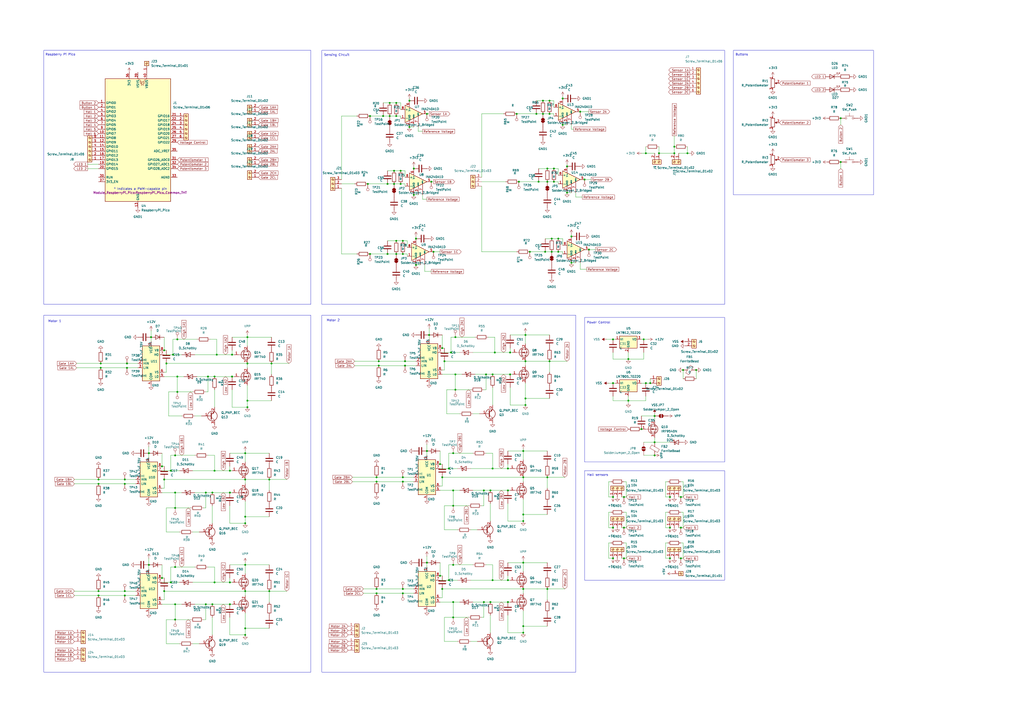
<source format=kicad_sch>
(kicad_sch (version 20231120) (generator "eeschema") (generator_version "8.0")
  (paper "A2")
  (title_block (date "mar. 31 mars 2015"))
  (junction (at 101.6 350.52))
  (junction (at 101.6 328.93))
  (junction (at 233.68 139.7))
  (junction (at 303.53 276.86))
  (junction (at 124.46 218.44))
  (junction (at 218.44 344.17))
  (junction (at 320.04 138.43))
  (junction (at 157.48 210.82))
  (junction (at 224.79 106.68))
  (junction (at 264.16 217.17))
  (junction (at 336.55 64.77))
  (junction (at 257.81 209.55))
  (junction (at 391.16 88.9))
  (junction (at 256.54 341.63))
  (junction (at 303.53 367.03))
  (junction (at 232.41 99.06))
  (junction (at 156.21 278.13))
  (junction (at 388.62 288.29))
  (junction (at 355.6 222.25))
  (junction (at 58.42 210.82))
  (junction (at 95.25 342.9))
  (junction (at 260.35 336.55))
  (junction (at 355.6 196.85))
  (junction (at 318.77 209.55))
  (junction (at 247.65 66.04))
  (junction (at 125.73 205.74))
  (junction (at 241.3 138.43))
  (junction (at 262.89 293.37))
  (junction (at 295.91 204.47))
  (junction (at 133.35 337.82))
  (junction (at 96.52 210.82))
  (junction (at 229.87 139.7))
  (junction (at 261.62 204.47))
  (junction (at 328.93 96.52))
  (junction (at 142.24 262.89))
  (junction (at 134.62 218.44))
  (junction (at 229.87 147.32))
  (junction (at 320.04 146.05))
  (junction (at 72.39 342.9))
  (junction (at 214.63 147.32))
  (junction (at 119.38 285.75))
  (junction (at 373.38 196.85))
  (junction (at 260.35 271.78))
  (junction (at 143.51 232.41))
  (junction (at 317.5 97.79))
  (junction (at 143.51 236.22))
  (junction (at 318.77 66.04))
  (junction (at 229.87 59.69))
  (junction (at 361.95 323.85))
  (junction (at 331.47 137.16))
  (junction (at 250.19 105.41))
  (junction (at 123.19 350.52))
  (junction (at 57.15 278.13))
  (junction (at 229.87 67.31))
  (junction (at 72.39 280.67))
  (junction (at 228.6 106.68))
  (junction (at 303.53 363.22))
  (junction (at 102.87 227.33))
  (junction (at 377.19 222.25))
  (junction (at 101.6 294.64))
  (junction (at 388.62 323.85))
  (junction (at 303.53 261.62))
  (junction (at 102.87 218.44))
  (junction (at 72.39 345.44))
  (junction (at 487.68 68.58))
  (junction (at 326.39 57.15))
  (junction (at 379.73 256.54))
  (junction (at 156.21 342.9))
  (junction (at 374.65 88.9))
  (junction (at 304.8 234.95))
  (junction (at 398.78 88.9))
  (junction (at 372.11 248.92))
  (junction (at 232.41 106.68))
  (junction (at 285.75 217.17))
  (junction (at 311.15 66.04))
  (junction (at 374.65 222.25))
  (junction (at 284.48 349.25))
  (junction (at 323.85 146.05))
  (junction (at 247.65 261.62))
  (junction (at 394.97 288.29))
  (junction (at 233.68 279.4))
  (junction (at 262.89 262.89))
  (junction (at 87.63 195.58))
  (junction (at 72.39 278.13))
  (junction (at 222.25 67.31))
  (junction (at 224.79 147.32))
  (junction (at 355.6 288.29))
  (junction (at 226.06 59.69))
  (junction (at 237.49 58.42))
  (junction (at 57.15 342.9))
  (junction (at 233.68 147.32))
  (junction (at 142.24 342.9))
  (junction (at 326.39 72.39))
  (junction (at 255.27 269.24))
  (junction (at 237.49 73.66))
  (junction (at 240.03 113.03))
  (junction (at 295.91 217.17))
  (junction (at 321.31 97.79))
  (junction (at 218.44 276.86))
  (junction (at 233.68 341.63))
  (junction (at 133.35 350.52))
  (junction (at 403.86 214.63))
  (junction (at 142.24 278.13))
  (junction (at 307.34 146.05))
  (junction (at 280.67 349.25))
  (junction (at 304.8 209.55))
  (junction (at 323.85 138.43))
  (junction (at 102.87 196.85))
  (junction (at 124.46 273.05))
  (junction (at 58.42 213.36))
  (junction (at 142.24 364.49))
  (junction (at 314.96 58.42))
  (junction (at 262.89 349.25))
  (junction (at 361.95 288.29))
  (junction (at 218.44 279.4))
  (junction (at 213.36 106.68))
  (junction (at 394.97 323.85))
  (junction (at 248.92 194.31))
  (junction (at 382.27 88.9))
  (junction (at 228.6 99.06))
  (junction (at 303.53 341.63))
  (junction (at 214.63 67.31))
  (junction (at 294.64 271.78))
  (junction (at 281.94 217.17))
  (junction (at 318.77 58.42))
  (junction (at 361.95 306.07))
  (junction (at 299.72 66.04))
  (junction (at 142.24 303.53))
  (junction (at 331.47 152.4))
  (junction (at 304.8 194.31))
  (junction (at 394.97 306.07))
  (junction (at 143.51 195.58))
  (junction (at 256.54 201.93))
  (junction (at 119.38 350.52))
  (junction (at 99.06 337.82))
  (junction (at 143.51 210.82))
  (junction (at 262.89 327.66))
  (junction (at 120.65 218.44))
  (junction (at 312.42 105.41))
  (junction (at 226.06 67.31))
  (junction (at 142.24 368.3))
  (junction (at 355.6 306.07))
  (junction (at 285.75 271.78))
  (junction (at 133.35 285.75))
  (junction (at 280.67 284.48))
  (junction (at 93.98 335.28))
  (junction (at 339.09 104.14))
  (junction (at 95.25 203.2))
  (junction (at 240.03 97.79))
  (junction (at 142.24 299.72))
  (junction (at 262.89 358.14))
  (junction (at 241.3 153.67))
  (junction (at 134.62 205.74))
  (junction (at 73.66 213.36))
  (junction (at 233.68 344.17))
  (junction (at 379.73 264.16))
  (junction (at 101.6 285.75))
  (junction (at 123.19 285.75))
  (junction (at 219.71 212.09))
  (junction (at 124.46 337.82))
  (junction (at 233.68 276.86))
  (junction (at 99.06 273.05))
  (junction (at 287.02 204.47))
  (junction (at 364.49 208.28))
  (junction (at 364.49 232.41))
  (junction (at 317.5 105.41))
  (junction (at 316.23 146.05))
  (junction (at 303.53 302.26))
  (junction (at 262.89 284.48))
  (junction (at 321.31 105.41))
  (junction (at 294.64 336.55))
  (junction (at 396.24 214.63))
  (junction (at 303.53 326.39))
  (junction (at 294.64 349.25))
  (junction (at 133.35 273.05))
  (junction (at 294.64 284.48))
  (junction (at 303.53 298.45))
  (junction (at 304.8 231.14))
  (junction (at 391.16 85.09))
  (junction (at 285.75 336.55))
  (junction (at 234.95 209.55))
  (junction (at 317.5 276.86))
  (junction (at 57.15 345.44))
  (junction (at 300.99 105.41))
  (junction (at 264.16 226.06))
  (junction (at 264.16 195.58))
  (junction (at 93.98 270.51))
  (junction (at 101.6 359.41))
  (junction (at 341.63 144.78))
  (junction (at 101.6 264.16))
  (junction (at 317.5 341.63))
  (junction (at 328.93 111.76))
  (junction (at 218.44 341.63))
  (junction (at 95.25 278.13))
  (junction (at 234.95 212.09))
  (junction (at 86.36 262.89))
  (junction (at 142.24 327.66))
  (junction (at 100.33 205.74))
  (junction (at 247.65 326.39))
  (junction (at 355.6 323.85))
  (junction (at 487.68 93.98))
  (junction (at 379.73 241.3))
  (junction (at 73.66 210.82))
  (junction (at 86.36 327.66))
  (junction (at 388.62 306.07))
  (junction (at 284.48 284.48))
  (junction (at 256.54 276.86))
  (junction (at 255.27 334.01))
  (junction (at 219.71 209.55))
  (junction (at 314.96 66.04))
  (junction (at 251.46 146.05))
  (junction (at 57.15 280.67))
  (wire (pts (xy 285.75 327.66) (xy 285.75 336.55)))
  (wire (pts (xy 361.95 297.18) (xy 363.22 297.18)))
  (wire (pts (xy 229.87 59.69) (xy 232.41 59.69)))
  (wire (pts (xy 394.97 279.4) (xy 396.24 279.4)))
  (wire (pts (xy 316.23 138.43) (xy 320.04 138.43)))
  (wire (pts (xy 262.89 358.14) (xy 257.81 358.14)))
  (wire (pts (xy 233.68 344.17) (xy 240.03 344.17)))
  (wire (pts (xy 318.77 66.04) (xy 321.31 66.04)))
  (wire (pts (xy 232.41 59.69) (xy 232.41 63.5)))
  (wire (pts (xy 257.81 372.11) (xy 265.43 372.11)))
  (wire (pts (xy 143.51 232.41) (xy 157.48 232.41)))
  (wire (pts (xy 372.11 241.3) (xy 379.73 241.3)))
  (wire (pts (xy 285.75 336.55) (xy 294.64 336.55)))
  (wire (pts (xy 124.46 218.44) (xy 134.62 218.44)))
  (wire (pts (xy 156.21 278.13) (xy 156.21 284.48)))
  (wire (pts (xy 240.03 113.03) (xy 242.57 113.03)))
  (wire (pts (xy 377.19 222.25) (xy 374.65 222.25)))
  (wire (pts (xy 43.18 342.9) (xy 57.15 342.9)))
  (wire (pts (xy 318.77 194.31) (xy 304.8 194.31)))
  (wire (pts (xy 256.54 276.86) (xy 256.54 281.94)))
  (wire (pts (xy 44.45 213.36) (xy 58.42 213.36)))
  (wire (pts (xy 275.59 195.58) (xy 264.16 195.58)))
  (wire (pts (xy 50.8 95.25) (xy 57.15 95.25)))
  (wire (pts (xy 303.53 298.45) (xy 303.53 302.26)))
  (wire (pts (xy 72.39 280.67) (xy 78.74 280.67)))
  (wire (pts (xy 142.24 342.9) (xy 156.21 342.9)))
  (wire (pts (xy 255.27 261.62) (xy 255.27 269.24)))
  (wire (pts (xy 317.5 97.79) (xy 321.31 97.79)))
  (wire (pts (xy 387.35 314.96) (xy 386.08 314.96)))
  (wire (pts (xy 93.98 327.66) (xy 93.98 335.28)))
  (wire (pts (xy 287.02 195.58) (xy 283.21 195.58)))
  (wire (pts (xy 323.85 105.41) (xy 323.85 106.68)))
  (wire (pts (xy 303.53 363.22) (xy 317.5 363.22)))
  (wire (pts (xy 279.4 66.04) (xy 292.1 66.04)))
  (wire (pts (xy 262.89 262.89) (xy 260.35 262.89)))
  (wire (pts (xy 311.15 66.04) (xy 314.96 66.04)))
  (wire (pts (xy 102.87 227.33) (xy 111.76 227.33)))
  (wire (pts (xy 133.35 350.52) (xy 134.62 350.52)))
  (wire (pts (xy 124.46 337.82) (xy 111.76 337.82)))
  (wire (pts (xy 96.52 294.64) (xy 96.52 308.61)))
  (wire (pts (xy 251.46 105.41) (xy 250.19 105.41)))
  (wire (pts (xy 43.18 345.44) (xy 57.15 345.44)))
  (wire (pts (xy 247.65 257.81) (xy 247.65 261.62)))
  (wire (pts (xy 218.44 344.17) (xy 233.68 344.17)))
  (wire (pts (xy 285.75 271.78) (xy 273.05 271.78)))
  (wire (pts (xy 102.87 196.85) (xy 100.33 196.85)))
  (wire (pts (xy 336.55 152.4) (xy 336.55 156.21)))
  (wire (pts (xy 241.3 137.16) (xy 241.3 138.43)))
  (wire (pts (xy 124.46 264.16) (xy 120.65 264.16)))
  (wire (pts (xy 304.8 234.95) (xy 295.91 234.95)))
  (wire (pts (xy 299.72 66.04) (xy 311.15 66.04)))
  (wire (pts (xy 303.53 276.86) (xy 317.5 276.86)))
  (wire (pts (xy 120.65 218.44) (xy 120.65 227.33)))
  (wire (pts (xy 242.57 76.2) (xy 245.11 76.2)))
  (wire (pts (xy 111.76 308.61) (xy 115.57 308.61)))
  (wire (pts (xy 134.62 218.44) (xy 135.89 218.44)))
  (wire (pts (xy 396.24 297.18) (xy 396.24 306.07)))
  (wire (pts (xy 387.35 297.18) (xy 386.08 297.18)))
  (wire (pts (xy 93.98 337.82) (xy 99.06 337.82)))
  (wire (pts (xy 142.24 355.6) (xy 142.24 364.49)))
  (wire (pts (xy 113.03 264.16) (xy 101.6 264.16)))
  (wire (pts (xy 326.39 138.43) (xy 326.39 142.24)))
  (wire (pts (xy 274.32 262.89) (xy 262.89 262.89)))
  (wire (pts (xy 280.67 358.14) (xy 279.4 358.14)))
  (wire (pts (xy 97.79 241.3) (xy 105.41 241.3)))
  (wire (pts (xy 245.11 113.03) (xy 245.11 115.57)))
  (wire (pts (xy 279.4 102.87) (xy 279.4 66.04)))
  (wire (pts (xy 317.5 261.62) (xy 303.53 261.62)))
  (wire (pts (xy 123.19 350.52) (xy 133.35 350.52)))
  (wire (pts (xy 218.44 276.86) (xy 233.68 276.86)))
  (wire (pts (xy 311.15 58.42) (xy 314.96 58.42)))
  (wire (pts (xy 99.06 337.82) (xy 104.14 337.82)))
  (wire (pts (xy 242.57 73.66) (xy 242.57 76.2)))
  (wire (pts (xy 317.5 326.39) (xy 303.53 326.39)))
  (wire (pts (xy 360.68 288.29) (xy 361.95 288.29)))
  (wire (pts (xy 360.68 323.85) (xy 361.95 323.85)))
  (wire (pts (xy 101.6 350.52) (xy 105.41 350.52)))
  (wire (pts (xy 374.65 232.41) (xy 374.65 229.87)))
  (wire (pts (xy 303.53 326.39) (xy 303.53 331.47)))
  (wire (pts (xy 354.33 314.96) (xy 353.06 314.96)))
  (wire (pts (xy 157.48 195.58) (xy 143.51 195.58)))
  (wire (pts (xy 281.94 217.17) (xy 281.94 226.06)))
  (wire (pts (xy 386.08 297.18) (xy 386.08 306.07)))
  (wire (pts (xy 142.24 342.9) (xy 142.24 345.44)))
  (wire (pts (xy 143.51 210.82) (xy 143.51 213.36)))
  (wire (pts (xy 317.5 276.86) (xy 317.5 283.21)))
  (wire (pts (xy 355.6 229.87) (xy 355.6 232.41)))
  (wire (pts (xy 303.53 341.63) (xy 317.5 341.63)))
  (wire (pts (xy 87.63 191.77) (xy 87.63 195.58)))
  (wire (pts (xy 284.48 356.87) (xy 284.48 367.03)))
  (wire (pts (xy 219.71 212.09) (xy 234.95 212.09)))
  (wire (pts (xy 394.97 297.18) (xy 396.24 297.18)))
  (wire (pts (xy 143.51 236.22) (xy 134.62 236.22)))
  (wire (pts (xy 355.6 222.25) (xy 356.87 222.25)))
  (wire (pts (xy 303.53 302.26) (xy 294.64 302.26)))
  (wire (pts (xy 373.38 196.85) (xy 372.11 196.85)))
  (wire (pts (xy 246.38 153.67) (xy 246.38 157.48)))
  (wire (pts (xy 262.89 284.48) (xy 262.89 293.37)))
  (wire (pts (xy 396.24 314.96) (xy 396.24 323.85)))
  (wire (pts (xy 134.62 195.58) (xy 143.51 195.58)))
  (wire (pts (xy 361.95 279.4) (xy 363.22 279.4)))
  (wire (pts (xy 284.48 284.48) (xy 294.64 284.48)))
  (wire (pts (xy 328.93 209.55) (xy 318.77 209.55)))
  (wire (pts (xy 294.64 284.48) (xy 295.91 284.48)))
  (wire (pts (xy 142.24 368.3) (xy 133.35 368.3)))
  (wire (pts (xy 72.39 278.13) (xy 78.74 278.13)))
  (wire (pts (xy 379.73 241.3) (xy 379.73 243.84)))
  (wire (pts (xy 142.24 261.62) (xy 142.24 262.89)))
  (wire (pts (xy 224.79 99.06) (xy 228.6 99.06)))
  (wire (pts (xy 379.73 256.54) (xy 379.73 254)))
  (wire (pts (xy 95.25 195.58) (xy 95.25 203.2)))
  (wire (pts (xy 295.91 201.93) (xy 295.91 204.47)))
  (wire (pts (xy 125.73 205.74) (xy 113.03 205.74)))
  (wire (pts (xy 262.89 349.25) (xy 262.89 358.14)))
  (wire (pts (xy 262.89 293.37) (xy 257.81 293.37)))
  (wire (pts (xy 111.76 373.38) (xy 115.57 373.38)))
  (wire (pts (xy 214.63 67.31) (xy 222.25 67.31)))
  (wire (pts (xy 123.19 285.75) (xy 133.35 285.75)))
  (wire (pts (xy 143.51 232.41) (xy 143.51 236.22)))
  (wire (pts (xy 119.38 350.52) (xy 123.19 350.52)))
  (wire (pts (xy 255.27 349.25) (xy 262.89 349.25)))
  (wire (pts (xy 394.97 288.29) (xy 396.24 288.29)))
  (wire (pts (xy 274.32 327.66) (xy 262.89 327.66)))
  (wire (pts (xy 261.62 204.47) (xy 266.7 204.47)))
  (wire (pts (xy 336.55 156.21) (xy 340.36 156.21)))
  (wire (pts (xy 334.01 114.3) (xy 337.82 114.3)))
  (wire (pts (xy 95.25 347.98) (xy 93.98 347.98)))
  (wire (pts (xy 101.6 285.75) (xy 105.41 285.75)))
  (wire (pts (xy 72.39 342.9) (xy 78.74 342.9)))
  (wire (pts (xy 142.24 278.13) (xy 142.24 280.67)))
  (wire (pts (xy 279.4 105.41) (xy 293.37 105.41)))
  (wire (pts (xy 120.65 227.33) (xy 119.38 227.33)))
  (wire (pts (xy 248.92 190.5) (xy 248.92 194.31)))
  (wire (pts (xy 281.94 217.17) (xy 285.75 217.17)))
  (wire (pts (xy 256.54 341.63) (xy 303.53 341.63)))
  (wire (pts (xy 393.7 288.29) (xy 394.97 288.29)))
  (wire (pts (xy 280.67 284.48) (xy 284.48 284.48)))
  (wire (pts (xy 318.77 209.55) (xy 318.77 215.9)))
  (wire (pts (xy 93.98 262.89) (xy 93.98 270.51)))
  (wire (pts (xy 222.25 59.69) (xy 226.06 59.69)))
  (wire (pts (xy 295.91 204.47) (xy 297.18 204.47)))
  (wire (pts (xy 323.85 146.05) (xy 326.39 146.05)))
  (wire (pts (xy 255.27 334.01) (xy 256.54 334.01)))
  (wire (pts (xy 257.81 358.14) (xy 257.81 372.11)))
  (wire (pts (xy 355.6 196.85) (xy 356.87 196.85)))
  (wire (pts (xy 143.51 194.31) (xy 143.51 195.58)))
  (wire (pts (xy 387.35 279.4) (xy 386.08 279.4)))
  (wire (pts (xy 143.51 210.82) (xy 157.48 210.82)))
  (wire (pts (xy 487.68 93.98) (xy 487.68 97.79)))
  (wire (pts (xy 394.97 314.96) (xy 396.24 314.96)))
  (wire (pts (xy 229.87 139.7) (xy 233.68 139.7)))
  (wire (pts (xy 124.46 337.82) (xy 133.35 337.82)))
  (wire (pts (xy 361.95 314.96) (xy 363.22 314.96)))
  (wire (pts (xy 86.36 262.89) (xy 86.36 265.43)))
  (wire (pts (xy 372.11 88.9) (xy 374.65 88.9)))
  (wire (pts (xy 261.62 195.58) (xy 261.62 204.47)))
  (wire (pts (xy 331.47 135.89) (xy 331.47 137.16)))
  (wire (pts (xy 364.49 232.41) (xy 374.65 232.41)))
  (wire (pts (xy 320.04 146.05) (xy 323.85 146.05)))
  (wire (pts (xy 260.35 336.55) (xy 265.43 336.55)))
  (wire (pts (xy 321.31 97.79) (xy 323.85 97.79)))
  (wire (pts (xy 274.32 240.03) (xy 278.13 240.03)))
  (wire (pts (xy 44.45 210.82) (xy 58.42 210.82)))
  (wire (pts (xy 210.82 344.17) (xy 218.44 344.17)))
  (wire (pts (xy 58.42 210.82) (xy 73.66 210.82)))
  (wire (pts (xy 400.05 88.9) (xy 398.78 88.9)))
  (wire (pts (xy 262.89 284.48) (xy 266.7 284.48)))
  (wire (pts (xy 398.78 88.9) (xy 393.7 88.9)))
  (wire (pts (xy 394.97 323.85) (xy 396.24 323.85)))
  (wire (pts (xy 142.24 364.49) (xy 142.24 368.3)))
  (wire (pts (xy 119.38 285.75) (xy 123.19 285.75)))
  (wire (pts (xy 232.41 106.68) (xy 234.95 106.68)))
  (wire (pts (xy 101.6 359.41) (xy 110.49 359.41)))
  (wire (pts (xy 262.89 358.14) (xy 271.78 358.14)))
  (wire (pts (xy 386.08 306.07) (xy 388.62 306.07)))
  (wire (pts (xy 58.42 213.36) (xy 73.66 213.36)))
  (wire (pts (xy 363.22 279.4) (xy 363.22 288.29)))
  (wire (pts (xy 57.15 280.67) (xy 72.39 280.67)))
  (wire (pts (xy 101.6 264.16) (xy 99.06 264.16)))
  (wire (pts (xy 328.93 95.25) (xy 328.93 96.52)))
  (wire (pts (xy 233.68 279.4) (xy 240.03 279.4)))
  (wire (pts (xy 281.94 217.17) (xy 275.59 217.17)))
  (wire (pts (xy 303.53 341.63) (xy 303.53 344.17)))
  (wire (pts (xy 214.63 147.32) (xy 224.79 147.32)))
  (wire (pts (xy 285.75 217.17) (xy 295.91 217.17)))
  (wire (pts (xy 303.53 260.35) (xy 303.53 261.62)))
  (wire (pts (xy 86.36 327.66) (xy 86.36 330.2)))
  (wire (pts (xy 229.87 67.31) (xy 232.41 67.31)))
  (wire (pts (xy 260.35 262.89) (xy 260.35 271.78)))
  (wire (pts (xy 256.54 201.93) (xy 257.81 201.93)))
  (wire (pts (xy 379.73 256.54) (xy 388.62 256.54)))
  (wire (pts (xy 255.27 284.48) (xy 262.89 284.48)))
  (wire (pts (xy 257.81 209.55) (xy 304.8 209.55)))
  (wire (pts (xy 237.49 57.15) (xy 237.49 58.42)))
  (wire (pts (xy 125.73 196.85) (xy 121.92 196.85)))
  (wire (pts (xy 373.38 264.16) (xy 379.73 264.16)))
  (wire (pts (xy 364.49 208.28) (xy 364.49 204.47)))
  (wire (pts (xy 331.47 72.39) (xy 331.47 74.93)))
  (wire (pts (xy 219.71 209.55) (xy 234.95 209.55)))
  (wire (pts (xy 99.06 273.05) (xy 104.14 273.05)))
  (wire (pts (xy 287.02 204.47) (xy 295.91 204.47)))
  (wire (pts (xy 226.06 59.69) (xy 229.87 59.69)))
  (wire (pts (xy 303.53 367.03) (xy 294.64 367.03)))
  (wire (pts (xy 142.24 290.83) (xy 142.24 299.72)))
  (wire (pts (xy 233.68 147.32) (xy 236.22 147.32)))
  (wire (pts (xy 353.06 279.4) (xy 353.06 288.29)))
  (wire (pts (xy 236.22 139.7) (xy 236.22 143.51)))
  (wire (pts (xy 363.22 297.18) (xy 363.22 306.07)))
  (wire (pts (xy 247.65 261.62) (xy 247.65 264.16)))
  (wire (pts (xy 236.22 147.32) (xy 236.22 148.59)))
  (wire (pts (xy 279.4 146.05) (xy 299.72 146.05)))
  (wire (pts (xy 374.65 85.09) (xy 374.65 88.9)))
  (wire (pts (xy 351.79 196.85) (xy 355.6 196.85)))
  (wire (pts (xy 294.64 349.25) (xy 295.91 349.25)))
  (wire (pts (xy 262.89 327.66) (xy 260.35 327.66)))
  (wire (pts (xy 280.67 349.25) (xy 280.67 358.14)))
  (wire (pts (xy 257.81 214.63) (xy 256.54 214.63)))
  (wire (pts (xy 303.53 276.86) (xy 303.53 279.4)))
  (wire (pts (xy 318.77 58.42) (xy 321.31 58.42)))
  (wire (pts (xy 257.81 293.37) (xy 257.81 307.34)))
  (wire (pts (xy 294.64 302.26) (xy 294.64 292.1)))
  (wire (pts (xy 134.62 203.2) (xy 134.62 205.74)))
  (wire (pts (xy 256.54 217.17) (xy 264.16 217.17)))
  (wire (pts (xy 264.16 226.06) (xy 259.08 226.06)))
  (wire (pts (xy 294.64 336.55) (xy 295.91 336.55)))
  (wire (pts (xy 101.6 294.64) (xy 96.52 294.64)))
  (wire (pts (xy 314.96 58.42) (xy 318.77 58.42)))
  (wire (pts (xy 314.96 66.04) (xy 318.77 66.04)))
  (wire (pts (xy 386.08 279.4) (xy 386.08 288.29)))
  (wire (pts (xy 316.23 146.05) (xy 320.04 146.05)))
  (wire (pts (xy 374.65 88.9) (xy 379.73 88.9)))
  (wire (pts (xy 353.06 306.07) (xy 355.6 306.07)))
  (wire (pts (xy 273.05 372.11) (xy 276.86 372.11)))
  (wire (pts (xy 361.95 306.07) (xy 363.22 306.07)))
  (wire (pts (xy 133.35 335.28) (xy 133.35 337.82)))
  (wire (pts (xy 133.35 337.82) (xy 134.62 337.82)))
  (wire (pts (xy 119.38 350.52) (xy 113.03 350.52)))
  (wire (pts (xy 246.38 157.48) (xy 250.19 157.48)))
  (wire (pts (xy 95.25 342.9) (xy 142.24 342.9)))
  (wire (pts (xy 264.16 217.17) (xy 264.16 226.06)))
  (wire (pts (xy 403.86 214.63) (xy 403.86 219.71)))
  (wire (pts (xy 295.91 194.31) (xy 304.8 194.31)))
  (wire (pts (xy 321.31 66.04) (xy 321.31 67.31)))
  (wire (pts (xy 284.48 349.25) (xy 294.64 349.25)))
  (wire (pts (xy 327.66 341.63) (xy 317.5 341.63)))
  (wire (pts (xy 93.98 350.52) (xy 101.6 350.52)))
  (wire (pts (xy 320.04 138.43) (xy 323.85 138.43)))
  (wire (pts (xy 125.73 196.85) (xy 125.73 205.74)))
  (wire (pts (xy 304.8 209.55) (xy 318.77 209.55)))
  (wire (pts (xy 99.06 264.16) (xy 99.06 273.05)))
  (wire (pts (xy 133.35 303.53) (xy 133.35 293.37)))
  (wire (pts (xy 317.5 105.41) (xy 321.31 105.41)))
  (wire (pts (xy 93.98 273.05) (xy 99.06 273.05)))
  (wire (pts (xy 312.42 97.79) (xy 317.5 97.79)))
  (wire (pts (xy 113.03 328.93) (xy 101.6 328.93)))
  (wire (pts (xy 234.95 209.55) (xy 241.3 209.55)))
  (wire (pts (xy 57.15 342.9) (xy 72.39 342.9)))
  (wire (pts (xy 260.35 271.78) (xy 265.43 271.78)))
  (wire (pts (xy 328.93 111.76) (xy 331.47 111.76)))
  (wire (pts (xy 101.6 359.41) (xy 96.52 359.41)))
  (wire (pts (xy 323.85 138.43) (xy 326.39 138.43)))
  (wire (pts (xy 303.53 289.56) (xy 303.53 298.45)))
  (wire (pts (xy 99.06 328.93) (xy 99.06 337.82)))
  (wire (pts (xy 57.15 345.44) (xy 72.39 345.44)))
  (wire (pts (xy 257.81 209.55) (xy 257.81 214.63)))
  (wire (pts (xy 95.25 203.2) (xy 96.52 203.2)))
  (wire (pts (xy 341.63 64.77) (xy 336.55 64.77)))
  (wire (pts (xy 198.12 109.22) (xy 198.12 147.32)))
  (wire (pts (xy 133.35 262.89) (xy 142.24 262.89)))
  (wire (pts (xy 245.11 115.57) (xy 247.65 115.57)))
  (wire (pts (xy 355.6 208.28) (xy 364.49 208.28)))
  (wire (pts (xy 255.27 271.78) (xy 260.35 271.78)))
  (wire (pts (xy 391.16 85.09) (xy 391.16 88.9)))
  (wire (pts (xy 142.24 326.39) (xy 142.24 327.66)))
  (wire (pts (xy 114.3 196.85) (xy 102.87 196.85)))
  (wire (pts (xy 101.6 350.52) (xy 101.6 359.41)))
  (wire (pts (xy 273.05 307.34) (xy 276.86 307.34)))
  (wire (pts (xy 354.33 297.18) (xy 353.06 297.18)))
  (wire (pts (xy 133.35 273.05) (xy 134.62 273.05)))
  (wire (pts (xy 304.8 209.55) (xy 304.8 212.09)))
  (wire (pts (xy 373.38 256.54) (xy 379.73 256.54)))
  (wire (pts (xy 364.49 232.41) (xy 364.49 233.68)))
  (wire (pts (xy 234.95 212.09) (xy 241.3 212.09)))
  (wire (pts (xy 226.06 67.31) (xy 229.87 67.31)))
  (wire (pts (xy 248.92 194.31) (xy 248.92 196.85)))
  (wire (pts (xy 284.48 292.1) (xy 284.48 302.26)))
  (wire (pts (xy 205.74 209.55) (xy 219.71 209.55)))
  (wire (pts (xy 256.54 341.63) (xy 256.54 346.71)))
  (wire (pts (xy 285.75 336.55) (xy 273.05 336.55)))
  (wire (pts (xy 102.87 218.44) (xy 106.68 218.44)))
  (wire (pts (xy 379.73 240.03) (xy 379.73 241.3)))
  (wire (pts (xy 280.67 284.48) (xy 274.32 284.48)))
  (wire (pts (xy 156.21 262.89) (xy 142.24 262.89)))
  (wire (pts (xy 57.15 278.13) (xy 72.39 278.13)))
  (wire (pts (xy 345.44 144.78) (xy 341.63 144.78)))
  (wire (pts (xy 204.47 279.4) (xy 218.44 279.4)))
  (wire (pts (xy 218.44 279.4) (xy 233.68 279.4)))
  (wire (pts (xy 386.08 288.29) (xy 388.62 288.29)))
  (wire (pts (xy 43.18 278.13) (xy 57.15 278.13)))
  (wire (pts (xy 307.34 146.05) (xy 316.23 146.05)))
  (wire (pts (xy 396.24 214.63) (xy 396.24 219.71)))
  (wire (pts (xy 248.92 66.04) (xy 247.65 66.04)))
  (wire (pts (xy 119.38 294.64) (xy 118.11 294.64)))
  (wire (pts (xy 264.16 195.58) (xy 261.62 195.58)))
  (wire (pts (xy 260.35 327.66) (xy 260.35 336.55)))
  (wire (pts (xy 142.24 364.49) (xy 156.21 364.49)))
  (wire (pts (xy 142.24 299.72) (xy 142.24 303.53)))
  (wire (pts (xy 364.49 229.87) (xy 364.49 232.41)))
  (wire (pts (xy 124.46 226.06) (xy 124.46 236.22)))
  (wire (pts (xy 50.8 97.79) (xy 57.15 97.79)))
  (wire (pts (xy 304.8 193.04) (xy 304.8 194.31)))
  (wire (pts (xy 224.79 106.68) (xy 228.6 106.68)))
  (wire (pts (xy 142.24 299.72) (xy 156.21 299.72)))
  (wire (pts (xy 224.79 139.7) (xy 229.87 139.7)))
  (wire (pts (xy 229.87 147.32) (xy 233.68 147.32)))
  (wire (pts (xy 382.27 85.09) (xy 382.27 88.9)))
  (wire (pts (xy 133.35 270.51) (xy 133.35 273.05)))
  (wire (pts (xy 95.25 218.44) (xy 102.87 218.44)))
  (wire (pts (xy 326.39 146.05) (xy 326.39 147.32)))
  (wire (pts (xy 205.74 212.09) (xy 219.71 212.09)))
  (wire (pts (xy 360.68 306.07) (xy 361.95 306.07)))
  (wire (pts (xy 87.63 195.58) (xy 87.63 198.12)))
  (wire (pts (xy 119.38 285.75) (xy 119.38 294.64)))
  (wire (pts (xy 321.31 58.42) (xy 321.31 62.23)))
  (wire (pts (xy 143.51 195.58) (xy 143.51 200.66)))
  (wire (pts (xy 386.08 314.96) (xy 386.08 323.85)))
  (wire (pts (xy 241.3 153.67) (xy 243.84 153.67)))
  (wire (pts (xy 234.95 106.68) (xy 234.95 107.95)))
  (wire (pts (xy 86.36 259.08) (xy 86.36 262.89)))
  (wire (pts (xy 247.65 326.39) (xy 247.65 328.93)))
  (wire (pts (xy 294.64 261.62) (xy 303.53 261.62)))
  (wire (pts (xy 232.41 99.06) (xy 234.95 99.06)))
  (wire (pts (xy 233.68 341.63) (xy 240.03 341.63)))
  (wire (pts (xy 156.21 327.66) (xy 142.24 327.66)))
  (wire (pts (xy 342.9 104.14) (xy 339.09 104.14)))
  (wire (pts (xy 113.03 241.3) (xy 116.84 241.3)))
  (wire (pts (xy 303.53 354.33) (xy 303.53 363.22)))
  (wire (pts (xy 73.66 213.36) (xy 80.01 213.36)))
  (wire (pts (xy 134.62 205.74) (xy 135.89 205.74)))
  (wire (pts (xy 166.37 342.9) (xy 156.21 342.9)))
  (wire (pts (xy 375.92 196.85) (xy 373.38 196.85)))
  (wire (pts (xy 228.6 106.68) (xy 232.41 106.68)))
  (wire (pts (xy 156.21 342.9) (xy 156.21 349.25)))
  (wire (pts (xy 300.99 105.41) (xy 312.42 105.41)))
  (wire (pts (xy 198.12 147.32) (xy 207.01 147.32)))
  (wire (pts (xy 240.03 96.52) (xy 240.03 97.79)))
  (wire (pts (xy 124.46 328.93) (xy 120.65 328.93)))
  (wire (pts (xy 133.35 285.75) (xy 134.62 285.75)))
  (wire (pts (xy 361.95 288.29) (xy 363.22 288.29)))
  (wire (pts (xy 487.68 68.58) (xy 487.68 72.39)))
  (wire (pts (xy 100.33 196.85) (xy 100.33 205.74)))
  (wire (pts (xy 157.48 210.82) (xy 157.48 217.17)))
  (wire (pts (xy 287.02 204.47) (xy 274.32 204.47)))
  (wire (pts (xy 73.66 210.82) (xy 80.01 210.82)))
  (wire (pts (xy 396.24 279.4) (xy 396.24 288.29)))
  (wire (pts (xy 125.73 205.74) (xy 134.62 205.74)))
  (wire (pts (xy 382.27 88.9) (xy 391.16 88.9)))
  (wire (pts (xy 259.08 240.03) (xy 266.7 240.03)))
  (wire (pts (xy 331.47 152.4) (xy 334.01 152.4)))
  (wire (pts (xy 233.68 276.86) (xy 240.03 276.86)))
  (wire (pts (xy 101.6 285.75) (xy 101.6 294.64)))
  (wire (pts (xy 124.46 264.16) (xy 124.46 273.05)))
  (wire (pts (xy 391.16 78.74) (xy 391.16 85.09)))
  (wire (pts (xy 304.8 194.31) (xy 304.8 199.39)))
  (wire (pts (xy 119.38 350.52) (xy 119.38 359.41)))
  (wire (pts (xy 95.25 278.13) (xy 142.24 278.13)))
  (wire (pts (xy 280.67 293.37) (xy 279.4 293.37)))
  (wire (pts (xy 257.81 307.34) (xy 265.43 307.34)))
  (wire (pts (xy 102.87 227.33) (xy 97.79 227.33)))
  (wire (pts (xy 256.54 346.71) (xy 255.27 346.71)))
  (wire (pts (xy 303.53 325.12) (xy 303.53 326.39)))
  (wire (pts (xy 373.38 208.28) (xy 364.49 208.28)))
  (wire (pts (xy 198.12 106.68) (xy 205.74 106.68)))
  (wire (pts (xy 279.4 107.95) (xy 279.4 146.05)))
  (wire (pts (xy 124.46 273.05) (xy 111.76 273.05)))
  (wire (pts (xy 232.41 67.31) (xy 232.41 68.58)))
  (wire (pts (xy 304.8 231.14) (xy 304.8 234.95)))
  (wire (pts (xy 218.44 341.63) (xy 233.68 341.63)))
  (wire (pts (xy 394.97 306.07) (xy 396.24 306.07)))
  (wire (pts (xy 355.6 204.47) (xy 355.6 208.28)))
  (wire (pts (xy 353.06 222.25) (xy 355.6 222.25)))
  (wire (pts (xy 102.87 218.44) (xy 102.87 227.33)))
  (wire (pts (xy 100.33 205.74) (xy 105.41 205.74)))
  (wire (pts (xy 326.39 72.39) (xy 328.93 72.39)))
  (wire (pts (xy 96.52 373.38) (xy 104.14 373.38)))
  (wire (pts (xy 142.24 327.66) (xy 142.24 332.74)))
  (wire (pts (xy 255.27 326.39) (xy 255.27 334.01)))
  (wire (pts (xy 222.25 67.31) (xy 226.06 67.31)))
  (wire (pts (xy 280.67 284.48) (xy 280.67 293.37)))
  (wire (pts (xy 255.27 146.05) (xy 251.46 146.05)))
  (wire (pts (xy 386.08 323.85) (xy 388.62 323.85)))
  (wire (pts (xy 256.54 281.94) (xy 255.27 281.94)))
  (wire (pts (xy 354.33 279.4) (xy 353.06 279.4)))
  (wire (pts (xy 323.85 97.79) (xy 323.85 101.6)))
  (wire (pts (xy 234.95 99.06) (xy 234.95 102.87)))
  (wire (pts (xy 95.25 205.74) (xy 100.33 205.74)))
  (wire (pts (xy 285.75 224.79) (xy 285.75 234.95)))
  (wire (pts (xy 264.16 217.17) (xy 267.97 217.17)))
  (wire (pts (xy 295.91 234.95) (xy 295.91 224.79)))
  (wire (pts (xy 317.5 341.63) (xy 317.5 347.98)))
  (wire (pts (xy 213.36 106.68) (xy 224.79 106.68)))
  (wire (pts (xy 142.24 278.13) (xy 156.21 278.13)))
  (wire (pts (xy 134.62 236.22) (xy 134.62 226.06)))
  (wire (pts (xy 133.35 327.66) (xy 142.24 327.66)))
  (wire (pts (xy 280.67 349.25) (xy 274.32 349.25)))
  (wire (pts (xy 124.46 273.05) (xy 133.35 273.05)))
  (wire (pts (xy 262.89 293.37) (xy 271.78 293.37)))
  (wire (pts (xy 210.82 341.63) (xy 218.44 341.63)))
  (wire (pts (xy 326.39 55.88) (xy 326.39 57.15)))
  (wire (pts (xy 96.52 210.82) (xy 96.52 215.9)))
  (wire (pts (xy 294.64 334.01) (xy 294.64 336.55)))
  (wire (pts (xy 294.64 271.78) (xy 295.91 271.78)))
  (wire (pts (xy 327.66 276.86) (xy 317.5 276.86)))
  (wire (pts (xy 96.52 215.9) (xy 95.25 215.9)))
  (wire (pts (xy 294.64 367.03) (xy 294.64 356.87)))
  (wire (pts (xy 304.8 222.25) (xy 304.8 231.14)))
  (wire (pts (xy 166.37 278.13) (xy 156.21 278.13)))
  (wire (pts (xy 262.89 349.25) (xy 266.7 349.25)))
  (wire (pts (xy 334.01 111.76) (xy 334.01 114.3)))
  (wire (pts (xy 86.36 323.85) (xy 86.36 327.66)))
  (wire (pts (xy 285.75 262.89) (xy 281.94 262.89)))
  (wire (pts (xy 255.27 269.24) (xy 256.54 269.24)))
  (wire (pts (xy 237.49 73.66) (xy 240.03 73.66)))
  (wire (pts (xy 123.19 358.14) (xy 123.19 368.3)))
  (wire (pts (xy 281.94 226.06) (xy 280.67 226.06)))
  (wire (pts (xy 120.65 218.44) (xy 114.3 218.44)))
  (wire (pts (xy 285.75 271.78) (xy 294.64 271.78)))
  (wire (pts (xy 353.06 288.29) (xy 355.6 288.29)))
  (wire (pts (xy 264.16 226.06) (xy 273.05 226.06)))
  (wire (pts (xy 143.51 223.52) (xy 143.51 232.41)))
  (wire (pts (xy 393.7 306.07) (xy 394.97 306.07)))
  (wire (pts (xy 363.22 314.96) (xy 363.22 323.85)))
  (wire (pts (xy 43.18 280.67) (xy 57.15 280.67)))
  (wire (pts (xy 207.01 67.31) (xy 198.12 67.31)))
  (wire (pts (xy 312.42 105.41) (xy 317.5 105.41)))
  (wire (pts (xy 120.65 218.44) (xy 124.46 218.44)))
  (wire (pts (xy 133.35 368.3) (xy 133.35 358.14)))
  (wire (pts (xy 119.38 359.41) (xy 118.11 359.41)))
  (wire (pts (xy 167.64 210.82) (xy 157.48 210.82)))
  (wire (pts (xy 285.75 262.89) (xy 285.75 271.78)))
  (wire (pts (xy 256.54 204.47) (xy 261.62 204.47)))
  (wire (pts (xy 95.25 278.13) (xy 95.25 283.21)))
  (wire (pts (xy 119.38 285.75) (xy 113.03 285.75)))
  (wire (pts (xy 93.98 335.28) (xy 95.25 335.28)))
  (wire (pts (xy 374.65 222.25) (xy 372.11 222.25)))
  (wire (pts (xy 303.53 261.62) (xy 303.53 266.7)))
  (wire (pts (xy 331.47 74.93) (xy 332.74 74.93)))
  (wire (pts (xy 228.6 99.06) (xy 232.41 99.06)))
  (wire (pts (xy 233.68 139.7) (xy 236.22 139.7)))
  (wire (pts (xy 96.52 359.41) (xy 96.52 373.38)))
  (wire (pts (xy 255.27 336.55) (xy 260.35 336.55)))
  (wire (pts (xy 353.06 314.96) (xy 353.06 323.85)))
  (wire (pts (xy 142.24 303.53) (xy 133.35 303.53)))
  (wire (pts (xy 101.6 328.93) (xy 99.06 328.93)))
  (wire (pts (xy 198.12 67.31) (xy 198.12 104.14)))
  (wire (pts (xy 224.79 147.32) (xy 229.87 147.32)))
  (wire (pts (xy 95.25 283.21) (xy 93.98 283.21)))
  (wire (pts (xy 377.19 219.71) (xy 377.19 222.25)))
  (wire (pts (xy 398.78 85.09) (xy 398.78 88.9)))
  (wire (pts (xy 247.65 322.58) (xy 247.65 326.39)))
  (wire (pts (xy 93.98 285.75) (xy 101.6 285.75)))
  (wire (pts (xy 373.38 204.47) (xy 373.38 208.28)))
  (wire (pts (xy 295.91 217.17) (xy 297.18 217.17)))
  (wire (pts (xy 95.25 342.9) (xy 95.25 347.98)))
  (wire (pts (xy 93.98 270.51) (xy 95.25 270.51)))
  (wire (pts (xy 303.53 363.22) (xy 303.53 367.03)))
  (wire (pts (xy 96.52 308.61) (xy 104.14 308.61)))
  (wire (pts (xy 361.95 323.85) (xy 363.22 323.85)))
  (wire (pts (xy 96.52 210.82) (xy 143.51 210.82)))
  (wire (pts (xy 355.6 232.41) (xy 364.49 232.41)))
  (wire (pts (xy 304.8 231.14) (xy 318.77 231.14)))
  (wire (pts (xy 97.79 227.33) (xy 97.79 241.3)))
  (wire (pts (xy 72.39 345.44) (xy 78.74 345.44)))
  (wire (pts (xy 287.02 195.58) (xy 287.02 204.47)))
  (wire (pts (xy 256.54 194.31) (xy 256.54 201.93)))
  (wire (pts (xy 321.31 105.41) (xy 323.85 105.41)))
  (wire (pts (xy 142.24 262.89) (xy 142.24 267.97)))
  (wire (pts (xy 353.06 323.85) (xy 355.6 323.85)))
  (wire (pts (xy 303.53 298.45) (xy 317.5 298.45)))
  (wire (pts (xy 101.6 294.64) (xy 110.49 294.64)))
  (wire (pts (xy 294.64 326.39) (xy 303.53 326.39)))
  (wire (pts (xy 256.54 276.86) (xy 303.53 276.86)))
  (wire (pts (xy 285.75 327.66) (xy 281.94 327.66)))
  (wire (pts (xy 294.64 269.24) (xy 294.64 271.78)))
  (wire (pts (xy 124.46 328.93) (xy 124.46 337.82)))
  (wire (pts (xy 393.7 323.85) (xy 394.97 323.85)))
  (wire (pts (xy 353.06 297.18) (xy 353.06 306.07)))
  (wire (pts (xy 204.47 276.86) (xy 218.44 276.86)))
  (wire (pts (xy 123.19 293.37) (xy 123.19 303.53)))
  (wire (pts (xy 259.08 226.06) (xy 259.08 240.03)))
  (wire (pts (xy 280.67 349.25) (xy 284.48 349.25)))
  (rectangle (start 25.4 182.88) (end 180.34 389.89))
  (rectangle (start 186.69 29.21) (end 420.37 176.53))
  (rectangle (start 186.69 182.88) (end 334.01 389.89))
  (rectangle (start 25.4 29.21) (end 180.34 176.53))
  (rectangle (start 339.09 184.15) (end 420.37 267.97))
  (rectangle (start 339.09 273.05) (end 420.37 336.55))
  (rectangle (start 425.45 29.21) (end 506.73 113.03))
  (text "Power Control" (at 347.218 187.198 0) (effects (font (size 1.27 1.27))))
  (text "Buttons" (at 430.276 31.75 0) (effects (font (size 1.27 1.27))))
  (text "Sensing Circuit" (at 195.326 32.004 0) (effects (font (size 1.27 1.27))))
  (text "Motor 2" (at 193.294 185.928 0) (effects (font (size 1.27 1.27))))
  (text "Raspberry Pi Pico" (at 35.052 31.75 0) (effects (font (size 1.27 1.27))))
  (text "* Indicates a PWM-capable pin" (at 66.04 110.49 0) (effects (font (size 1.27 1.27)) (justify left bottom)))
  (text "Hall sensors" (at 346.71 275.59 0) (effects (font (size 1.27 1.27))))
  (text "Motor 1" (at 31.75 186.436 0) (effects (font (size 1.27 1.27))))
  (global_label "High 1A2" (shape input) (at 130.81 205.74 90) (property "Intersheetrefs" "${INTERSHEET_REFS}" (effects (hide yes))))
  (global_label "Gate 1AL" (shape input) (at 149.86 64.77 0) (property "Intersheetrefs" "${INTERSHEET_REFS}" (effects (hide yes))))
  (global_label "Hall 4" (shape input) (at 57.15 72.39 180) (property "Intersheetrefs" "${INTERSHEET_REFS}" (effects (hide yes))))
  (global_label "Gate 2CH" (shape input) (at 210.82 341.63 180) (property "Intersheetrefs" "${INTERSHEET_REFS}" (effects (hide yes))))
  (global_label "Gate 1CH" (shape input) (at 149.86 77.47 0) (property "Intersheetrefs" "${INTERSHEET_REFS}" (effects (hide yes))))
  (global_label "Low 2B1" (shape input) (at 270.51 293.37 270) (property "Intersheetrefs" "${INTERSHEET_REFS}" (effects (hide yes))))
  (global_label "Reference Voltage" (shape passive) (at 337.82 114.3 0) (property "Intersheetrefs" "${INTERSHEET_REFS}" (effects (hide yes))))
  (global_label "Voltage Control" (shape input) (at 102.87 82.55 0) (property "Intersheetrefs" "${INTERSHEET_REFS}" (effects (hide yes))))
  (global_label "High 2C2" (shape input) (at 290.83 336.55 90) (property "Intersheetrefs" "${INTERSHEET_REFS}" (effects (hide yes))))
  (global_label "High 2B2" (shape input) (at 290.83 271.78 90) (property "Intersheetrefs" "${INTERSHEET_REFS}" (effects (hide yes))))
  (global_label "Gate 1CH" (shape input) (at 43.18 342.9 180) (property "Intersheetrefs" "${INTERSHEET_REFS}" (effects (hide yes))))
  (global_label "Gate 2BL" (shape input) (at 204.47 279.4 180) (property "Intersheetrefs" "${INTERSHEET_REFS}" (effects (hide yes))))
  (global_label "Hall 5" (shape input) (at 57.15 74.93 180) (property "Intersheetrefs" "${INTERSHEET_REFS}" (effects (hide yes))))
  (global_label "High 2B1" (shape input) (at 266.7 262.89 90) (property "Intersheetrefs" "${INTERSHEET_REFS}" (effects (hide yes))))
  (global_label "Hall 3" (shape input) (at 363.22 323.85 0) (property "Intersheetrefs" "${INTERSHEET_REFS}" (effects (hide yes))))
  (global_label "Low 1C1" (shape input) (at 109.22 359.41 270) (property "Intersheetrefs" "${INTERSHEET_REFS}" (effects (hide yes))))
  (global_label "Hall 1" (shape input) (at 363.22 288.29 0) (property "Intersheetrefs" "${INTERSHEET_REFS}" (effects (hide yes))))
  (global_label "LED 2" (shape output) (at 478.79 52.07 180) (property "Intersheetrefs" "${INTERSHEET_REFS}" (effects (hide yes))))
  (global_label "Motor 1A" (shape input) (at 43.18 377.19 180) (property "Intersheetrefs" "${INTERSHEET_REFS}" (effects (hide yes))))
  (global_label "Gate 1BH" (shape input) (at 149.86 69.85 0) (property "Intersheetrefs" "${INTERSHEET_REFS}" (effects (hide yes))))
  (global_label "Hall 4" (shape input) (at 396.24 288.29 0) (property "Intersheetrefs" "${INTERSHEET_REFS}" (effects (hide yes))))
  (global_label "Motor 1C" (shape input) (at 166.37 342.9 90) (property "Intersheetrefs" "${INTERSHEET_REFS}" (effects (hide yes))))
  (global_label "Potentiometer 1" (shape input) (at 102.87 92.71 0) (property "Intersheetrefs" "${INTERSHEET_REFS}" (effects (hide yes))))
  (global_label "Voltage Control" (shape input) (at 364.49 248.92 180) (property "Intersheetrefs" "${INTERSHEET_REFS}" (effects (hide yes))))
  (global_label "Reference Voltage" (shape passive) (at 340.36 156.21 0) (property "Intersheetrefs" "${INTERSHEET_REFS}" (effects (hide yes))))
  (global_label "Hall 2" (shape input) (at 363.22 306.07 0) (property "Intersheetrefs" "${INTERSHEET_REFS}" (effects (hide yes))))
  (global_label "Motor 1B" (shape input) (at 166.37 278.13 90) (property "Intersheetrefs" "${INTERSHEET_REFS}" (effects (hide yes))))
  (global_label "Potentiometer 3" (shape input) (at 102.87 97.79 0) (property "Intersheetrefs" "${INTERSHEET_REFS}" (effects (hide yes))))
  (global_label "Low 1B1" (shape input) (at 109.22 294.64 270) (property "Intersheetrefs" "${INTERSHEET_REFS}" (effects (hide yes))))
  (global_label "Motor 1A" (shape input) (at 43.18 367.03 180) (property "Intersheetrefs" "${INTERSHEET_REFS}" (effects (hide yes))))
  (global_label "Sensor 2B" (shape output) (at 342.9 104.14 0) (property "Intersheetrefs" "${INTERSHEET_REFS}" (effects (hide yes))))
  (global_label "Gate 2AL" (shape input) (at 205.74 212.09 180) (property "Intersheetrefs" "${INTERSHEET_REFS}" (effects (hide yes))))
  (global_label "High 1B2" (shape input) (at 129.54 273.05 90) (property "Intersheetrefs" "${INTERSHEET_REFS}" (effects (hide yes))))
  (global_label "Hall 3" (shape input) (at 57.15 69.85 180) (property "Intersheetrefs" "${INTERSHEET_REFS}" (effects (hide yes))))
  (global_label "Hall 2" (shape input) (at 57.15 67.31 180) (property "Intersheetrefs" "${INTERSHEET_REFS}" (effects (hide yes))))
  (global_label "Motor 1B" (shape input) (at 43.18 379.73 180) (property "Intersheetrefs" "${INTERSHEET_REFS}" (effects (hide yes))))
  (global_label "Button 1" (shape input) (at 487.68 97.79 270) (property "Intersheetrefs" "${INTERSHEET_REFS}" (effects (hide yes))))
  (global_label "Potentiometer 1" (shape input) (at 452.12 48.26 0) (property "Intersheetrefs" "${INTERSHEET_REFS}" (effects (hide yes))))
  (global_label "Gate 1BL" (shape input) (at 149.86 72.39 0) (property "Intersheetrefs" "${INTERSHEET_REFS}" (effects (hide yes))))
  (global_label "Low 2C1" (shape input) (at 270.51 358.14 270) (property "Intersheetrefs" "${INTERSHEET_REFS}" (effects (hide yes))))
  (global_label "High 2A1" (shape input) (at 267.97 195.58 90) (property "Intersheetrefs" "${INTERSHEET_REFS}" (effects (hide yes))))
  (global_label "Sensor 1B" (shape output) (at 400.05 43.18 180) (property "Intersheetrefs" "${INTERSHEET_REFS}" (effects (hide yes))))
  (global_label "Low 2A1" (shape input) (at 271.78 226.06 270) (property "Intersheetrefs" "${INTERSHEET_REFS}" (effects (hide yes))))
  (global_label "Motor 2B" (shape input) (at 201.93 374.65 180) (property "Intersheetrefs" "${INTERSHEET_REFS}" (effects (hide yes))))
  (global_label "Sensor 1B" (shape output) (at 251.46 105.41 0) (property "Intersheetrefs" "${INTERSHEET_REFS}" (effects (hide yes))))
  (global_label "Sensor 1A" (shape output) (at 248.92 66.04 0) (property "Intersheetrefs" "${INTERSHEET_REFS}" (effects (hide yes))))
  (global_label "High 1C2" (shape input) (at 129.54 337.82 90) (property "Intersheetrefs" "${INTERSHEET_REFS}" (effects (hide yes))))
  (global_label "Hall 5" (shape input) (at 396.24 306.07 0) (property "Intersheetrefs" "${INTERSHEET_REFS}" (effects (hide yes))))
  (global_label "Motor 2B" (shape input) (at 327.66 276.86 90) (property "Intersheetrefs" "${INTERSHEET_REFS}" (effects (hide yes))))
  (global_label "Gate 2CH" (shape input) (at 149.86 100.33 0) (property "Intersheetrefs" "${INTERSHEET_REFS}" (effects (hide yes))))
  (global_label "High 2A2" (shape input) (at 292.1 204.47 90) (property "Intersheetrefs" "${INTERSHEET_REFS}" (effects (hide yes))))
  (global_label "Motor 1A" (shape input) (at 167.64 210.82 90) (property "Intersheetrefs" "${INTERSHEET_REFS}" (effects (hide yes))))
  (global_label "Gate 2AL" (shape input) (at 149.86 87.63 0) (property "Intersheetrefs" "${INTERSHEET_REFS}" (effects (hide yes))))
  (global_label "Motor 2C" (shape input) (at 201.93 377.19 180) (property "Intersheetrefs" "${INTERSHEET_REFS}" (effects (hide yes))))
  (global_label "Potentiometer 2" (shape input) (at 452.12 71.12 0) (property "Intersheetrefs" "${INTERSHEET_REFS}" (effects (hide yes))))
  (global_label "Gate 1BH" (shape input) (at 43.18 278.13 180) (property "Intersheetrefs" "${INTERSHEET_REFS}" (effects (hide yes))))
  (global_label "Sensor 2C" (shape output) (at 345.44 144.78 0) (property "Intersheetrefs" "${INTERSHEET_REFS}" (effects (hide yes))))
  (global_label "Gate 1CL" (shape input) (at 43.18 345.44 180) (property "Intersheetrefs" "${INTERSHEET_REFS}" (effects (hide yes))))
  (global_label "Button 1" (shape input) (at 57.15 62.23 180) (property "Intersheetrefs" "${INTERSHEET_REFS}" (effects (hide yes))))
  (global_label "Motor 2C" (shape input) (at 201.93 368.3 180) (property "Intersheetrefs" "${INTERSHEET_REFS}" (effects (hide yes))))
  (global_label "Sensor 1C" (shape output) (at 255.27 146.05 0) (property "Intersheetrefs" "${INTERSHEET_REFS}" (effects (hide yes))))
  (global_label "Low 2A2" (shape input) (at 292.1 217.17 270) (property "Intersheetrefs" "${INTERSHEET_REFS}" (effects (hide yes))))
  (global_label "High 1C1" (shape input) (at 105.41 328.93 90) (property "Intersheetrefs" "${INTERSHEET_REFS}" (effects (hide yes))))
  (global_label "Low 2C2" (shape input) (at 290.83 349.25 270) (property "Intersheetrefs" "${INTERSHEET_REFS}" (effects (hide yes))))
  (global_label "LED 1" (shape output) (at 50.8 95.25 180) (property "Intersheetrefs" "${INTERSHEET_REFS}" (effects (hide yes))))
  (global_label "Gate 2BL" (shape input) (at 149.86 95.25 0) (property "Intersheetrefs" "${INTERSHEET_REFS}" (effects (hide yes))))
  (global_label "Reference Voltage" (shape passive) (at 391.16 78.74 90) (property "Intersheetrefs" "${INTERSHEET_REFS}" (effects (hide yes))))
  (global_label "Gate 2AH" (shape input) (at 149.86 85.09 0) (property "Intersheetrefs" "${INTERSHEET_REFS}" (effects (hide yes))))
  (global_label "Motor 2B" (shape input) (at 201.93 365.76 180) (property "Intersheetrefs" "${INTERSHEET_REFS}" (effects (hide yes))))
  (global_label "High 1A1" (shape input) (at 106.68 196.85 90) (property "Intersheetrefs" "${INTERSHEET_REFS}" (effects (hide yes))))
  (global_label "Sensor 2A" (shape output) (at 341.63 64.77 0) (property "Intersheetrefs" "${INTERSHEET_REFS}" (effects (hide yes))))
  (global_label "Motor 2A" (shape input) (at 201.93 363.22 180) (property "Intersheetrefs" "${INTERSHEET_REFS}" (effects (hide yes))))
  (global_label "Low 1A2" (shape input) (at 130.81 218.44 270) (property "Intersheetrefs" "${INTERSHEET_REFS}" (effects (hide yes))))
  (global_label "Gate 2BH" (shape input) (at 149.86 92.71 0) (property "Intersheetrefs" "${INTERSHEET_REFS}" (effects (hide yes))))
  (global_label "Potentiometer 3" (shape input) (at 452.12 92.71 0) (property "Intersheetrefs" "${INTERSHEET_REFS}" (effects (hide yes))))
  (global_label "Reference Voltage" (shape passive) (at 247.65 115.57 0) (property "Intersheetrefs" "${INTERSHEET_REFS}" (effects (hide yes))))
  (global_label "Gate 2BH" (shape input) (at 204.47 276.86 180) (property "Intersheetrefs" "${INTERSHEET_REFS}" (effects (hide yes))))
  (global_label "Motor 2A" (shape input) (at 201.93 372.11 180) (property "Intersheetrefs" "${INTERSHEET_REFS}" (effects (hide yes))))
  (global_label "Gate 2AH" (shape input) (at 205.74 209.55 180) (property "Intersheetrefs" "${INTERSHEET_REFS}" (effects (hide yes))))
  (global_label "LED 1" (shape output) (at 478.79 44.45 180) (property "Intersheetrefs" "${INTERSHEET_REFS}" (effects (hide yes))))
  (global_label "Gate 2CL" (shape input) (at 210.82 344.17 180) (property "Intersheetrefs" "${INTERSHEET_REFS}" (effects (hide yes))))
  (global_label "Gate 1CL" (shape input) (at 149.86 80.01 0) (property "Intersheetrefs" "${INTERSHEET_REFS}" (effects (hide yes))))
  (global_label "High 1B1" (shape input) (at 105.41 264.16 90) (property "Intersheetrefs" "${INTERSHEET_REFS}" (effects (hide yes))))
  (global_label "Sensor 2B" (shape output) (at 400.05 50.8 180) (property "Intersheetrefs" "${INTERSHEET_REFS}" (effects (hide yes))))
  (global_label "Motor 2C" (shape input) (at 327.66 341.63 90) (property "Intersheetrefs" "${INTERSHEET_REFS}" (effects (hide yes))))
  (global_label "LED 2" (shape output) (at 50.8 97.79 180) (property "Intersheetrefs" "${INTERSHEET_REFS}" (effects (hide yes))))
  (global_label "Button 2" (shape input) (at 487.68 72.39 270) (property "Intersheetrefs" "${INTERSHEET_REFS}" (effects (hide yes))))
  (global_label "Sensor 1A" (shape output) (at 400.05 40.64 180) (property "Intersheetrefs" "${INTERSHEET_REFS}" (effects (hide yes))))
  (global_label "Sensor 2A" (shape output) (at 400.05 48.26 180) (property "Intersheetrefs" "${INTERSHEET_REFS}" (effects (hide yes))))
  (global_label "Hall 6" (shape input) (at 396.24 323.85 0) (property "Intersheetrefs" "${INTERSHEET_REFS}" (effects (hide yes))))
  (global_label "High 2C1" (shape input) (at 266.7 327.66 90) (property "Intersheetrefs" "${INTERSHEET_REFS}" (effects (hide yes))))
  (global_label "Gate 1AL" (shape input) (at 44.45 213.36 180) (property "Intersheetrefs" "${INTERSHEET_REFS}" (effects (hide yes))))
  (global_label "Potentiometer 2" (shape input) (at 102.87 95.25 0) (property "Intersheetrefs" "${INTERSHEET_REFS}" (effects (hide yes))))
  (global_label "Gate 1BL" (shape input) (at 43.18 280.67 180) (property "Intersheetrefs" "${INTERSHEET_REFS}" (effects (hide yes))))
  (global_label "Motor 2A" (shape input) (at 328.93 209.55 90) (property "Intersheetrefs" "${INTERSHEET_REFS}" (effects (hide yes))))
  (global_label "Low 1A1" (shape input) (at 110.49 227.33 270) (property "Intersheetrefs" "${INTERSHEET_REFS}" (effects (hide yes))))
  (global_label "Button 2" (shape input) (at 57.15 59.69 180) (property "Intersheetrefs" "${INTERSHEET_REFS}" (effects (hide yes))))
  (global_label "Gate 2CL" (shape input) (at 149.86 102.87 0) (property "Intersheetrefs" "${INTERSHEET_REFS}" (effects (hide yes))))
  (global_label "Motor 1B" (shape input) (at 43.18 369.57 180) (property "Intersheetrefs" "${INTERSHEET_REFS}" (effects (hide yes))))
  (global_label "Gate 1AH" (shape input) (at 44.45 210.82 180) (property "Intersheetrefs" "${INTERSHEET_REFS}" (effects (hide yes))))
  (global_label "Reference Voltage" (shape passive) (at 332.74 74.93 0) (property "Intersheetrefs" "${INTERSHEET_REFS}" (effects (hide yes))))
  (global_label "Low 2B2" (shape input) (at 290.83 284.48 270) (property "Intersheetrefs" "${INTERSHEET_REFS}" (effects (hide yes))))
  (global_label "Hall 1" (shape input) (at 57.15 64.77 180) (property "Intersheetrefs" "${INTERSHEET_REFS}" (effects (hide yes))))
  (global_label "Sensor 1C" (shape output) (at 400.05 45.72 180) (property "Intersheetrefs" "${INTERSHEET_REFS}" (effects (hide yes))))
  (global_label "Sensor 2C" (shape output) (at 400.05 53.34 180) (property "Intersheetrefs" "${INTERSHEET_REFS}" (effects (hide yes))))
  (global_label "Low 1C2" (shape input) (at 129.54 350.52 270) (property "Intersheetrefs" "${INTERSHEET_REFS}" (effects (hide yes))))
  (global_label "Motor 1C" (shape input) (at 43.18 372.11 180) (property "Intersheetrefs" "${INTERSHEET_REFS}" (effects (hide yes))))
  (global_label "Gate 1AH" (shape input) (at 149.86 62.23 0) (property "Intersheetrefs" "${INTERSHEET_REFS}" (effects (hide yes))))
  (global_label "Motor 1C" (shape input) (at 43.18 382.27 180) (property "Intersheetrefs" "${INTERSHEET_REFS}" (effects (hide yes))))
  (global_label "Hall 6" (shape input) (at 57.15 77.47 180) (property "Intersheetrefs" "${INTERSHEET_REFS}" (effects (hide yes))))
  (global_label "Reference Voltage" (shape passive) (at 245.11 76.2 0) (property "Intersheetrefs" "${INTERSHEET_REFS}" (effects (hide yes))))
  (global_label "Low 1B2" (shape input) (at 129.54 285.75 270) (property "Intersheetrefs" "${INTERSHEET_REFS}" (effects (hide yes))))
  (global_label "Reference Voltage" (shape passive) (at 250.19 157.48 0) (property "Intersheetrefs" "${INTERSHEET_REFS}" (effects (hide yes))))
  (symbol (lib_id "Connector:Screw_Terminal_01x02") (at 144.78 102.87 180) (unit 1)
    (property "Reference" "J20" (at 144.78 93.98 0))
    (property "Value" "Screw_Terminal_01x02" (at 144.78 96.52 0))
    (property "Footprint" "3 Pin Spring Terminal:1792863" (effects (hide yes)))
    (property "Description" "Generic screw terminal, single row, 01x02, script generated (kicad-library-utils/schlib/autogen/connector/)" (effects (hide yes)))
  )
  (symbol (lib_name "+5V_1") (lib_id "power:+5V") (at 389.89 332.74 90) (unit 1)
    (property "Reference" "#PWR046" (effects (hide yes)))
    (property "Value" "+5V" (at 385.064 331.724 0))
    (property "Description" "Power symbol creates a global label with name \"+5V\"" (effects (hide yes)))
  )
  (symbol (lib_id "Device:D_Schottky") (at 392.43 256.54 0) (unit 1)
    (property "Reference" "D25" (at 388.5565 255.27 0))
    (property "Value" "D_Schottky" (at 392.1125 252.73 0))
    (property "Footprint" "Diode_THT:D_A-405_P7.62mm_Horizontal" (effects (hide yes)))
    (property "Description" "Schottky diode" (effects (hide yes)))
  )
  (symbol (lib_id "Device:D_Schottky") (at 109.22 350.52 0) (unit 1)
    (property "Reference" "D15" (at 114.3 353.822 0))
    (property "Value" "D_Schottky" (at 117.348 352.298 0))
    (property "Footprint" "Diode_THT:D_A-405_P7.62mm_Horizontal" (effects (hide yes)))
    (property "Description" "Schottky diode" (effects (hide yes)))
  )
  (symbol (lib_id "Device:D_Schottky") (at 271.78 217.17 0) (unit 1)
    (property "Reference" "D18" (at 276.86 220.472 0))
    (property "Value" "D_Schottky" (at 279.908 218.948 0))
    (property "Footprint" "Diode_THT:D_A-405_P7.62mm_Horizontal" (effects (hide yes)))
    (property "Description" "Schottky diode" (effects (hide yes)))
  )
  (symbol (lib_id "Device:R") (at 358.14 297.18 90) (unit 1)
    (property "Reference" "R14" (at 367.792 296.672 90))
    (property "Value" "10k" (at 367.792 299.212 90))
    (property "Footprint" "Resistor_THT:R_Axial_DIN0207_L6.3mm_D2.5mm_P7.62mm_Horizontal" (effects (hide yes)))
  )
  (symbol (lib_id "Connector:TestPoint") (at 262.89 327.66 0) (unit 1)
    (property "Reference" "TP9" (at 260.604 321.056 0) (effects (justify left)))
    (property "Value" "TestPoint" (at 256.286 322.834 0) (effects (justify left)))
    (property "Footprint" "TestPoint:TestPoint_THTPad_2.0x2.0mm_Drill1.0mm" (effects (hide yes)))
    (property "Description" "test point" (effects (hide yes)))
  )
  (symbol (lib_id "power:GND1") (at 494.03 44.45 90) (unit 1)
    (property "Reference" "#PWR0115" (effects (hide yes)))
    (property "Value" "GND1" (at 497.84 44.4499 90) (effects (justify right)))
    (property "Description" "Power symbol creates a global label with name \"GND1\" , ground" (effects (hide yes)))
  )
  (symbol (lib_id "Driver_FET:IRS2101") (at 86.36 278.13 0) (unit 1)
    (property "Reference" "U10" (at 86.106 276.86 0) (effects (justify left)))
    (property "Value" "IRS2101" (effects (hide yes)))
    (property "Footprint" "Package_DIP:DIP-8_W7.62mm" (effects (hide yes)))
    (property "Datasheet" "https://www.infineon.com/dgdl/ir2101.pdf?fileId=5546d462533600a4015355c7a755166c" (effects (hide yes)))
    (property "Description" "High and Low Side Driver, 600V, 290/600mA, PDIP-8/SOIC-8" (effects (hide yes)))
  )
  (symbol (lib_id "Transistor_FET:IRF740") (at 139.7 285.75 0) (unit 1)
    (property "Reference" "Q18" (at 146.05 284.48 0) (effects (justify left)))
    (property "Value" "IRF740" (at 146.05 287.02 0) (effects (justify left)))
    (property "Footprint" "Package_TO_SOT_THT:TO-220-3_Vertical" (effects (hide yes)))
    (property "Datasheet" "http://www.vishay.com/docs/91054/91054.pdf" (effects (hide yes)))
  )
  (symbol (lib_id "Connector:Screw_Terminal_01x06") (at 52.07 87.63 180) (unit 1)
    (property "Reference" "J8" (at 42.926 92.456 0) (effects (justify left)))
    (property "Value" "Screw_Terminal_01x06" (at 49.022 89.408 0) (effects (justify left)))
    (property "Footprint" "Connector_PinHeader_2.54mm:PinHeader_1x06_P2.54mm_Vertical" (effects (hide yes)))
  )
  (symbol (lib_name "GND_4") (lib_id "power:GND") (at 218.44 269.24 180) (unit 1)
    (property "Reference" "#PWR03" (effects (hide yes)))
    (property "Value" "GND" (at 218.44 264.16 0))
    (property "Description" "Power symbol creates a global label with name \"GND\" , ground" (effects (hide yes)))
  )
  (symbol (lib_id "power:GND1") (at 328.93 111.76 0) (unit 1)
    (property "Reference" "#PWR0102" (effects (hide yes)))
    (property "Value" "GND1" (at 328.93 116.84 0))
    (property "Description" "Power symbol creates a global label with name \"GND1\" , ground" (effects (hide yes)))
  )
  (symbol (lib_name "GND_4") (lib_id "power:GND") (at 57.15 335.28 180) (unit 1)
    (property "Reference" "#PWR076" (effects (hide yes)))
    (property "Value" "GND" (at 57.15 330.2 0))
    (property "Description" "Power symbol creates a global label with name \"GND\" , ground" (effects (hide yes)))
  )
  (symbol (lib_name "GND_3") (lib_id "power:GND") (at 397.51 200.66 270) (unit 1)
    (property "Reference" "#PWR012" (effects (hide yes)))
    (property "Value" "GND" (at 393.7 200.66 90) (effects (justify right)))
  )
  (symbol (lib_id "Device:D") (at 90.17 262.89 180) (unit 1)
    (property "Reference" "D10" (at 90.17 256.54 0))
    (property "Value" "D" (at 90.17 259.08 0))
    (property "Footprint" "Diode_THT:D_A-405_P7.62mm_Horizontal" (effects (hide yes)))
    (property "Sim.Device" "D" (effects (hide yes)))
    (property "Sim.Pins" "1=K 2=A" (effects (hide yes)))
  )
  (symbol (lib_name "GND_4") (lib_id "power:GND") (at 218.44 351.79 0) (unit 1)
    (property "Reference" "#PWR06" (effects (hide yes)))
    (property "Value" "GND" (at 218.44 356.87 0))
    (property "Description" "Power symbol creates a global label with name \"GND\" , ground" (effects (hide yes)))
  )
  (symbol (lib_id "Device:C") (at 317.5 359.41 0) (unit 1)
    (property "Reference" "C28" (at 321.31 358.1399 0) (effects (justify left)))
    (property "Value" "C" (at 321.31 360.6799 0) (effects (justify left)))
    (property "Footprint" "Capacitor_THT:C_Rect_L7.0mm_W4.5mm_P5.00mm" (effects (hide yes)))
    (property "Description" "Unpolarized capacitor" (effects (hide yes)))
  )
  (symbol (lib_id "power:VPP") (at 387.35 241.3 270) (unit 1)
    (property "Reference" "#PWR0112" (effects (hide yes)))
    (property "Value" "VPP" (at 391.16 241.2999 90) (effects (justify left)))
    (property "Description" "Power symbol creates a global label with name \"VPP\"" (effects (hide yes)))
  )
  (symbol (lib_id "Device:R") (at 57.15 284.48 0) (unit 1)
    (property "Reference" "R38" (at 59.69 283.2099 0) (effects (justify left)))
    (property "Value" "R" (at 59.69 285.7499 0) (effects (justify left)))
    (property "Footprint" "Resistor_THT:R_Axial_DIN0207_L6.3mm_D2.5mm_P7.62mm_Horizontal" (effects (hide yes)))
    (property "Description" "Resistor" (effects (hide yes)))
  )
  (symbol (lib_name "GND_5") (lib_id "power:GND") (at 78.74 327.66 270) (unit 1)
    (property "Reference" "#PWR078" (effects (hide yes)))
    (property "Value" "GND" (at 74.93 327.6599 90) (effects (justify right)))
    (property "Description" "Power symbol creates a global label with name \"GND\" , ground" (effects (hide yes)))
  )
  (symbol (lib_name "GND_1") (lib_id "power:GND") (at 248.92 222.25 0) (unit 1)
    (property "Reference" "#PWR019" (effects (hide yes)))
    (property "Value" "GND" (at 251.46 222.25 0))
  )
  (symbol (lib_id "Device:D_Schottky") (at 110.49 218.44 0) (unit 1)
    (property "Reference" "D9" (at 115.57 221.742 0))
    (property "Value" "D_Schottky" (at 118.618 220.218 0))
    (property "Footprint" "Diode_THT:D_A-405_P7.62mm_Horizontal" (effects (hide yes)))
    (property "Description" "Schottky diode" (effects (hide yes)))
  )
  (symbol (lib_name "VPP_1") (lib_id "power:VPP") (at 304.8 193.04 0) (unit 1)
    (property "Reference" "#PWR027" (effects (hide yes)))
    (property "Value" "VPP" (at 304.8 187.96 0))
    (property "Description" "Power symbol creates a global label with name \"VPP\"" (effects (hide yes)))
  )
  (symbol (lib_id "Connector:TestPoint") (at 214.63 67.31 180) (unit 1)
    (property "Reference" "TP16" (at 217.17 69.3419 0) (effects (justify right)))
    (property "Value" "TestPoint" (at 217.17 71.8819 0) (effects (justify right)))
    (property "Footprint" "TestPoint:TestPoint_THTPad_2.0x2.0mm_Drill1.0mm" (effects (hide yes)))
    (property "Description" "test point" (effects (hide yes)))
  )
  (symbol (lib_id "Device:R") (at 226.06 63.5 0) (unit 1)
    (property "Reference" "R20" (at 216.154 59.944 0) (effects (justify left)))
    (property "Value" "R" (at 216.916 61.722 0) (effects (justify left)))
    (property "Footprint" "Resistor_THT:R_Axial_DIN0207_L6.3mm_D2.5mm_P7.62mm_Horizontal" (effects (hide yes)))
    (property "Description" "Resistor" (effects (hide yes)))
  )
  (symbol (lib_id "Device:C") (at 95.25 274.32 0) (unit 1)
    (property "Reference" "C17" (at 99.06 273.0499 0) (effects (justify left)))
    (property "Value" "C" (at 99.06 275.5899 0) (effects (justify left)))
    (property "Footprint" "Capacitor_THT:C_Rect_L7.0mm_W4.5mm_P5.00mm" (effects (hide yes)))
    (property "Description" "Unpolarized capacitor" (effects (hide yes)))
  )
  (symbol (lib_id "Device:C") (at 355.6 200.66 0) (unit 1)
    (property "Reference" "C31" (at 359.41 199.3899 0) (effects (justify left)))
    (property "Value" "C" (at 359.41 201.9299 0) (effects (justify left)))
    (property "Footprint" "Capacitor_THT:C_Rect_L7.0mm_W4.5mm_P5.00mm" (effects (hide yes)))
    (property "Description" "Unpolarized capacitor" (effects (hide yes)))
  )
  (symbol (lib_id "Device:R_Potentiometer") (at 448.31 92.71 0) (unit 1)
    (property "Reference" "RV3" (at 445.77 91.4399 0) (effects (justify right)))
    (property "Value" "R_Potentiometer" (at 445.77 93.9799 0) (effects (justify right)))
    (property "Footprint" "Potentiometer_THT:Potentiometer_Alps_RK09K_Single_Vertical" (effects (hide yes)))
    (property "Description" "Potentiometer" (effects (hide yes)))
  )
  (symbol (lib_id "Device:Q_PNP_BEC") (at 120.65 308.61 0) (mirror x) (unit 1)
    (property "Reference" "Q16" (at 127 309.245 0) (effects (justify left)))
    (property "Value" "Q_PNP_BEC" (at 127 306.705 0) (effects (justify left)))
    (property "Footprint" "Package_TO_SOT_THT:TO-220-3_Vertical" (effects (hide yes)))
    (property "LCSC" "C686646" (effects (hide yes)))
  )
  (symbol (lib_id "Device:R") (at 114.3 294.64 90) (unit 1)
    (property "Reference" "R40" (at 114.554 299.212 90))
    (property "Value" "R" (at 114.808 297.688 90))
    (property "Footprint" "Resistor_THT:R_Axial_DIN0207_L6.3mm_D2.5mm_P7.62mm_Horizontal" (effects (hide yes)))
    (property "Description" "Resistor" (effects (hide yes)))
  )
  (symbol (lib_id "Connector:Screw_Terminal_01x03") (at 207.01 374.65 0) (unit 1)
    (property "Reference" "J25" (at 209.55 373.38 0) (effects (justify left)))
    (property "Value" "Screw_Terminal_01x03" (at 209.55 375.92 0) (effects (justify left)))
    (property "Footprint" "3 Pin Spring Terminal:1792876" (effects (hide yes)))
  )
  (symbol (lib_id "power:VSS") (at 397.51 198.12 90) (unit 1)
    (property "Reference" "#PWR013" (effects (hide yes)))
    (property "Value" "VSS" (at 393.7 198.1199 90) (effects (justify left)))
    (property "Description" "Power symbol creates a global label with name \"VSS\"" (effects (hide yes)))
  )
  (symbol (lib_id "Device:C") (at 316.23 142.24 180) (unit 1)
    (property "Reference" "C57" (at 310.388 142.494 0) (effects (justify right)))
    (property "Value" "C" (at 311.912 144.018 0) (effects (justify right)))
    (property "Footprint" "Capacitor_THT:C_Rect_L7.0mm_W4.5mm_P5.00mm" (effects (hide yes)))
    (property "Description" "Unpolarized capacitor" (effects (hide yes)))
  )
  (symbol (lib_id "Connector:TestPoint") (at 262.89 358.14 180) (unit 1)
    (property "Reference" "TP10" (at 260.35 364.744 0) (effects (justify right)))
    (property "Value" "TestPoint" (at 259.334 366.522 0) (effects (justify right)))
    (property "Footprint" "TestPoint:TestPoint_THTPad_2.0x2.0mm_Drill1.0mm" (effects (hide yes)))
    (property "Description" "test point" (effects (hide yes)))
  )
  (symbol (lib_name "GND_4") (lib_id "power:GND") (at 218.44 334.01 180) (unit 1)
    (property "Reference" "#PWR05" (effects (hide yes)))
    (property "Value" "GND" (at 218.44 328.93 0))
    (property "Description" "Power symbol creates a global label with name \"GND\" , ground" (effects (hide yes)))
  )
  (symbol (lib_name "GND_8") (lib_id "power:GND") (at 226.06 82.55 0) (unit 1)
    (property "Reference" "#PWR054" (effects (hide yes)))
    (property "Value" "GND1" (at 226.06 87.63 0))
    (property "Description" "Power symbol creates a global label with name \"GND\" , ground" (effects (hide yes)))
  )
  (symbol (lib_id "Jumper:SolderJumper_2_Bridged") (at 317.5 109.22 90) (unit 1) (exclude_from_sim yes) (in_bom no)
    (property "Reference" "JP5" (at 320.04 107.9499 90) (effects (justify right)))
    (property "Value" "SolderJumper_2_Bridged" (at 320.04 110.4899 90) (effects (justify right)))
    (property "Footprint" "Jumper:SolderJumper-2_P1.3mm_Bridged_Pad1.0x1.5mm" (effects (hide yes)))
    (property "Description" "Solder Jumper, 2-pole, closed/bridged" (effects (hide yes)))
  )
  (symbol (lib_name "VPP_1") (lib_id "power:VPP") (at 143.51 194.31 0) (unit 1)
    (property "Reference" "#PWR067" (effects (hide yes)))
    (property "Value" "VPP" (at 143.51 189.23 0))
    (property "Description" "Power symbol creates a global label with name \"VPP\"" (effects (hide yes)))
  )
  (symbol (lib_id "Connector:TestPoint") (at 101.6 294.64 180) (unit 1)
    (property "Reference" "TP45" (at 99.06 301.244 0) (effects (justify right)))
    (property "Value" "TestPoint" (at 98.044 303.022 0) (effects (justify right)))
    (property "Footprint" "TestPoint:TestPoint_THTPad_2.0x2.0mm_Drill1.0mm" (effects (hide yes)))
    (property "Description" "test point" (effects (hide yes)))
  )
  (symbol (lib_id "Device:C") (at 245.11 138.43 90) (unit 1)
    (property "Reference" "C41" (at 245.11 130.81 90))
    (property "Value" "C" (at 245.11 133.35 90))
    (property "Footprint" "Capacitor_THT:C_Rect_L7.0mm_W4.5mm_P5.00mm" (effects (hide yes)))
    (property "Description" "Unpolarized capacitor" (effects (hide yes)))
  )
  (symbol (lib_id "Device:C") (at 241.3 58.42 90) (unit 1)
    (property "Reference" "C36" (at 241.3 50.8 90))
    (property "Value" "C" (at 241.3 53.34 90))
    (property "Footprint" "Capacitor_THT:C_Rect_L7.0mm_W4.5mm_P5.00mm" (effects (hide yes)))
    (property "Description" "Unpolarized capacitor" (effects (hide yes)))
  )
  (symbol (lib_id "Connector:TestPoint") (at 251.46 146.05 180) (unit 1)
    (property "Reference" "TP24" (at 254 148.0819 0) (effects (justify right)))
    (property "Value" "TestPoint" (at 254 150.6219 0) (effects (justify right)))
    (property "Footprint" "TestPoint:TestPoint_THTPad_2.0x2.0mm_Drill1.0mm" (effects (hide yes)))
    (property "Description" "test point" (effects (hide yes)))
  )
  (symbol (lib_id "Device:R") (at 276.86 226.06 90) (unit 1)
    (property "Reference" "R12" (at 277.114 230.632 90))
    (property "Value" "R" (at 277.368 229.108 90))
    (property "Footprint" "Resistor_THT:R_Axial_DIN0207_L6.3mm_D2.5mm_P7.62mm_Horizontal" (effects (hide yes)))
    (property "Description" "Resistor" (effects (hide yes)))
  )
  (symbol (lib_id "Amplifier_Current:INA240A1D") (at 328.93 64.77 0) (unit 1)
    (property "Reference" "U13" (at 330.835 60.7061 0))
    (property "Value" "INA240A1D" (at 338.455 61.9761 0))
    (property "Footprint" "Package_DIP:DIP-8_W7.62mm" (effects (hide yes)))
    (property "Datasheet" "http://www.ti.com/lit/ds/symlink/ina240.pdf" (effects (hide yes)))
    (property "LCSC" "C1346458" (effects (hide yes)))
  )
  (symbol (lib_id "Device:R") (at 358.14 279.4 90) (unit 1)
    (property "Reference" "R13" (at 367.792 278.892 90))
    (property "Value" "10k" (at 367.792 281.432 90))
    (property "Footprint" "Resistor_THT:R_Axial_DIN0207_L6.3mm_D2.5mm_P7.62mm_Horizontal" (effects (hide yes)))
  )
  (symbol (lib_id "Device:D_Schottky") (at 107.95 273.05 0) (unit 1)
    (property "Reference" "D11" (at 107.6325 266.7 0))
    (property "Value" "D_Schottky" (at 107.6325 269.24 0))
    (property "Footprint" "Diode_THT:D_A-405_P7.62mm_Horizontal" (effects (hide yes)))
    (property "Description" "Schottky diode" (effects (hide yes)))
  )
  (symbol (lib_id "Connector:TestPoint") (at 214.63 147.32 180) (unit 1)
    (property "Reference" "TP23" (at 217.17 149.3519 0) (effects (justify right)))
    (property "Value" "TestPoint" (at 217.17 151.8919 0) (effects (justify right)))
    (property "Footprint" "TestPoint:TestPoint_THTPad_2.0x2.0mm_Drill1.0mm" (effects (hide yes)))
    (property "Description" "test point" (effects (hide yes)))
  )
  (symbol (lib_name "GND_4") (lib_id "power:GND") (at 57.15 288.29 0) (unit 1)
    (property "Reference" "#PWR069" (effects (hide yes)))
    (property "Value" "GND" (at 57.15 293.37 0))
    (property "Description" "Power symbol creates a global label with name \"GND\" , ground" (effects (hide yes)))
  )
  (symbol (lib_name "GND_6") (lib_id "power:GND") (at 142.24 303.53 0) (unit 1)
    (property "Reference" "#PWR075" (effects (hide yes)))
    (property "Value" "GND" (at 142.24 308.61 0))
    (property "Description" "Power symbol creates a global label with name \"GND\" , ground" (effects (hide yes)))
  )
  (symbol (lib_id "Device:C") (at 294.64 353.06 0) (unit 1)
    (property "Reference" "C8" (at 298.45 351.7899 0) (effects (justify left)))
    (property "Value" "C" (at 298.45 354.3299 0) (effects (justify left)))
    (property "Footprint" "Capacitor_THT:C_Rect_L7.0mm_W4.5mm_P5.00mm" (effects (hide yes)))
    (property "Description" "Unpolarized capacitor" (effects (hide yes)))
  )
  (symbol (lib_name "GND_4") (lib_id "power:GND") (at 218.44 287.02 0) (unit 1)
    (property "Reference" "#PWR04" (effects (hide yes)))
    (property "Value" "GND" (at 218.44 292.1 0))
    (property "Description" "Power symbol creates a global label with name \"GND\" , ground" (effects (hide yes)))
  )
  (symbol (lib_id "Device:LED") (at 482.6 52.07 180) (unit 1)
    (property "Reference" "D27" (at 484.632 56.642 0))
    (property "Value" "LED" (at 484.124 54.61 0))
    (property "Footprint" "LED_THT:LED_D5.0mm" (effects (hide yes)))
    (property "Description" "Light emitting diode" (effects (hide yes)))
  )
  (symbol (lib_id "power:GND1") (at 448.31 96.52 0) (unit 1)
    (property "Reference" "#PWR059" (effects (hide yes)))
    (property "Value" "GND1" (at 448.31 101.092 0))
    (property "Description" "Power symbol creates a global label with name \"GND1\" , ground" (effects (hide yes)))
  )
  (symbol (lib_name "+5V_1") (lib_id "power:+5V") (at 355.6 323.85 180) (unit 1)
    (property "Reference" "#PWR035" (effects (hide yes)))
    (property "Value" "+5V" (at 354.584 328.676 0))
    (property "Description" "Power symbol creates a global label with name \"+5V\"" (effects (hide yes)))
  )
  (symbol (lib_id "Device:R") (at 233.68 143.51 0) (unit 1)
    (property "Reference" "R28" (at 232.156 142.24 0) (effects (justify left)))
    (property "Value" "R" (at 232.918 144.526 0) (effects (justify left)))
    (property "Footprint" "Resistor_THT:R_Axial_DIN0207_L6.3mm_D2.5mm_P7.62mm_Horizontal" (effects (hide yes)))
    (property "Description" "Resistor" (effects (hide yes)))
  )
  (symbol (lib_id "Device:C") (at 355.6 226.06 0) (unit 1)
    (property "Reference" "C33" (at 359.41 224.7899 0) (effects (justify left)))
    (property "Value" "C" (at 359.41 227.3299 0) (effects (justify left)))
    (property "Footprint" "Capacitor_THT:C_Rect_L7.0mm_W4.5mm_P5.00mm" (effects (hide yes)))
    (property "Description" "Unpolarized capacitor" (effects (hide yes)))
  )
  (symbol (lib_id "Device:LED") (at 482.6 44.45 180) (unit 1)
    (property "Reference" "D26" (at 484.1875 36.83 0))
    (property "Value" "LED" (at 484.1875 39.37 0))
    (property "Footprint" "LED_THT:LED_D5.0mm" (effects (hide yes)))
    (property "Description" "Light emitting diode" (effects (hide yes)))
  )
  (symbol (lib_id "Device:C") (at 256.54 337.82 0) (unit 1)
    (property "Reference" "C5" (at 260.35 336.5499 0) (effects (justify left)))
    (property "Value" "C" (at 260.35 339.0899 0) (effects (justify left)))
    (property "Footprint" "Capacitor_THT:C_Rect_L7.0mm_W4.5mm_P5.00mm" (effects (hide yes)))
    (property "Description" "Unpolarized capacitor" (effects (hide yes)))
  )
  (symbol (lib_name "GND_4") (lib_id "power:GND") (at 58.42 203.2 180) (unit 1)
    (property "Reference" "#PWR060" (effects (hide yes)))
    (property "Value" "GND" (at 58.42 198.12 0))
    (property "Description" "Power symbol creates a global label with name \"GND\" , ground" (effects (hide yes)))
  )
  (symbol (lib_id "Device:R") (at 57.15 349.25 0) (unit 1)
    (property "Reference" "R46" (at 59.69 347.9799 0) (effects (justify left)))
    (property "Value" "R" (at 59.69 350.5199 0) (effects (justify left)))
    (property "Footprint" "Resistor_THT:R_Axial_DIN0207_L6.3mm_D2.5mm_P7.62mm_Horizontal" (effects (hide yes)))
    (property "Description" "Resistor" (effects (hide yes)))
  )
  (symbol (lib_id "Connector:Screw_Terminal_01x03") (at 193.04 106.68 180) (unit 1)
    (property "Reference" "J21" (at 196.596 97.536 0))
    (property "Value" "Screw_Terminal_01x03" (at 197.866 100.33 0))
    (property "Footprint" "3 Pin Spring Terminal:1792876" (effects (hide yes)))
    (property "Description" "Generic screw terminal, single row, 01x03, script generated (kicad-library-utils/schlib/autogen/connector/)" (effects (hide yes)))
  )
  (symbol (lib_name "GND_4") (lib_id "power:GND") (at 57.15 270.51 180) (unit 1)
    (property "Reference" "#PWR068" (effects (hide yes)))
    (property "Value" "GND" (at 57.15 265.43 0))
    (property "Description" "Power symbol creates a global label with name \"GND\" , ground" (effects (hide yes)))
  )
  (symbol (lib_id "Device:D_Schottky") (at 270.51 204.47 0) (unit 1)
    (property "Reference" "D6" (at 270.1925 198.12 0))
    (property "Value" "D_Schottky" (at 270.1925 200.66 0))
    (property "Footprint" "Diode_THT:D_A-405_P7.62mm_Horizontal" (effects (hide yes)))
    (property "Description" "Schottky diode" (effects (hide yes)))
  )
  (symbol (lib_id "Device:C") (at 318.77 198.12 0) (unit 1)
    (property "Reference" "C29" (at 322.58 196.8499 0) (effects (justify left)))
    (property "Value" "C" (at 322.58 199.3899 0) (effects (justify left)))
    (property "Footprint" "Capacitor_THT:C_Rect_L7.0mm_W4.5mm_P5.00mm" (effects (hide yes)))
    (property "Description" "Unpolarized capacitor" (effects (hide yes)))
  )
  (symbol (lib_name "GND_5") (lib_id "power:GND") (at 240.03 261.62 270) (unit 1)
    (property "Reference" "#PWR09" (effects (hide yes)))
    (property "Value" "GND" (at 236.22 261.6199 90) (effects (justify right)))
    (property "Description" "Power symbol creates a global label with name \"GND\" , ground" (effects (hide yes)))
  )
  (symbol (lib_id "Connector:Screw_Terminal_01x03") (at 391.16 283.21 90) (unit 1)
    (property "Reference" "J13" (at 396.24 281.94 90) (effects (justify right)))
    (property "Value" "Screw_Terminal_01x03" (at 396.24 284.48 90) (effects (justify right)))
    (property "Footprint" "Connector_PinHeader_2.54mm:PinHeader_1x03_P2.54mm_Vertical" (effects (hide yes)))
  )
  (symbol (lib_name "+3V3_2") (lib_id "power:+3V3") (at 480.06 68.58 90) (unit 1)
    (property "Reference" "#PWR050" (effects (hide yes)))
    (property "Value" "+3V3" (at 476.25 68.5799 90) (effects (justify left)))
    (property "Description" "Power symbol creates a global label with name \"+3V3\"" (effects (hide yes)))
  )
  (symbol (lib_id "Connector:TestPoint") (at 233.68 276.86 0) (unit 1)
    (property "Reference" "TP1" (at 236.22 272.288 0) (effects (justify left)))
    (property "Value" "TestPoint" (at 236.22 274.828 0) (effects (justify left)))
    (property "Footprint" "TestPoint:TestPoint_THTPad_2.0x2.0mm_Drill1.0mm" (effects (hide yes)))
  )
  (symbol (lib_id "Device:FerriteBead") (at 400.05 214.63 90) (unit 1)
    (property "Reference" "FB1" (at 399.9992 207.01 90))
    (property "Value" "FerriteBead" (at 399.9992 209.55 90))
    (property "Footprint" "Ferrite_THT:LairdTech_28C0236-0JW-10" (effects (hide yes)))
    (property "Description" "Ferrite bead" (effects (hide yes)))
  )
  (symbol (lib_id "Device:R") (at 275.59 358.14 90) (unit 1)
    (property "Reference" "R11" (at 275.844 362.712 90))
    (property "Value" "R" (at 276.098 361.188 90))
    (property "Footprint" "Resistor_THT:R_Axial_DIN0207_L6.3mm_D2.5mm_P7.62mm_Horizontal" (effects (hide yes)))
    (property "Description" "Resistor" (effects (hide yes)))
  )
  (symbol (lib_id "Device:Q_PNP_BEC") (at 281.94 372.11 0) (mirror x) (unit 1)
    (property "Reference" "Q2" (at 288.29 372.745 0) (effects (justify left)))
    (property "Value" "Q_PNP_BEC" (at 288.29 370.205 0) (effects (justify left)))
    (property "Footprint" "Package_TO_SOT_THT:TO-220-3_Vertical" (effects (hide yes)))
    (property "LCSC" "C686646" (effects (hide yes)))
  )
  (symbol (lib_id "Device:C") (at 294.64 265.43 0) (unit 1)
    (property "Reference" "C52" (at 298.45 264.1599 0) (effects (justify left)))
    (property "Value" "C" (at 298.45 266.6999 0) (effects (justify left)))
    (property "Footprint" "Capacitor_THT:C_Rect_L7.0mm_W4.5mm_P5.00mm" (effects (hide yes)))
    (property "Description" "Unpolarized capacitor" (effects (hide yes)))
  )
  (symbol (lib_id "Device:R") (at 284.48 288.29 180) (unit 1)
    (property "Reference" "R56" (at 289.052 288.036 90))
    (property "Value" "R" (at 287.528 287.782 90))
    (property "Footprint" "Resistor_THT:R_Axial_DIN0207_L6.3mm_D2.5mm_P7.62mm_Horizontal" (effects (hide yes)))
    (property "Description" "Resistor" (effects (hide yes)))
  )
  (symbol (lib_id "Raspberry Pi Pico:RaspberryPi_Pico") (at 80.01 82.55 0) (unit 1)
    (property "Reference" "U4" (at 81.9659 119.38 0) (effects (justify left)))
    (property "Value" "RaspberryPi_Pico" (at 81.9659 121.92 0) (effects (justify left)))
    (property "Footprint" "Module_RaspberryPi_Pico:RaspberryPi_Pico_Common_THT" (at 81.28 111.76 0))
    (property "Datasheet" "https://datasheets.raspberrypi.com/pico/pico-datasheet.pdf" (effects (hide yes)))
  )
  (symbol (lib_id "Transistor_FET:IRF740") (at 300.99 271.78 0) (unit 1)
    (property "Reference" "Q4" (at 307.34 270.51 0) (effects (justify left)))
    (property "Value" "IRF740" (at 307.34 273.05 0) (effects (justify left)))
    (property "Footprint" "Package_TO_SOT_THT:TO-220-3_Vertical" (effects (hide yes)))
    (property "Datasheet" "http://www.vishay.com/docs/91054/91054.pdf" (effects (hide yes)))
  )
  (symbol (lib_id "Device:C") (at 312.42 101.6 180) (unit 1)
    (property "Reference" "C58" (at 306.578 101.854 0) (effects (justify right)))
    (property "Value" "C" (at 308.102 103.378 0) (effects (justify right)))
    (property "Footprint" "Capacitor_THT:C_Rect_L7.0mm_W4.5mm_P5.00mm" (effects (hide yes)))
    (property "Description" "Unpolarized capacitor" (effects (hide yes)))
  )
  (symbol (lib_name "GND_6") (lib_id "power:GND") (at 143.51 236.22 0) (unit 1)
    (property "Reference" "#PWR066" (effects (hide yes)))
    (property "Value" "GND" (at 143.51 241.3 0))
    (property "Description" "Power symbol creates a global label with name \"GND\" , ground" (effects (hide yes)))
  )
  (symbol (lib_id "Device:R") (at 279.4 195.58 90) (unit 1)
    (property "Reference" "R55" (at 279.4 189.23 90))
    (property "Value" "R" (at 279.4 191.77 90))
    (property "Footprint" "Resistor_THT:R_Axial_DIN0207_L6.3mm_D2.5mm_P7.62mm_Horizontal" (effects (hide yes)))
    (property "Description" "Resistor" (effects (hide yes)))
  )
  (symbol (lib_id "Connector:TestPoint") (at 250.19 105.41 180) (unit 1)
    (property "Reference" "TP22" (at 252.73 107.4419 0) (effects (justify right)))
    (property "Value" "TestPoint" (at 252.73 109.9819 0) (effects (justify right)))
    (property "Footprint" "TestPoint:TestPoint_THTPad_2.0x2.0mm_Drill1.0mm" (effects (hide yes)))
    (property "Description" "test point" (effects (hide yes)))
  )
  (symbol (lib_name "GND_6") (lib_id "power:GND") (at 304.8 234.95 0) (unit 1)
    (property "Reference" "#PWR028" (effects (hide yes)))
    (property "Value" "GND" (at 304.8 240.03 0))
    (property "Description" "Power symbol creates a global label with name \"GND\" , ground" (effects (hide yes)))
  )
  (symbol (lib_id "Transistor_FET:IRF740") (at 302.26 204.47 0) (unit 1)
    (property "Reference" "Q8" (at 308.61 203.2 0) (effects (justify left)))
    (property "Value" "IRF740" (at 308.61 205.74 0) (effects (justify left)))
    (property "Footprint" "Package_TO_SOT_THT:TO-220-3_Vertical" (effects (hide yes)))
    (property "Datasheet" "http://www.vishay.com/docs/91054/91054.pdf" (effects (hide yes)))
  )
  (symbol (lib_id "power:+12V") (at 86.36 259.08 0) (unit 1)
    (property "Reference" "#PWR071" (effects (hide yes)))
    (property "Value" "+12V" (at 86.36 254 0))
    (property "Description" "Power symbol creates a global label with name \"+12V\"" (effects (hide yes)))
  )
  (symbol (lib_id "Connector:TestPoint") (at 234.95 212.09 180) (unit 1)
    (property "Reference" "TP6" (at 237.49 214.1219 0) (effects (justify right)))
    (property "Value" "TestPoint" (at 237.49 216.6619 0) (effects (justify right)))
    (property "Footprint" "TestPoint:TestPoint_THTPad_2.0x2.0mm_Drill1.0mm" (effects (hide yes)))
  )
  (symbol (lib_id "Device:C") (at 243.84 261.62 270) (unit 1)
    (property "Reference" "C1" (at 246.38 264.16 0) (effects (justify left bottom)))
    (property "Value" "4.7uF 35V" (at 241.3 264.16 0) (effects (justify left bottom)))
    (property "Footprint" "Capacitor_THT:C_Rect_L7.0mm_W4.5mm_P5.00mm" (effects (hide yes)))
    (property "LCSC" "C162274" (effects (hide yes)))
  )
  (symbol (lib_id "Device:R") (at 229.87 143.51 0) (unit 1)
    (property "Reference" "R27" (at 210.82 140.716 0) (effects (justify left)))
    (property "Value" "R" (at 211.582 142.494 0) (effects (justify left)))
    (property "Footprint" "Resistor_THT:R_Axial_DIN0207_L6.3mm_D2.5mm_P7.62mm_Horizontal" (effects (hide yes)))
    (property "Description" "Resistor" (effects (hide yes)))
  )
  (symbol (lib_id "power:VSS") (at 353.06 222.25 90) (unit 1)
    (property "Reference" "#PWR044" (effects (hide yes)))
    (property "Value" "VSS" (at 349.25 222.2499 90) (effects (justify left)))
    (property "Description" "Power symbol creates a global label with name \"VSS\"" (effects (hide yes)))
  )
  (symbol (lib_id "Connector:TestPoint") (at 336.55 64.77 180) (unit 1)
    (property "Reference" "TP28" (at 339.09 66.8019 0) (effects (justify right)))
    (property "Value" "TestPoint" (at 339.09 69.3419 0) (effects (justify right)))
    (property "Footprint" "TestPoint:TestPoint_THTPad_2.0x2.0mm_Drill1.0mm" (effects (hide yes)))
    (property "Description" "test point" (effects (hide yes)))
  )
  (symbol (lib_name "GND_8") (lib_id "power:GND") (at 317.5 120.65 0) (unit 1)
    (property "Reference" "#PWR099" (effects (hide yes)))
    (property "Value" "GND1" (at 317.5 125.73 0))
    (property "Description" "Power symbol creates a global label with name \"GND\" , ground" (effects (hide yes)))
  )
  (symbol (lib_id "Device:C") (at 228.6 118.11 0) (unit 1)
    (property "Reference" "C38" (at 232.41 116.8399 0) (effects (justify left)))
    (property "Value" "C" (at 232.41 119.3799 0) (effects (justify left)))
    (property "Footprint" "Capacitor_THT:C_Rect_L7.0mm_W4.5mm_P5.00mm" (effects (hide yes)))
    (property "Description" "Unpolarized capacitor" (effects (hide yes)))
  )
  (symbol (lib_name "+3V3_2") (lib_id "power:+3V3") (at 448.31 67.31 0) (unit 1)
    (property "Reference" "#PWR053" (effects (hide yes)))
    (property "Value" "+3V3" (at 448.31 62.23 0))
    (property "Description" "Power symbol creates a global label with name \"+3V3\"" (effects (hide yes)))
  )
  (symbol (lib_id "Connector:TestPoint") (at 307.34 146.05 180) (unit 1)
    (property "Reference" "TP25" (at 309.88 148.0819 0) (effects (justify right)))
    (property "Value" "TestPoint" (at 309.88 150.6219 0) (effects (justify right)))
    (property "Footprint" "TestPoint:TestPoint_THTPad_2.0x2.0mm_Drill1.0mm" (effects (hide yes)))
    (property "Description" "test point" (effects (hide yes)))
  )
  (symbol (lib_id "Connector:TestPoint") (at 234.95 209.55 0) (unit 1)
    (property "Reference" "TP5" (at 237.49 204.978 0) (effects (justify left)))
    (property "Value" "TestPoint" (at 237.49 207.518 0) (effects (justify left)))
    (property "Footprint" "TestPoint:TestPoint_THTPad_2.0x2.0mm_Drill1.0mm" (effects (hide yes)))
  )
  (symbol (lib_id "Device:D_Schottky") (at 270.51 349.25 0) (unit 1)
    (property "Reference" "D17" (at 275.59 352.552 0))
    (property "Value" "D_Schottky" (at 278.638 351.028 0))
    (property "Footprint" "Diode_THT:D_A-405_P7.62mm_Horizontal" (effects (hide yes)))
    (property "Description" "Schottky diode" (effects (hide yes)))
  )
  (symbol (lib_name "GND_5") (lib_id "power:GND") (at 80.01 195.58 270) (unit 1)
    (property "Reference" "#PWR063" (effects (hide yes)))
    (property "Value" "GND" (at 76.2 195.5799 90) (effects (justify right)))
    (property "Description" "Power symbol creates a global label with name \"GND\" , ground" (effects (hide yes)))
  )
  (symbol (lib_id "power:GND1") (at 326.39 72.39 0) (unit 1)
    (property "Reference" "#PWR0100" (effects (hide yes)))
    (property "Value" "GND1" (at 326.39 77.47 0))
    (property "Description" "Power symbol creates a global label with name \"GND1\" , ground" (effects (hide yes)))
  )
  (symbol (lib_id "Device:R") (at 229.87 63.5 0) (unit 1)
    (property "Reference" "R21" (at 228.346 62.23 0) (effects (justify left)))
    (property "Value" "R" (at 229.108 64.516 0) (effects (justify left)))
    (property "Footprint" "Resistor_THT:R_Axial_DIN0207_L6.3mm_D2.5mm_P7.62mm_Horizontal" (effects (hide yes)))
    (property "Description" "Resistor" (effects (hide yes)))
  )
  (symbol (lib_id "Device:R") (at 232.41 102.87 0) (unit 1)
    (property "Reference" "R25" (at 230.886 101.6 0) (effects (justify left)))
    (property "Value" "R" (at 231.648 103.886 0) (effects (justify left)))
    (property "Footprint" "Resistor_THT:R_Axial_DIN0207_L6.3mm_D2.5mm_P7.62mm_Horizontal" (effects (hide yes)))
    (property "Description" "Resistor" (effects (hide yes)))
  )
  (symbol (lib_id "power:+12V") (at 247.65 322.58 0) (unit 1)
    (property "Reference" "#PWR016" (effects (hide yes)))
    (property "Value" "+12V" (at 247.65 317.5 0))
    (property "Description" "Power symbol creates a global label with name \"+12V\"" (effects (hide yes)))
  )
  (symbol (lib_id "Device:C") (at 134.62 199.39 0) (unit 1)
    (property "Reference" "C48" (at 138.43 198.1199 0) (effects (justify left)))
    (property "Value" "C" (at 138.43 200.6599 0) (effects (justify left)))
    (property "Footprint" "Capacitor_THT:C_Rect_L7.0mm_W4.5mm_P5.00mm" (effects (hide yes)))
    (property "Description" "Unpolarized capacitor" (effects (hide yes)))
  )
  (symbol (lib_id "Regulator_Linear:LM7812_TO220") (at 364.49 196.85 0) (unit 1)
    (property "Reference" "U5" (at 364.49 190.5 0))
    (property "Value" "LM7812_TO220" (at 364.49 193.04 0))
    (property "Footprint" "Package_TO_SOT_THT:TO-220-3_Vertical" (effects (hide yes)))
    (property "Datasheet" "https://www.onsemi.cn/PowerSolutions/document/MC7800-D.PDF" (effects (hide yes)))
    (property "Description" "Positive 1A 35V Linear Regulator, Fixed Output 12V, TO-220" (effects (hide yes)))
  )
  (symbol (lib_id "Device:Q_PNP_BEC") (at 120.65 373.38 0) (mirror x) (unit 1)
    (property "Reference" "Q19" (at 127 374.015 0) (effects (justify left)))
    (property "Value" "Q_PNP_BEC" (at 127 371.475 0) (effects (justify left)))
    (property "Footprint" "Package_TO_SOT_THT:TO-220-3_Vertical" (effects (hide yes)))
    (property "LCSC" "C686646" (effects (hide yes)))
  )
  (symbol (lib_id "Connector:TestPoint") (at 73.66 213.36 180) (unit 1)
    (property "Reference" "TP39" (at 76.2 215.3919 0) (effects (justify right)))
    (property "Value" "TestPoint" (at 76.2 217.9319 0) (effects (justify right)))
    (property "Footprint" "TestPoint:TestPoint_THTPad_2.0x2.0mm_Drill1.0mm" (effects (hide yes)))
  )
  (symbol (lib_id "Device:R") (at 157.48 207.01 0) (unit 1)
    (property "Reference" "R35" (at 160.02 205.7399 0) (effects (justify left)))
    (property "Value" "R" (at 160.02 208.2799 0) (effects (justify left)))
    (property "Footprint" "Resistor_THT:R_Axial_DIN0207_L6.3mm_D2.5mm_P7.62mm_Horizontal" (effects (hide yes)))
    (property "Description" "Resistor" (effects (hide yes)))
  )
  (symbol (lib_id "Device:C") (at 320.04 157.48 0) (unit 1)
    (property "Reference" "C46" (at 323.85 156.2099 0) (effects (justify left)))
    (property "Value" "C" (at 323.85 158.7499 0) (effects (justify left)))
    (property "Footprint" "Capacitor_THT:C_Rect_L7.0mm_W4.5mm_P5.00mm" (effects (hide yes)))
    (property "Description" "Unpolarized capacitor" (effects (hide yes)))
  )
  (symbol (lib_name "GND_1") (lib_id "power:GND") (at 87.63 223.52 0) (unit 1)
    (property "Reference" "#PWR065" (effects (hide yes)))
    (property "Value" "GND" (at 90.17 223.52 0))
  )
  (symbol (lib_name "GND_8") (lib_id "power:GND") (at 229.87 162.56 0) (unit 1)
    (property "Reference" "#PWR087" (effects (hide yes)))
    (property "Value" "GND1" (at 229.87 167.64 0))
    (property "Description" "Power symbol creates a global label with name \"GND\" , ground" (effects (hide yes)))
  )
  (symbol (lib_id "power:GND1") (at 247.65 97.79 90) (unit 1)
    (property "Reference" "#PWR086" (effects (hide yes)))
    (property "Value" "GND1" (at 251.46 97.7899 90) (effects (justify right)))
    (property "Description" "Power symbol creates a global label with name \"GND1\" , ground" (effects (hide yes)))
  )
  (symbol (lib_name "GND_6") (lib_id "power:GND") (at 142.24 368.3 0) (unit 1)
    (property "Reference" "#PWR083" (effects (hide yes)))
    (property "Value" "GND" (at 142.24 373.38 0))
    (property "Description" "Power symbol creates a global label with name \"GND\" , ground" (effects (hide yes)))
  )
  (symbol (lib_id "Transistor_FET:IRF740") (at 139.7 337.82 0) (unit 1)
    (property "Reference" "Q20" (at 146.05 336.55 0) (effects (justify left)))
    (property "Value" "IRF740" (at 146.05 339.09 0) (effects (justify left)))
    (property "Footprint" "Package_TO_SOT_THT:TO-220-3_Vertical" (effects (hide yes)))
    (property "Datasheet" "http://www.vishay.com/docs/91054/91054.pdf" (effects (hide yes)))
  )
  (symbol (lib_name "GND_1") (lib_id "power:GND") (at 86.36 355.6 0) (unit 1)
    (property "Reference" "#PWR080" (effects (hide yes)))
    (property "Value" "GND" (at 88.9 355.6 0))
  )
  (symbol (lib_name "GND_9") (lib_id "power:GND") (at 396.24 256.54 90) (unit 1)
    (property "Reference" "#PWR0111" (effects (hide yes)))
    (property "Value" "GND" (at 400.05 256.5399 90) (effects (justify right)))
    (property "Description" "Power symbol creates a global label with name \"GND\" , ground" (effects (hide yes)))
  )
  (symbol (lib_id "Device:R_Potentiometer") (at 448.31 71.12 0) (unit 1)
    (property "Reference" "RV2" (at 445.77 69.8499 0) (effects (justify right)))
    (property "Value" "R_Potentiometer" (at 445.77 72.3899 0) (effects (justify right)))
    (property "Footprint" "Potentiometer_THT:Potentiometer_Alps_RK09K_Single_Vertical" (effects (hide yes)))
    (property "Description" "Potentiometer" (effects (hide yes)))
  )
  (symbol (lib_id "Device:R") (at 317.5 351.79 0) (unit 1)
    (property "Reference" "R62" (at 320.04 350.5199 0) (effects (justify left)))
    (property "Value" "R" (at 320.04 353.0599 0) (effects (justify left)))
    (property "Footprint" "Resistor_THT:R_Axial_DIN0207_L6.3mm_D2.5mm_P7.62mm_Horizontal" (effects (hide yes)))
    (property "Description" "Resistor" (effects (hide yes)))
  )
  (symbol (lib_id "Device:D_Schottky") (at 109.22 285.75 0) (unit 1)
    (property "Reference" "D12" (at 114.3 289.052 0))
    (property "Value" "D_Schottky" (at 117.348 287.528 0))
    (property "Footprint" "Diode_THT:D_A-405_P7.62mm_Horizontal" (effects (hide yes)))
    (property "Description" "Schottky diode" (effects (hide yes)))
  )
  (symbol (lib_id "Connector:Screw_Terminal_01x06") (at 107.95 72.39 0) (unit 1)
    (property "Reference" "J1" (at 100.33 59.69 0) (effects (justify left)))
    (property "Value" "Screw_Terminal_01x06" (at 100.33 62.23 0) (effects (justify left)))
    (property "Footprint" "Connector_PinHeader_2.54mm:PinHeader_1x06_P2.54mm_Vertical" (effects (hide yes)))
  )
  (symbol (lib_name "VPP_1") (lib_id "power:VPP") (at 142.24 326.39 0) (unit 1)
    (property "Reference" "#PWR082" (effects (hide yes)))
    (property "Value" "VPP" (at 142.24 321.31 0))
    (property "Description" "Power symbol creates a global label with name \"VPP\"" (effects (hide yes)))
  )
  (symbol (lib_id "Device:D_Schottky") (at 109.22 205.74 0) (unit 1)
    (property "Reference" "D8" (at 108.9025 199.39 0))
    (property "Value" "D_Schottky" (at 108.9025 201.93 0))
    (property "Footprint" "Diode_THT:D_A-405_P7.62mm_Horizontal" (effects (hide yes)))
    (property "Description" "Schottky diode" (effects (hide yes)))
  )
  (symbol (lib_id "Jumper:SolderJumper_2_Bridged") (at 229.87 151.13 90) (unit 1) (exclude_from_sim yes) (in_bom no)
    (property "Reference" "JP3" (at 232.41 149.8599 90) (effects (justify right)))
    (property "Value" "SolderJumper_2_Bridged" (at 232.41 152.3999 90) (effects (justify right)))
    (property "Footprint" "Jumper:SolderJumper-2_P1.3mm_Bridged_Pad1.0x1.5mm" (effects (hide yes)))
    (property "Description" "Solder Jumper, 2-pole, closed/bridged" (effects (hide yes)))
  )
  (symbol (lib_id "Device:D") (at 251.46 326.39 180) (unit 1)
    (property "Reference" "D2" (at 251.46 320.04 0))
    (property "Value" "D" (at 251.46 322.58 0))
    (property "Footprint" "Diode_THT:D_A-405_P7.62mm_Horizontal" (effects (hide yes)))
    (property "Sim.Device" "D" (effects (hide yes)))
    (property "Sim.Pins" "1=K 2=A" (effects (hide yes)))
  )
  (symbol (lib_id "power:GND1") (at 403.86 214.63 90) (unit 1)
    (property "Reference" "#PWR042" (effects (hide yes)))
    (property "Value" "GND1" (at 407.67 214.6299 90) (effects (justify right)))
    (property "Description" "Power symbol creates a global label with name \"GND1\" , ground" (effects (hide yes)))
  )
  (symbol (lib_id "Connector:TestPoint") (at 102.87 227.33 180) (unit 1)
    (property "Reference" "TP41" (at 100.33 233.934 0) (effects (justify right)))
    (property "Value" "TestPoint" (at 99.314 235.712 0) (effects (justify right)))
    (property "Footprint" "TestPoint:TestPoint_THTPad_2.0x2.0mm_Drill1.0mm" (effects (hide yes)))
    (property "Description" "test point" (effects (hide yes)))
  )
  (symbol (lib_id "Jumper:SolderJumper_2_Open") (at 373.38 260.35 270) (unit 1) (exclude_from_sim yes) (in_bom no)
    (property "Reference" "JP8" (at 365.252 260.096 90) (effects (justify left)))
    (property "Value" "SolderJumper_2_Open" (at 350.266 262.636 90) (effects (justify left)))
    (property "Footprint" "Jumper:SolderJumper-2_P1.3mm_Open_Pad1.0x1.5mm" (effects (hide yes)))
    (property "Description" "Solder Jumper, 2-pole, open" (effects (hide yes)))
  )
  (symbol (lib_id "Transistor_FET:IRF740") (at 140.97 218.44 0) (unit 1)
    (property "Reference" "Q15" (at 147.32 217.17 0) (effects (justify left)))
    (property "Value" "IRF740" (at 147.32 219.71 0) (effects (justify left)))
    (property "Footprint" "Package_TO_SOT_THT:TO-220-3_Vertical" (effects (hide yes)))
    (property "Datasheet" "http://www.vishay.com/docs/91054/91054.pdf" (effects (hide yes)))
  )
  (symbol (lib_id "Device:R") (at 295.91 66.04 90) (unit 1)
    (property "Reference" "R65" (at 293.116 72.39 0) (effects (justify left)))
    (property "Value" "R" (at 294.894 71.628 0) (effects (justify left)))
    (property "Footprint" "Resistor_THT:R_Axial_DIN0207_L6.3mm_D2.5mm_P7.62mm_Horizontal" (effects (hide yes)))
    (property "Description" "Resistor" (effects (hide yes)))
  )
  (symbol (lib_id "Connector:TestPoint") (at 339.09 104.14 180) (unit 1)
    (property "Reference" "TP29" (at 341.63 106.1719 0) (effects (justify right)))
    (property "Value" "TestPoint" (at 341.63 108.7119 0) (effects (justify right)))
    (property "Footprint" "TestPoint:TestPoint_THTPad_2.0x2.0mm_Drill1.0mm" (effects (hide yes)))
    (property "Description" "test point" (effects (hide yes)))
  )
  (symbol (lib_id "Connector:TestPoint") (at 361.95 306.07 180) (unit 1)
    (property "Reference" "TP14" (at 364.49 308.1019 0) (effects (justify right)))
    (property "Value" "TestPoint" (at 364.49 310.6419 0) (effects (justify right)))
    (property "Footprint" "TestPoint:TestPoint_THTPad_2.0x2.0mm_Drill1.0mm" (effects (hide yes)))
    (property "Description" "test point" (effects (hide yes)))
  )
  (symbol (lib_name "+3V3_2") (lib_id "power:+3V3") (at 448.31 88.9 0) (unit 1)
    (property "Reference" "#PWR058" (effects (hide yes)))
    (property "Value" "+3V3" (at 448.31 83.82 0))
    (property "Description" "Power symbol creates a global label with name \"+3V3\"" (effects (hide yes)))
  )
  (symbol (lib_id "Device:Q_PNP_BEC") (at 281.94 307.34 0) (mirror x) (unit 1)
    (property "Reference" "Q1" (at 288.29 307.975 0) (effects (justify left)))
    (property "Value" "Q_PNP_BEC" (at 288.29 305.435 0) (effects (justify left)))
    (property "Footprint" "Package_TO_SOT_THT:TO-220-3_Vertical" (effects (hide yes)))
    (property "LCSC" "C686646" (effects (hide yes)))
  )
  (symbol (lib_id "Connector:Screw_Terminal_01x03") (at 391.16 300.99 90) (unit 1)
    (property "Reference" "J15" (at 396.24 299.72 90) (effects (justify right)))
    (property "Value" "Screw_Terminal_01x03" (at 396.24 302.26 90) (effects (justify right)))
    (property "Footprint" "Connector_PinHeader_2.54mm:PinHeader_1x03_P2.54mm_Vertical" (effects (hide yes)))
  )
  (symbol (lib_name "VPP_1") (lib_id "power:VPP") (at 303.53 260.35 0) (unit 1)
    (property "Reference" "#PWR023" (effects (hide yes)))
    (property "Value" "VPP" (at 303.53 255.27 0))
    (property "Description" "Power symbol creates a global label with name \"VPP\"" (effects (hide yes)))
  )
  (symbol (lib_id "Device:R") (at 107.95 373.38 90) (unit 1)
    (property "Reference" "R47" (at 108.204 377.952 90))
    (property "Value" "R" (at 108.458 376.428 90))
    (property "Footprint" "Resistor_THT:R_Axial_DIN0207_L6.3mm_D2.5mm_P7.62mm_Horizontal" (effects (hide yes)))
    (property "Description" "Resistor" (effects (hide yes)))
  )
  (symbol (lib_id "Connector:TestPoint") (at 262.89 293.37 180) (unit 1)
    (property "Reference" "TP8" (at 260.35 299.974 0) (effects (justify right)))
    (property "Value" "TestPoint" (at 259.334 301.752 0) (effects (justify right)))
    (property "Footprint" "TestPoint:TestPoint_THTPad_2.0x2.0mm_Drill1.0mm" (effects (hide yes)))
    (property "Description" "test point" (effects (hide yes)))
  )
  (symbol (lib_id "power:GND1") (at 240.03 113.03 0) (unit 1)
    (property "Reference" "#PWR0104" (effects (hide yes)))
    (property "Value" "GND1" (at 240.03 118.11 0))
    (property "Description" "Power symbol creates a global label with name \"GND1\" , ground" (effects (hide yes)))
  )
  (symbol (lib_id "Device:C") (at 317.5 265.43 0) (unit 1)
    (property "Reference" "C10" (at 321.31 264.1599 0) (effects (justify left)))
    (property "Value" "C" (at 321.31 266.6999 0) (effects (justify left)))
    (property "Footprint" "Capacitor_THT:C_Rect_L7.0mm_W4.5mm_P5.00mm" (effects (hide yes)))
    (property "Description" "Unpolarized capacitor" (effects (hide yes)))
  )
  (symbol (lib_id "Device:R") (at 156.21 288.29 0) (unit 1)
    (property "Reference" "R44" (at 158.75 287.0199 0) (effects (justify left)))
    (property "Value" "R" (at 158.75 289.5599 0) (effects (justify left)))
    (property "Footprint" "Resistor_THT:R_Axial_DIN0207_L6.3mm_D2.5mm_P7.62mm_Horizontal" (effects (hide yes)))
    (property "Description" "Resistor" (effects (hide yes)))
  )
  (symbol (lib_name "GND_5") (lib_id "power:GND") (at 284.48 312.42 0) (unit 1)
    (property "Reference" "#PWR020" (effects (hide yes)))
    (property "Value" "GND" (at 284.48 317.5 0))
    (property "Description" "Power symbol creates a global label with name \"GND\" , ground" (effects (hide yes)))
  )
  (symbol (lib_id "Connector:Screw_Terminal_01x02") (at 144.78 64.77 180) (unit 1)
    (property "Reference" "J11" (at 144.78 55.88 0))
    (property "Value" "Screw_Terminal_01x02" (at 144.78 58.42 0))
    (property "Footprint" "3 Pin Spring Terminal:1792863" (effects (hide yes)))
    (property "Description" "Generic screw terminal, single row, 01x02, script generated (kicad-library-utils/schlib/autogen/connector/)" (effects (hide yes)))
  )
  (symbol (lib_id "Device:C") (at 156.21 360.68 0) (unit 1)
    (property "Reference" "C25" (at 160.02 359.4099 0) (effects (justify left)))
    (property "Value" "C" (at 160.02 361.9499 0) (effects (justify left)))
    (property "Footprint" "Capacitor_THT:C_Rect_L7.0mm_W4.5mm_P5.00mm" (effects (hide yes)))
    (property "Description" "Unpolarized capacitor" (effects (hide yes)))
  )
  (symbol (lib_id "Device:R") (at 156.21 274.32 0) (unit 1)
    (property "Reference" "R43" (at 158.75 273.0499 0) (effects (justify left)))
    (property "Value" "R" (at 158.75 275.5899 0) (effects (justify left)))
    (property "Footprint" "Resistor_THT:R_Axial_DIN0207_L6.3mm_D2.5mm_P7.62mm_Horizontal" (effects (hide yes)))
    (property "Description" "Resistor" (effects (hide yes)))
  )
  (symbol (lib_id "Device:C") (at 82.55 262.89 270) (unit 1)
    (property "Reference" "C16" (at 85.09 265.43 0) (effects (justify left bottom)))
    (property "Value" "4.7uF 35V" (at 80.01 265.43 0) (effects (justify left bottom)))
    (property "Footprint" "Capacitor_THT:C_Rect_L7.0mm_W4.5mm_P5.00mm" (effects (hide yes)))
    (property "LCSC" "C162274" (effects (hide yes)))
  )
  (symbol (lib_id "Regulator_Linear:LM7805_TO220") (at 364.49 222.25 0) (unit 1)
    (property "Reference" "U6" (at 364.49 215.9 0))
    (property "Value" "LM7805_TO220" (at 364.49 218.44 0))
    (property "Footprint" "Package_TO_SOT_THT:TO-220-3_Vertical" (effects (hide yes)))
    (property "Datasheet" "https://www.onsemi.cn/PowerSolutions/document/MC7800-D.PDF" (effects (hide yes)))
    (property "Description" "Positive 1A 35V Linear Regulator, Fixed Output 5V, TO-220" (effects (hide yes)))
  )
  (symbol (lib_id "Connector:TestPoint") (at 262.89 262.89 0) (unit 1)
    (property "Reference" "TP7" (at 260.604 256.286 0) (effects (justify left)))
    (property "Value" "TestPoint" (at 256.286 258.064 0) (effects (justify left)))
    (property "Footprint" "TestPoint:TestPoint_THTPad_2.0x2.0mm_Drill1.0mm" (effects (hide yes)))
    (property "Description" "test point" (effects (hide yes)))
  )
  (symbol (lib_name "+3V3_1") (lib_id "power:+3V3") (at 240.03 96.52 0) (unit 1)
    (property "Reference" "#PWR057" (effects (hide yes)))
    (property "Value" "+3V3" (at 240.03 91.44 0))
    (property "Description" "Power symbol creates a global label with name \"+3V3\"" (effects (hide yes)))
  )
  (symbol (lib_id "Connector:Screw_Terminal_01x03") (at 207.01 365.76 0) (unit 1)
    (property "Reference" "J2" (at 209.55 364.49 0) (effects (justify left)))
    (property "Value" "Screw_Terminal_01x03" (at 209.55 367.03 0) (effects (justify left)))
    (property "Footprint" "3 Pin Spring Terminal:1792876" (effects (hide yes)))
  )
  (symbol (lib_id "Device:R") (at 368.3 248.92 90) (unit 1)
    (property "Reference" "R19" (at 368.3 242.57 90))
    (property "Value" "R" (at 368.3 245.11 90))
    (property "Footprint" "Resistor_THT:R_Axial_DIN0207_L6.3mm_D2.5mm_P7.62mm_Horizontal" (effects (hide yes)))
    (property "Description" "Resistor" (effects (hide yes)))
  )
  (symbol (lib_id "Connector:Screw_Terminal_01x03") (at 358.14 283.21 90) (unit 1)
    (property "Reference" "J3" (at 363.22 281.94 90) (effects (justify right)))
    (property "Value" "Screw_Terminal_01x03" (at 363.22 284.48 90) (effects (justify right)))
    (property "Footprint" "Connector_PinHeader_2.54mm:PinHeader_1x03_P2.54mm_Vertical" (effects (hide yes)))
  )
  (symbol (lib_id "Device:C") (at 294.64 288.29 0) (unit 1)
    (property "Reference" "C7" (at 298.45 287.0199 0) (effects (justify left)))
    (property "Value" "C" (at 298.45 289.5599 0) (effects (justify left)))
    (property "Footprint" "Capacitor_THT:C_Rect_L7.0mm_W4.5mm_P5.00mm" (effects (hide yes)))
    (property "Description" "Unpolarized capacitor" (effects (hide yes)))
  )
  (symbol (lib_id "Connector:TestPoint") (at 299.72 66.04 180) (unit 1)
    (property "Reference" "TP27" (at 302.26 68.0719 0) (effects (justify right)))
    (property "Value" "TestPoint" (at 302.26 70.6119 0) (effects (justify right)))
    (property "Footprint" "TestPoint:TestPoint_THTPad_2.0x2.0mm_Drill1.0mm" (effects (hide yes)))
    (property "Description" "test point" (effects (hide yes)))
  )
  (symbol (lib_id "Device:C") (at 332.74 96.52 90) (unit 1)
    (property "Reference" "C45" (at 332.74 88.9 90))
    (property "Value" "C" (at 332.74 91.44 90))
    (property "Footprint" "Capacitor_THT:C_Rect_L7.0mm_W4.5mm_P5.00mm" (effects (hide yes)))
    (property "Description" "Unpolarized capacitor" (effects (hide yes)))
  )
  (symbol (lib_name "GND_4") (lib_id "power:GND") (at 58.42 220.98 0) (unit 1)
    (property "Reference" "#PWR062" (effects (hide yes)))
    (property "Value" "GND" (at 58.42 226.06 0))
    (property "Description" "Power symbol creates a global label with name \"GND\" , ground" (effects (hide yes)))
  )
  (symbol (lib_id "Device:C") (at 311.15 62.23 180) (unit 1)
    (property "Reference" "C59" (at 305.308 62.484 0) (effects (justify right)))
    (property "Value" "C" (at 306.832 64.008 0) (effects (justify right)))
    (property "Footprint" "Capacitor_THT:C_Rect_L7.0mm_W4.5mm_P5.00mm" (effects (hide yes)))
    (property "Description" "Unpolarized capacitor" (effects (hide yes)))
  )
  (symbol (lib_id "Device:R") (at 317.5 101.6 0) (unit 1)
    (property "Reference" "R69" (at 297.18 98.806 0) (effects (justify left)))
    (property "Value" "R" (at 297.942 100.584 0) (effects (justify left)))
    (property "Footprint" "Resistor_THT:R_Axial_DIN0207_L6.3mm_D2.5mm_P7.62mm_Horizontal" (effects (hide yes)))
    (property "Description" "Resistor" (effects (hide yes)))
  )
  (symbol (lib_id "Device:C") (at 314.96 77.47 0) (unit 1)
    (property "Reference" "C42" (at 318.77 76.1999 0) (effects (justify left)))
    (property "Value" "C" (at 318.77 78.7399 0) (effects (justify left)))
    (property "Footprint" "Capacitor_THT:C_Rect_L7.0mm_W4.5mm_P5.00mm" (effects (hide yes)))
    (property "Description" "Unpolarized capacitor" (effects (hide yes)))
  )
  (symbol (lib_id "Device:R") (at 156.21 339.09 0) (unit 1)
    (property "Reference" "R51" (at 158.75 337.8199 0) (effects (justify left)))
    (property "Value" "R" (at 158.75 340.3599 0) (effects (justify left)))
    (property "Footprint" "Resistor_THT:R_Axial_DIN0207_L6.3mm_D2.5mm_P7.62mm_Horizontal" (effects (hide yes)))
    (property "Description" "Resistor" (effects (hide yes)))
  )
  (symbol (lib_id "Device:C") (at 317.5 294.64 0) (unit 1)
    (property "Reference" "C26" (at 321.31 293.3699 0) (effects (justify left)))
    (property "Value" "C" (at 321.31 295.9099 0) (effects (justify left)))
    (property "Footprint" "Capacitor_THT:C_Rect_L7.0mm_W4.5mm_P5.00mm" (effects (hide yes)))
    (property "Description" "Unpolarized capacitor" (effects (hide yes)))
  )
  (symbol (lib_id "power:GND1") (at 497.84 93.98 90) (unit 1)
    (property "Reference" "#PWR0117" (effects (hide yes)))
    (property "Value" "GND1" (at 502.412 93.98 0))
    (property "Description" "Power symbol creates a global label with name \"GND1\" , ground" (effects (hide yes)))
  )
  (symbol (lib_id "Device:D") (at 251.46 261.62 180) (unit 1)
    (property "Reference" "D1" (at 251.46 255.27 0))
    (property "Value" "D" (at 251.46 257.81 0))
    (property "Footprint" "Diode_THT:D_A-405_P7.62mm_Horizontal" (effects (hide yes)))
    (property "Sim.Device" "D" (effects (hide yes)))
    (property "Sim.Pins" "1=K 2=A" (effects (hide yes)))
  )
  (symbol (lib_id "Jumper:SolderJumper_2_Open") (at 383.54 241.3 0) (unit 1) (exclude_from_sim yes) (in_bom no)
    (property "Reference" "JP7" (at 383.54 234.95 0))
    (property "Value" "SolderJumper_2_Open" (at 383.54 237.49 0))
    (property "Footprint" "Jumper:SolderJumper-2_P1.3mm_Open_Pad1.0x1.5mm" (effects (hide yes)))
    (property "Description" "Solder Jumper, 2-pole, open" (effects (hide yes)))
  )
  (symbol (lib_id "Device:C") (at 318.77 227.33 0) (unit 1)
    (property "Reference" "C30" (at 322.58 226.0599 0) (effects (justify left)))
    (property "Value" "C" (at 322.58 228.5999 0) (effects (justify left)))
    (property "Footprint" "Capacitor_THT:C_Rect_L7.0mm_W4.5mm_P5.00mm" (effects (hide yes)))
    (property "Description" "Unpolarized capacitor" (effects (hide yes)))
  )
  (symbol (lib_id "Connector:Screw_Terminal_01x01") (at 85.09 36.83 90) (unit 1)
    (property "Reference" "J23" (at 87.63 35.5599 90) (effects (justify right)))
    (property "Value" "Screw_Terminal_01x01" (at 87.63 38.0999 90) (effects (justify right)))
    (property "Footprint" "Connector_PinHeader_2.54mm:PinHeader_1x01_P2.54mm_Vertical" (effects (hide yes)))
    (property "Description" "Generic screw terminal, single row, 01x01, script generated (kicad-library-utils/schlib/autogen/connector/)" (effects (hide yes)))
  )
  (symbol (lib_name "GND_5") (lib_id "power:GND") (at 285.75 245.11 0) (unit 1)
    (property "Reference" "#PWR022" (effects (hide yes)))
    (property "Value" "GND" (at 285.75 250.19 0))
    (property "Description" "Power symbol creates a global label with name \"GND\" , ground" (effects (hide yes)))
  )
  (symbol (lib_id "Device:C") (at 133.35 266.7 0) (unit 1)
    (property "Reference" "C49" (at 137.16 265.4299 0) (effects (justify left)))
    (property "Value" "C" (at 137.16 267.9699 0) (effects (justify left)))
    (property "Footprint" "Capacitor_THT:C_Rect_L7.0mm_W4.5mm_P5.00mm" (effects (hide yes)))
    (property "Description" "Unpolarized capacitor" (effects (hide yes)))
  )
  (symbol (lib_name "+3V3_2") (lib_id "power:+3V3") (at 480.06 93.98 90) (unit 1)
    (property "Reference" "#PWR0118" (effects (hide yes)))
    (property "Value" "+3V3" (at 476.25 93.9799 90) (effects (justify left)))
    (property "Description" "Power symbol creates a global label with name \"+3V3\"" (effects (hide yes)))
  )
  (symbol (lib_id "Device:R") (at 275.59 293.37 90) (unit 1)
    (property "Reference" "R10" (at 275.844 297.942 90))
    (property "Value" "R" (at 276.098 296.418 90))
    (property "Footprint" "Resistor_THT:R_Axial_DIN0207_L6.3mm_D2.5mm_P7.62mm_Horizontal" (effects (hide yes)))
    (property "Description" "Resistor" (effects (hide yes)))
  )
  (symbol (lib_name "GND_5") (lib_id "power:GND") (at 123.19 313.69 0) (unit 1)
    (property "Reference" "#PWR073" (effects (hide yes)))
    (property "Value" "GND" (at 123.19 318.77 0))
    (property "Description" "Power symbol creates a global label with name \"GND\" , ground" (effects (hide yes)))
  )
  (symbol (lib_id "Device:C") (at 256.54 273.05 0) (unit 1)
    (property "Reference" "C4" (at 260.35 271.7799 0) (effects (justify left)))
    (property "Value" "C" (at 260.35 274.3199 0) (effects (justify left)))
    (property "Footprint" "Capacitor_THT:C_Rect_L7.0mm_W4.5mm_P5.00mm" (effects (hide yes)))
    (property "Description" "Unpolarized capacitor" (effects (hide yes)))
  )
  (symbol (lib_id "Device:R") (at 219.71 205.74 0) (unit 1)
    (property "Reference" "R5" (at 222.25 204.4699 0) (effects (justify left)))
    (property "Value" "R" (at 222.25 207.0099 0) (effects (justify left)))
    (property "Footprint" "Resistor_THT:R_Axial_DIN0207_L6.3mm_D2.5mm_P7.62mm_Horizontal" (effects (hide yes)))
    (property "Description" "Resistor" (effects (hide yes)))
  )
  (symbol (lib_name "VPP_1") (lib_id "power:VPP") (at 142.24 261.62 0) (unit 1)
    (property "Reference" "#PWR074" (effects (hide yes)))
    (property "Value" "VPP" (at 142.24 256.54 0))
    (property "Description" "Power symbol creates a global label with name \"VPP\"" (effects (hide yes)))
  )
  (symbol (lib_id "Connector:TestPoint") (at 101.6 264.16 0) (unit 1)
    (property "Reference" "TP44" (at 99.314 257.556 0) (effects (justify left)))
    (property "Value" "TestPoint" (at 94.996 259.334 0) (effects (justify left)))
    (property "Footprint" "TestPoint:TestPoint_THTPad_2.0x2.0mm_Drill1.0mm" (effects (hide yes)))
    (property "Description" "test point" (effects (hide yes)))
  )
  (symbol (lib_id "Device:C") (at 373.38 200.66 0) (unit 1)
    (property "Reference" "C32" (at 377.19 199.3899 0) (effects (justify left)))
    (property "Value" "C" (at 377.19 201.9299 0) (effects (justify left)))
    (property "Footprint" "Capacitor_THT:C_Rect_L7.0mm_W4.5mm_P5.00mm" (effects (hide yes)))
    (property "Description" "Unpolarized capacitor" (effects (hide yes)))
  )
  (symbol (lib_name "+5V_1") (lib_id "power:+5V") (at 388.62 306.07 180) (unit 1)
    (property "Reference" "#PWR039" (effects (hide yes)))
    (property "Value" "+5V" (at 387.604 310.896 0))
    (property "Description" "Power symbol creates a global label with name \"+5V\"" (effects (hide yes)))
  )
  (symbol (lib_name "+5V_1") (lib_id "power:+5V") (at 355.6 306.07 180) (unit 1)
    (property "Reference" "#PWR033" (effects (hide yes)))
    (property "Value" "+5V" (at 354.584 310.896 0))
    (property "Description" "Power symbol creates a global label with name \"+5V\"" (effects (hide yes)))
  )
  (symbol (lib_id "Connector:Screw_Terminal_01x02") (at 144.78 95.25 180) (unit 1)
    (property "Reference" "J19" (at 144.78 86.36 0))
    (property "Value" "Screw_Terminal_01x02" (at 144.78 88.9 0))
    (property "Footprint" "3 Pin Spring Terminal:1792863" (effects (hide yes)))
    (property "Description" "Generic screw terminal, single row, 01x02, script generated (kicad-library-utils/schlib/autogen/connector/)" (effects (hide yes)))
  )
  (symbol (lib_id "Device:C") (at 156.21 331.47 0) (unit 1)
    (property "Reference" "C24" (at 160.02 330.1999 0) (effects (justify left)))
    (property "Value" "C" (at 160.02 332.7399 0) (effects (justify left)))
    (property "Footprint" "Capacitor_THT:C_Rect_L7.0mm_W4.5mm_P5.00mm" (effects (hide yes)))
    (property "Description" "Unpolarized capacitor" (effects (hide yes)))
  )
  (symbol (lib_id "Driver_FET:IRS2101") (at 86.36 342.9 0) (unit 1)
    (property "Reference" "U12" (at 86.106 341.63 0) (effects (justify left)))
    (property "Value" "IRS2101" (effects (hide yes)))
    (property "Footprint" "Package_DIP:DIP-8_W7.62mm" (effects (hide yes)))
    (property "Datasheet" "https://www.infineon.com/dgdl/ir2101.pdf?fileId=5546d462533600a4015355c7a755166c" (effects (hide yes)))
    (property "Description" "High and Low Side Driver, 600V, 290/600mA, PDIP-8/SOIC-8" (effects (hide yes)))
  )
  (symbol (lib_id "Device:R") (at 483.87 93.98 90) (unit 1)
    (property "Reference" "R76" (at 483.87 87.63 90))
    (property "Value" "R" (at 483.87 90.17 90))
    (property "Footprint" "Resistor_THT:R_Axial_DIN0207_L6.3mm_D2.5mm_P7.62mm_Horizontal" (effects (hide yes)))
    (property "Description" "Resistor" (effects (hide yes)))
  )
  (symbol (lib_id "Device:R") (at 317.5 273.05 0) (unit 1)
    (property "Reference" "R59" (at 320.04 271.7799 0) (effects (justify left)))
    (property "Value" "R" (at 320.04 274.3199 0) (effects (justify left)))
    (property "Footprint" "Resistor_THT:R_Axial_DIN0207_L6.3mm_D2.5mm_P7.62mm_Horizontal" (effects (hide yes)))
    (property "Description" "Resistor" (effects (hide yes)))
  )
  (symbol (lib_name "GND_5") (lib_id "power:GND") (at 124.46 246.38 0) (unit 1)
    (property "Reference" "#PWR064" (effects (hide yes)))
    (property "Value" "GND" (at 124.46 251.46 0))
    (property "Description" "Power symbol creates a global label with name \"GND\" , ground" (effects (hide yes)))
  )
  (symbol (lib_id "Device:R") (at 124.46 222.25 180) (unit 1)
    (property "Reference" "R34" (at 129.032 221.996 90))
    (property "Value" "R" (at 127.508 221.742 90))
    (property "Footprint" "Resistor_THT:R_Axial_DIN0207_L6.3mm_D2.5mm_P7.62mm_Horizontal" (effects (hide yes)))
    (property "Description" "Resistor" (effects (hide yes)))
  )
  (symbol (lib_id "Transistor_FET:IRF740") (at 300.99 284.48 0) (unit 1)
    (property "Reference" "Q5" (at 307.34 283.21 0) (effects (justify left)))
    (property "Value" "IRF740" (at 307.34 285.75 0) (effects (justify left)))
    (property "Footprint" "Package_TO_SOT_THT:TO-220-3_Vertical" (effects (hide yes)))
    (property "Datasheet" "http://www.vishay.com/docs/91054/91054.pdf" (effects (hide yes)))
  )
  (symbol (lib_name "+3V3_1") (lib_id "power:+3V3") (at 241.3 137.16 0) (unit 1)
    (property "Reference" "#PWR089" (effects (hide yes)))
    (property "Value" "+3V3" (at 241.3 132.08 0))
    (property "Description" "Power symbol creates a global label with name \"+3V3\"" (effects (hide yes)))
  )
  (symbol (lib_id "Driver_FET:IRS2101") (at 247.65 276.86 0) (unit 1)
    (property "Reference" "U1" (at 247.396 275.59 0) (effects (justify left)))
    (property "Value" "IRS2101" (effects (hide yes)))
    (property "Footprint" "Package_DIP:DIP-8_W7.62mm" (effects (hide yes)))
    (property "Datasheet" "https://www.infineon.com/dgdl/ir2101.pdf?fileId=5546d462533600a4015355c7a755166c" (effects (hide yes)))
    (property "Description" "High and Low Side Driver, 600V, 290/600mA, PDIP-8/SOIC-8" (effects (hide yes)))
  )
  (symbol (lib_id "Device:R") (at 391.16 297.18 90) (unit 1)
    (property "Reference" "R17" (at 400.812 296.672 90))
    (property "Value" "10k" (at 400.812 299.212 90))
    (property "Footprint" "Resistor_THT:R_Axial_DIN0207_L6.3mm_D2.5mm_P7.62mm_Horizontal" (effects (hide yes)))
  )
  (symbol (lib_id "Device:D") (at 91.44 195.58 180) (unit 1)
    (property "Reference" "D7" (at 91.44 189.23 0))
    (property "Value" "D" (at 91.44 191.77 0))
    (property "Footprint" "Diode_THT:D_A-405_P7.62mm_Horizontal" (effects (hide yes)))
    (property "Sim.Device" "D" (effects (hide yes)))
    (property "Sim.Pins" "1=K 2=A" (effects (hide yes)))
  )
  (symbol (lib_id "Amplifier_Current:INA240A1D") (at 240.03 66.04 0) (unit 1)
    (property "Reference" "U7" (at 241.935 61.9761 0))
    (property "Value" "INA240A1D" (at 249.555 63.2461 0))
    (property "Footprint" "Package_DIP:DIP-8_W7.62mm" (effects (hide yes)))
    (property "Datasheet" "http://www.ti.com/lit/ds/symlink/ina240.pdf" (effects (hide yes)))
    (property "LCSC" "C1346458" (effects (hide yes)))
  )
  (symbol (lib_name "GND_1") (lib_id "power:GND") (at 86.36 290.83 0) (unit 1)
    (property "Reference" "#PWR072" (effects (hide yes)))
    (property "Value" "GND" (at 88.9 290.83 0))
  )
  (symbol (lib_id "Device:C") (at 157.48 199.39 0) (unit 1)
    (property "Reference" "C13" (at 161.29 198.1199 0) (effects (justify left)))
    (property "Value" "C" (at 161.29 200.6599 0) (effects (justify left)))
    (property "Footprint" "Capacitor_THT:C_Rect_L7.0mm_W4.5mm_P5.00mm" (effects (hide yes)))
    (property "Description" "Unpolarized capacitor" (effects (hide yes)))
  )
  (symbol (lib_id "Connector:TestPoint") (at 72.39 345.44 180) (unit 1)
    (property "Reference" "TP47" (at 74.93 347.4719 0) (effects (justify right)))
    (property "Value" "TestPoint" (at 74.93 350.0119 0) (effects (justify right)))
    (property "Footprint" "TestPoint:TestPoint_THTPad_2.0x2.0mm_Drill1.0mm" (effects (hide yes)))
  )
  (symbol (lib_id "Connector:TestPoint") (at 361.95 288.29 180) (unit 1)
    (property "Reference" "TP13" (at 364.49 290.3219 0) (effects (justify right)))
    (property "Value" "TestPoint" (at 364.49 292.8619 0) (effects (justify right)))
    (property "Footprint" "TestPoint:TestPoint_THTPad_2.0x2.0mm_Drill1.0mm" (effects (hide yes)))
    (property "Description" "test point" (effects (hide yes)))
  )
  (symbol (lib_id "Device:C") (at 330.2 57.15 90) (unit 1)
    (property "Reference" "C43" (at 330.2 49.53 90))
    (property "Value" "C" (at 330.2 52.07 90))
    (property "Footprint" "Capacitor_THT:C_Rect_L7.0mm_W4.5mm_P5.00mm" (effects (hide yes)))
    (property "Description" "Unpolarized capacitor" (effects (hide yes)))
  )
  (symbol (lib_id "Device:C") (at 222.25 63.5 180) (unit 1)
    (property "Reference" "C54" (at 216.408 63.754 0) (effects (justify right)))
    (property "Value" "C" (at 217.932 65.278 0) (effects (justify right)))
    (property "Footprint" "Capacitor_THT:C_Rect_L7.0mm_W4.5mm_P5.00mm" (effects (hide yes)))
    (property "Description" "Unpolarized capacitor" (effects (hide yes)))
  )
  (symbol (lib_name "+3V3_1") (lib_id "power:+3V3") (at 331.47 135.89 0) (unit 1)
    (property "Reference" "#PWR0107" (effects (hide yes)))
    (property "Value" "+3V3" (at 331.47 130.81 0))
    (property "Description" "Power symbol creates a global label with name \"+3V3\"" (effects (hide yes)))
  )
  (symbol (lib_id "Connector:TestPoint") (at 264.16 226.06 180) (unit 1)
    (property "Reference" "TP12" (at 261.62 232.664 0) (effects (justify right)))
    (property "Value" "TestPoint" (at 260.604 234.442 0) (effects (justify right)))
    (property "Footprint" "TestPoint:TestPoint_THTPad_2.0x2.0mm_Drill1.0mm" (effects (hide yes)))
    (property "Description" "test point" (effects (hide yes)))
  )
  (symbol (lib_id "power:GND1") (at 358.14 306.07 0) (unit 1)
    (property "Reference" "#PWR031" (effects (hide yes)))
    (property "Value" "GND1" (at 358.14 311.15 0))
    (property "Description" "Power symbol creates a global label with name \"GND1\" , ground" (effects (hide yes)))
  )
  (symbol (lib_id "Connector:Screw_Terminal_01x02") (at 393.7 93.98 270) (unit 1)
    (property "Reference" "J10" (at 391.16 98.298 0) (effects (justify left)))
    (property "Value" "Screw_Terminal_01x02" (at 391.922 99.314 90) (effects (justify left)))
    (property "Footprint" "Connector_PinHeader_2.54mm:PinHeader_1x02_P2.54mm_Vertical" (effects (hide yes)))
  )
  (symbol (lib_id "Device:R") (at 114.3 359.41 90) (unit 1)
    (property "Reference" "R48" (at 114.554 363.982 90))
    (property "Value" "R" (at 114.808 362.458 90))
    (property "Footprint" "Resistor_THT:R_Axial_DIN0207_L6.3mm_D2.5mm_P7.62mm_Horizontal" (effects (hide yes)))
    (property "Description" "Resistor" (effects (hide yes)))
  )
  (symbol (lib_name "GND_8") (lib_id "power:GND") (at 228.6 121.92 0) (unit 1)
    (property "Reference" "#PWR055" (effects (hide yes)))
    (property "Value" "GND1" (at 228.6 127 0))
    (property "Description" "Power symbol creates a global label with name \"GND\" , ground" (effects (hide yes)))
  )
  (symbol (lib_id "power:GND1") (at 448.31 74.93 0) (unit 1)
    (property "Reference" "#PWR056" (effects (hide yes)))
    (property "Value" "GND1" (at 448.31 79.502 0))
    (property "Description" "Power symbol creates a global label with name \"GND1\" , ground" (effects (hide yes)))
  )
  (symbol (lib_name "GND_5") (lib_id "power:GND") (at 241.3 194.31 270) (unit 1)
    (property "Reference" "#PWR011" (effects (hide yes)))
    (property "Value" "GND" (at 237.49 194.3099 90) (effects (justify right)))
    (property "Description" "Power symbol creates a global label with name \"GND\" , ground" (effects (hide yes)))
  )
  (symbol (lib_id "power:+3V3") (at 74.93 41.91 0) (unit 1)
    (property "Reference" "#PWR01" (effects (hide yes)))
    (property "Value" "+3V3" (at 74.93 36.83 0))
  )
  (symbol (lib_id "Connector:Screw_Terminal_01x02") (at 402.59 198.12 0) (unit 1)
    (property "Reference" "J6" (at 405.13 198.12 0) (effects (justify left)))
    (property "Value" "Screw_Terminal_01x02" (at 394.97 203.962 0) (effects (justify left)))
    (property "Footprint" "3 Pin Spring Terminal:1792863" (effects (hide yes)))
  )
  (symbol (lib_id "power:GND1") (at 237.49 73.66 0) (unit 1)
    (property "Reference" "#PWR098" (effects (hide yes)))
    (property "Value" "GND1" (at 237.49 78.74 0))
    (property "Description" "Power symbol creates a global label with name \"GND1\" , ground" (effects (hide yes)))
  )
  (symbol (lib_id "Device:FerriteBead") (at 379.73 260.35 0) (unit 1)
    (property "Reference" "FB2" (at 383.54 259.0291 0) (effects (justify left)))
    (property "Value" "FerriteBead" (at 383.54 261.5691 0) (effects (justify left)))
    (property "Footprint" "Ferrite_THT:LairdTech_28C0236-0JW-10" (effects (hide yes)))
    (property "Description" "Ferrite bead" (effects (hide yes)))
  )
  (symbol (lib_name "GND_5") (lib_id "power:GND") (at 284.48 377.19 0) (unit 1)
    (property "Reference" "#PWR021" (effects (hide yes)))
    (property "Value" "GND" (at 284.48 382.27 0))
    (property "Description" "Power symbol creates a global label with name \"GND\" , ground" (effects (hide yes)))
  )
  (symbol (lib_id "Device:R") (at 285.75 220.98 180) (unit 1)
    (property "Reference" "R58" (at 290.322 220.726 90))
    (property "Value" "R" (at 288.798 220.472 90))
    (property "Footprint" "Resistor_THT:R_Axial_DIN0207_L6.3mm_D2.5mm_P7.62mm_Horizontal" (effects (hide yes)))
    (property "Description" "Resistor" (effects (hide yes)))
  )
  (symbol (lib_id "Device:R") (at 210.82 67.31 90) (unit 1)
    (property "Reference" "R22" (at 208.026 73.66 0) (effects (justify left)))
    (property "Value" "R" (at 209.804 72.898 0) (effects (justify left)))
    (property "Footprint" "Resistor_THT:R_Axial_DIN0207_L6.3mm_D2.5mm_P7.62mm_Horizontal" (effects (hide yes)))
    (property "Description" "Resistor" (effects (hide yes)))
  )
  (symbol (lib_id "Jumper:SolderJumper_2_Bridged") (at 320.04 149.86 90) (unit 1) (exclude_from_sim yes) (in_bom no)
    (property "Reference" "JP6" (at 322.58 148.5899 90) (effects (justify right)))
    (property "Value" "SolderJumper_2_Bridged" (at 322.58 151.1299 90) (effects (justify right)))
    (property "Footprint" "Jumper:SolderJumper-2_P1.3mm_Bridged_Pad1.0x1.5mm" (effects (hide yes)))
    (property "Description" "Solder Jumper, 2-pole, closed/bridged" (effects (hide yes)))
  )
  (symbol (lib_id "Device:C") (at 295.91 198.12 0) (unit 1)
    (property "Reference" "C51" (at 299.72 196.8499 0) (effects (justify left)))
    (property "Value" "C" (at 299.72 199.3899 0) (effects (justify left)))
    (property "Footprint" "Capacitor_THT:C_Rect_L7.0mm_W4.5mm_P5.00mm" (effects (hide yes)))
    (property "Description" "Unpolarized capacitor" (effects (hide yes)))
  )
  (symbol (lib_id "Jumper:SolderJumper_2_Bridged") (at 314.96 69.85 90) (unit 1) (exclude_from_sim yes) (in_bom no)
    (property "Reference" "JP4" (at 317.5 68.5799 90) (effects (justify right)))
    (property "Value" "SolderJumper_2_Bridged" (at 317.5 71.1199 90) (effects (justify right)))
    (property "Footprint" "Jumper:SolderJumper-2_P1.3mm_Bridged_Pad1.0x1.5mm" (effects (hide yes)))
    (property "Description" "Solder Jumper, 2-pole, closed/bridged" (effects (hide yes)))
  )
  (symbol (lib_id "power:GND1") (at 241.3 153.67 0) (unit 1)
    (property "Reference" "#PWR0106" (effects (hide yes)))
    (property "Value" "GND1" (at 241.3 158.75 0))
    (property "Description" "Power symbol creates a global label with name \"GND1\" , ground" (effects (hide yes)))
  )
  (symbol (lib_id "Device:R") (at 218.44 283.21 0) (unit 1)
    (property "Reference" "R2" (at 220.98 281.9399 0) (effects (justify left)))
    (property "Value" "R" (at 220.98 284.4799 0) (effects (justify left)))
    (property "Footprint" "Resistor_THT:R_Axial_DIN0207_L6.3mm_D2.5mm_P7.62mm_Horizontal" (effects (hide yes)))
    (property "Description" "Resistor" (effects (hide yes)))
  )
  (symbol (lib_id "Device:C") (at 257.81 205.74 0) (unit 1)
    (property "Reference" "C6" (at 261.62 204.4699 0) (effects (justify left)))
    (property "Value" "C" (at 261.62 207.0099 0) (effects (justify left)))
    (property "Footprint" "Capacitor_THT:C_Rect_L7.0mm_W4.5mm_P5.00mm" (effects (hide yes)))
    (property "Description" "Unpolarized capacitor" (effects (hide yes)))
  )
  (symbol (lib_id "Connector:Screw_Terminal_01x01") (at 394.97 332.74 0) (unit 1)
    (property "Reference" "J28" (at 397.51 331.4699 0) (effects (justify left)))
    (property "Value" "Screw_Terminal_01x01" (at 397.51 334.0099 0) (effects (justify left)))
    (property "Footprint" "Connector_PinHeader_2.54mm:PinHeader_1x01_P2.54mm_Vertical" (effects (hide yes)))
    (property "Description" "Generic screw terminal, single row, 01x01, script generated (kicad-library-utils/schlib/autogen/connector/)" (effects (hide yes)))
  )
  (symbol (lib_id "Device:R") (at 323.85 142.24 0) (unit 1)
    (property "Reference" "R73" (at 322.326 140.97 0) (effects (justify left)))
    (property "Value" "R" (at 323.088 143.256 0) (effects (justify left)))
    (property "Footprint" "Resistor_THT:R_Axial_DIN0207_L6.3mm_D2.5mm_P7.62mm_Horizontal" (effects (hide yes)))
    (property "Description" "Resistor" (effects (hide yes)))
  )
  (symbol (lib_id "Connector:Screw_Terminal_01x02") (at 144.78 80.01 180) (unit 1)
    (property "Reference" "J17" (at 144.78 71.12 0))
    (property "Value" "Screw_Terminal_01x02" (at 144.78 73.66 0))
    (property "Footprint" "3 Pin Spring Terminal:1792863" (effects (hide yes)))
    (property "Description" "Generic screw terminal, single row, 01x02, script generated (kicad-library-utils/schlib/autogen/connector/)" (effects (hide yes)))
  )
  (symbol (lib_id "power:+12V") (at 86.36 323.85 0) (unit 1)
    (property "Reference" "#PWR079" (effects (hide yes)))
    (property "Value" "+12V" (at 86.36 318.77 0))
    (property "Description" "Power symbol creates a global label with name \"+12V\"" (effects (hide yes)))
  )
  (symbol (lib_id "Connector:TestPoint") (at 300.99 105.41 180) (unit 1)
    (property "Reference" "TP26" (at 303.53 107.4419 0) (effects (justify right)))
    (property "Value" "TestPoint" (at 303.53 109.9819 0) (effects (justify right)))
    (property "Footprint" "TestPoint:TestPoint_THTPad_2.0x2.0mm_Drill1.0mm" (effects (hide yes)))
    (property "Description" "test point" (effects (hide yes)))
  )
  (symbol (lib_id "Device:C") (at 372.11 245.11 0) (unit 1)
    (property "Reference" "C35" (at 375.92 243.8399 0) (effects (justify left)))
    (property "Value" "C" (at 375.92 246.3799 0) (effects (justify left)))
    (property "Footprint" "Capacitor_THT:C_Rect_L7.0mm_W4.5mm_P5.00mm" (effects (hide yes)))
    (property "Description" "Unpolarized capacitor" (effects (hide yes)))
  )
  (symbol (lib_id "Device:R") (at 115.57 227.33 90) (unit 1)
    (property "Reference" "R30" (at 115.824 231.902 90))
    (property "Value" "R" (at 116.078 230.378 90))
    (property "Footprint" "Resistor_THT:R_Axial_DIN0207_L6.3mm_D2.5mm_P7.62mm_Horizontal" (effects (hide yes)))
    (property "Description" "Resistor" (effects (hide yes)))
  )
  (symbol (lib_id "Device:R") (at 218.44 273.05 0) (unit 1)
    (property "Reference" "R1" (at 220.98 271.7799 0) (effects (justify left)))
    (property "Value" "R" (at 220.98 274.3199 0) (effects (justify left)))
    (property "Footprint" "Resistor_THT:R_Axial_DIN0207_L6.3mm_D2.5mm_P7.62mm_Horizontal" (effects (hide yes)))
    (property "Description" "Resistor" (effects (hide yes)))
  )
  (symbol (lib_id "Device:R") (at 156.21 353.06 0) (unit 1)
    (property "Reference" "R52" (at 158.75 351.7899 0) (effects (justify left)))
    (property "Value" "R" (at 158.75 354.3299 0) (effects (justify left)))
    (property "Footprint" "Resistor_THT:R_Axial_DIN0207_L6.3mm_D2.5mm_P7.62mm_Horizontal" (effects (hide yes)))
    (property "Description" "Resistor" (effects (hide yes)))
  )
  (symbol (lib_name "+5V_1") (lib_id "power:+5V") (at 388.62 323.85 180) (unit 1)
    (property "Reference" "#PWR041" (effects (hide yes)))
    (property "Value" "+5V" (at 387.604 328.676 0))
    (property "Description" "Power symbol creates a global label with name \"+5V\"" (effects (hide yes)))
  )
  (symbol (lib_id "Transistor_FET:IRF740") (at 300.99 349.25 0) (unit 1)
    (property "Reference" "Q7" (at 307.34 347.98 0) (effects (justify left)))
    (property "Value" "IRF740" (at 307.34 350.52 0) (effects (justify left)))
    (property "Footprint" "Package_TO_SOT_THT:TO-220-3_Vertical" (effects (hide yes)))
    (property "Datasheet" "http://www.vishay.com/docs/91054/91054.pdf" (effects (hide yes)))
  )
  (symbol (lib_id "Connector:TestPoint") (at 102.87 196.85 0) (unit 1)
    (property "Reference" "TP40" (at 100.584 190.246 0) (effects (justify left)))
    (property "Value" "TestPoint" (at 96.266 192.024 0) (effects (justify left)))
    (property "Footprint" "TestPoint:TestPoint_THTPad_2.0x2.0mm_Drill1.0mm" (effects (hide yes)))
    (property "Description" "test point" (effects (hide yes)))
  )
  (symbol (lib_id "power:VSS") (at 351.79 196.85 90) (unit 1)
    (property "Reference" "#PWR043" (effects (hide yes)))
    (property "Value" "VSS" (at 347.98 196.8499 90) (effects (justify left)))
    (property "Description" "Power symbol creates a global label with name \"VSS\"" (effects (hide yes)))
  )
  (symbol (lib_id "Device:C") (at 156.21 295.91 0) (unit 1)
    (property "Reference" "C20" (at 160.02 294.6399 0) (effects (justify left)))
    (property "Value" "C" (at 160.02 297.1799 0) (effects (justify left)))
    (property "Footprint" "Capacitor_THT:C_Rect_L7.0mm_W4.5mm_P5.00mm" (effects (hide yes)))
    (property "Description" "Unpolarized capacitor" (effects (hide yes)))
  )
  (symbol (lib_id "Device:R") (at 314.96 62.23 0) (unit 1)
    (property "Reference" "R66" (at 308.61 59.436 0) (effects (justify left)))
    (property "Value" "R" (at 296.672 61.214 0) (effects (justify left)))
    (property "Footprint" "Resistor_THT:R_Axial_DIN0207_L6.3mm_D2.5mm_P7.62mm_Horizontal" (effects (hide yes)))
    (property "Description" "Resistor" (effects (hide yes)))
  )
  (symbol (lib_id "Connector:TestPoint") (at 233.68 279.4 180) (unit 1)
    (property "Reference" "TP2" (at 236.22 281.4319 0) (effects (justify right)))
    (property "Value" "TestPoint" (at 236.22 283.9719 0) (effects (justify right)))
    (property "Footprint" "TestPoint:TestPoint_THTPad_2.0x2.0mm_Drill1.0mm" (effects (hide yes)))
  )
  (symbol (lib_id "Transistor_FET:IRF740") (at 139.7 273.05 0) (unit 1)
    (property "Reference" "Q17" (at 146.05 271.78 0) (effects (justify left)))
    (property "Value" "IRF740" (at 146.05 274.32 0) (effects (justify left)))
    (property "Footprint" "Package_TO_SOT_THT:TO-220-3_Vertical" (effects (hide yes)))
    (property "Datasheet" "http://www.vishay.com/docs/91054/91054.pdf" (effects (hide yes)))
  )
  (symbol (lib_id "Device:R") (at 58.42 207.01 0) (unit 1)
    (property "Reference" "R31" (at 60.96 205.7399 0) (effects (justify left)))
    (property "Value" "R" (at 60.96 208.2799 0) (effects (justify left)))
    (property "Footprint" "Resistor_THT:R_Axial_DIN0207_L6.3mm_D2.5mm_P7.62mm_Horizontal" (effects (hide yes)))
    (property "Description" "Resistor" (effects (hide yes)))
  )
  (symbol (lib_id "Device:C") (at 294.64 330.2 0) (unit 1)
    (property "Reference" "C53" (at 298.45 328.9299 0) (effects (justify left)))
    (property "Value" "C" (at 298.45 331.4699 0) (effects (justify left)))
    (property "Footprint" "Capacitor_THT:C_Rect_L7.0mm_W4.5mm_P5.00mm" (effects (hide yes)))
    (property "Description" "Unpolarized capacitor" (effects (hide yes)))
  )
  (symbol (lib_id "Driver_FET:IRS2101") (at 248.92 209.55 0) (unit 1)
    (property "Reference" "U3" (at 248.666 208.28 0) (effects (justify left)))
    (property "Value" "IRS2101" (effects (hide yes)))
    (property "Footprint" "Package_DIP:DIP-8_W7.62mm" (effects (hide yes)))
    (property "Datasheet" "https://www.infineon.com/dgdl/ir2101.pdf?fileId=5546d462533600a4015355c7a755166c" (effects (hide yes)))
    (property "Description" "High and Low Side Driver, 600V, 290/600mA, PDIP-8/SOIC-8" (effects (hide yes)))
  )
  (symbol (lib_id "Device:R") (at 269.24 307.34 90) (unit 1)
    (property "Reference" "R7" (at 269.494 311.912 90))
    (property "Value" "R" (at 269.748 310.388 90))
    (property "Footprint" "Resistor_THT:R_Axial_DIN0207_L6.3mm_D2.5mm_P7.62mm_Horizontal" (effects (hide yes)))
    (property "Description" "Resistor" (effects (hide yes)))
  )
  (symbol (lib_id "Device:C") (at 226.06 78.74 0) (unit 1)
    (property "Reference" "C37" (at 229.87 77.4699 0) (effects (justify left)))
    (property "Value" "C" (at 229.87 80.0099 0) (effects (justify left)))
    (property "Footprint" "Capacitor_THT:C_Rect_L7.0mm_W4.5mm_P5.00mm" (effects (hide yes)))
    (property "Description" "Unpolarized capacitor" (effects (hide yes)))
  )
  (symbol (lib_id "Connector:TestPoint") (at 394.97 323.85 180) (unit 1)
    (property "Reference" "TP17" (at 397.51 325.8819 0) (effects (justify right)))
    (property "Value" "TestPoint" (at 397.51 328.4219 0) (effects (justify right)))
    (property "Footprint" "TestPoint:TestPoint_THTPad_2.0x2.0mm_Drill1.0mm" (effects (hide yes)))
    (property "Description" "test point" (effects (hide yes)))
  )
  (symbol (lib_name "GND_8") (lib_id "power:GND") (at 314.96 81.28 0) (unit 1)
    (property "Reference" "#PWR093" (effects (hide yes)))
    (property "Value" "GND1" (at 314.96 86.36 0))
    (property "Description" "Power symbol creates a global label with name \"GND\" , ground" (effects (hide yes)))
  )
  (symbol (lib_name "GND_5") (lib_id "power:GND") (at 78.74 262.89 270) (unit 1)
    (property "Reference" "#PWR070" (effects (hide yes)))
    (property "Value" "GND" (at 74.93 262.8899 90) (effects (justify right)))
    (property "Description" "Power symbol creates a global label with name \"GND\" , ground" (effects (hide yes)))
  )
  (symbol (lib_id "Switch:SW_Push") (at 492.76 93.98 0) (unit 1)
    (property "Reference" "SW1" (at 492.76 86.36 0))
    (property "Value" "SW_Push" (at 492.76 88.9 0))
    (property "Footprint" "Button_Switch_THT:SW_PUSH_6mm_H8.5mm" (effects (hide yes)))
    (property "Description" "Push button switch, generic, two pins" (effects (hide yes)))
  )
  (symbol (lib_id "Connector:TestPoint") (at 341.63 144.78 180) (unit 1)
    (property "Reference" "TP30" (at 344.17 146.8119 0) (effects (justify right)))
    (property "Value" "TestPoint" (at 344.17 149.3519 0) (effects (justify right)))
    (property "Footprint" "TestPoint:TestPoint_THTPad_2.0x2.0mm_Drill1.0mm" (effects (hide yes)))
    (property "Description" "test point" (effects (hide yes)))
  )
  (symbol (lib_id "power:GND1") (at 391.16 323.85 0) (unit 1)
    (property "Reference" "#PWR036" (effects (hide yes)))
    (property "Value" "GND1" (at 391.16 328.93 0))
    (property "Description" "Power symbol creates a global label with name \"GND1\" , ground" (effects (hide yes)))
  )
  (symbol (lib_name "GND_6") (lib_id "power:GND") (at 303.53 367.03 0) (unit 1)
    (property "Reference" "#PWR026" (effects (hide yes)))
    (property "Value" "GND" (at 303.53 372.11 0))
    (property "Description" "Power symbol creates a global label with name \"GND\" , ground" (effects (hide yes)))
  )
  (symbol (lib_id "Device:R") (at 118.11 196.85 90) (unit 1)
    (property "Reference" "R29" (at 118.11 190.5 90))
    (property "Value" "R" (at 118.11 193.04 90))
    (property "Footprint" "Resistor_THT:R_Axial_DIN0207_L6.3mm_D2.5mm_P7.62mm_Horizontal" (effects (hide yes)))
    (property "Description" "Resistor" (effects (hide yes)))
  )
  (symbol (lib_id "Transistor_FET:IRF9540N") (at 377.19 248.92 0) (unit 1)
    (property "Reference" "Q10" (at 383.54 247.6499 0) (effects (justify left)))
    (property "Value" "IRF9540N" (at 383.54 250.1899 0) (effects (justify left)))
    (property "Footprint" "Package_TO_SOT_THT:TO-220-3_Vertical" (effects (hide yes)))
    (property "Datasheet" "http://www.irf.com/product-info/datasheets/data/irf9540n.pdf" (effects (hide yes)))
    (property "Description" "-23A Id, -100V Vds, 117mOhm Rds, P-Channel HEXFET Power MOSFET, TO-220" (effects (hide yes)))
  )
  (symbol (lib_name "+3V3_1") (lib_id "power:+3V3") (at 237.49 57.15 0) (unit 1)
    (property "Reference" "#PWR049" (effects (hide yes)))
    (property "Value" "+3V3" (at 237.49 52.07 0))
    (property "Description" "Power symbol creates a global label with name \"+3V3\"" (effects (hide yes)))
  )
  (symbol (lib_id "Device:C") (at 229.87 158.75 0) (unit 1)
    (property "Reference" "C40" (at 233.68 157.4799 0) (effects (justify left)))
    (property "Value" "C" (at 233.68 160.0199 0) (effects (justify left)))
    (property "Footprint" "Capacitor_THT:C_Rect_L7.0mm_W4.5mm_P5.00mm" (effects (hide yes)))
    (property "Description" "Unpolarized capacitor" (effects (hide yes)))
  )
  (symbol (lib_id "Device:D_Schottky") (at 269.24 336.55 0) (unit 1)
    (property "Reference" "D5" (at 268.9225 330.2 0))
    (property "Value" "D_Schottky" (at 268.9225 332.74 0))
    (property "Footprint" "Diode_THT:D_A-405_P7.62mm_Horizontal" (effects (hide yes)))
    (property "Description" "Schottky diode" (effects (hide yes)))
  )
  (symbol (lib_id "Jumper:SolderJumper_2_Bridged") (at 226.06 71.12 90) (unit 1) (exclude_from_sim yes) (in_bom no)
    (property "Reference" "JP1" (at 228.6 69.8499 90) (effects (justify right)))
    (property "Value" "SolderJumper_2_Bridged" (at 228.6 72.3899 90) (effects (justify right)))
    (property "Footprint" "Jumper:SolderJumper-2_P1.3mm_Bridged_Pad1.0x1.5mm" (effects (hide yes)))
    (property "Description" "Solder Jumper, 2-pole, closed/bridged" (effects (hide yes)))
  )
  (symbol (lib_id "Device:R") (at 218.44 347.98 0) (unit 1)
    (property "Reference" "R4" (at 220.98 346.7099 0) (effects (justify left)))
    (property "Value" "R" (at 220.98 349.2499 0) (effects (justify left)))
    (property "Footprint" "Resistor_THT:R_Axial_DIN0207_L6.3mm_D2.5mm_P7.62mm_Horizontal" (effects (hide yes)))
    (property "Description" "Resistor" (effects (hide yes)))
  )
  (symbol (lib_id "Device:C") (at 243.84 326.39 270) (unit 1)
    (property "Reference" "C2" (at 246.38 328.93 0) (effects (justify left bottom)))
    (property "Value" "4.7uF 35V" (at 241.3 328.93 0) (effects (justify left bottom)))
    (property "Footprint" "Capacitor_THT:C_Rect_L7.0mm_W4.5mm_P5.00mm" (effects (hide yes)))
    (property "LCSC" "C162274" (effects (hide yes)))
  )
  (symbol (lib_id "Connector:TestPoint") (at 233.68 341.63 0) (unit 1)
    (property "Reference" "TP3" (at 236.22 337.058 0) (effects (justify left)))
    (property "Value" "TestPoint" (at 236.22 339.598 0) (effects (justify left)))
    (property "Footprint" "TestPoint:TestPoint_THTPad_2.0x2.0mm_Drill1.0mm" (effects (hide yes)))
  )
  (symbol (lib_id "Device:R") (at 318.77 62.23 0) (unit 1)
    (property "Reference" "R67" (at 317.246 60.96 0) (effects (justify left)))
    (property "Value" "R" (at 318.008 63.246 0) (effects (justify left)))
    (property "Footprint" "Resistor_THT:R_Axial_DIN0207_L6.3mm_D2.5mm_P7.62mm_Horizontal" (effects (hide yes)))
    (property "Description" "Resistor" (effects (hide yes)))
  )
  (symbol (lib_id "Device:C") (at 335.28 137.16 90) (unit 1)
    (property "Reference" "C47" (at 335.28 129.54 90))
    (property "Value" "C" (at 335.28 132.08 90))
    (property "Footprint" "Capacitor_THT:C_Rect_L7.0mm_W4.5mm_P5.00mm" (effects (hide yes)))
    (property "Description" "Unpolarized capacitor" (effects (hide yes)))
  )
  (symbol (lib_id "Device:R") (at 297.18 105.41 90) (unit 1)
    (property "Reference" "R68" (at 294.386 111.76 0) (effects (justify left)))
    (property "Value" "R" (at 296.164 110.998 0) (effects (justify left)))
    (property "Footprint" "Resistor_THT:R_Axial_DIN0207_L6.3mm_D2.5mm_P7.62mm_Horizontal" (effects (hide yes)))
    (property "Description" "Resistor" (effects (hide yes)))
  )
  (symbol (lib_id "Connector:TestPoint") (at 101.6 328.93 0) (unit 1)
    (property "Reference" "TP48" (at 99.314 322.326 0) (effects (justify left)))
    (property "Value" "TestPoint" (at 94.996 324.104 0) (effects (justify left)))
    (property "Footprint" "TestPoint:TestPoint_THTPad_2.0x2.0mm_Drill1.0mm" (effects (hide yes)))
    (property "Description" "test point" (effects (hide yes)))
  )
  (symbol (lib_id "power:GND1") (at 339.09 137.16 90) (unit 1)
    (property "Reference" "#PWR090" (effects (hide yes)))
    (property "Value" "GND1" (at 342.9 137.1599 90) (effects (justify right)))
    (property "Description" "Power symbol creates a global label with name \"GND1\" , ground" (effects (hide yes)))
  )
  (symbol (lib_id "Device:R") (at 318.77 219.71 0) (unit 1)
    (property "Reference" "R64" (at 321.31 218.4399 0) (effects (justify left)))
    (property "Value" "R" (at 321.31 220.9799 0) (effects (justify left)))
    (property "Footprint" "Resistor_THT:R_Axial_DIN0207_L6.3mm_D2.5mm_P7.62mm_Horizontal" (effects (hide yes)))
    (property "Description" "Resistor" (effects (hide yes)))
  )
  (symbol (lib_id "Device:C") (at 157.48 228.6 0) (unit 1)
    (property "Reference" "C14" (at 161.29 227.3299 0) (effects (justify left)))
    (property "Value" "C" (at 161.29 229.8699 0) (effects (justify left)))
    (property "Footprint" "Capacitor_THT:C_Rect_L7.0mm_W4.5mm_P5.00mm" (effects (hide yes)))
    (property "Description" "Unpolarized capacitor" (effects (hide yes)))
  )
  (symbol (lib_id "Device:C") (at 82.55 327.66 270) (unit 1)
    (property "Reference" "C21" (at 85.09 330.2 0) (effects (justify left bottom)))
    (property "Value" "4.7uF 35V" (at 80.01 330.2 0) (effects (justify left bottom)))
    (property "Footprint" "Capacitor_THT:C_Rect_L7.0mm_W4.5mm_P5.00mm" (effects (hide yes)))
    (property "LCSC" "C162274" (effects (hide yes)))
  )
  (symbol (lib_id "Device:C") (at 133.35 331.47 0) (unit 1)
    (property "Reference" "C50" (at 137.16 330.1999 0) (effects (justify left)))
    (property "Value" "C" (at 137.16 332.7399 0) (effects (justify left)))
    (property "Footprint" "Capacitor_THT:C_Rect_L7.0mm_W4.5mm_P5.00mm" (effects (hide yes)))
    (property "Description" "Unpolarized capacitor" (effects (hide yes)))
  )
  (symbol (lib_name "GND_4") (lib_id "power:GND") (at 219.71 201.93 180) (unit 1)
    (property "Reference" "#PWR07" (effects (hide yes)))
    (property "Value" "GND" (at 219.71 196.85 0))
    (property "Description" "Power symbol creates a global label with name \"GND\" , ground" (effects (hide yes)))
  )
  (symbol (lib_id "Device:R") (at 210.82 147.32 90) (unit 1)
    (property "Reference" "R26" (at 208.026 153.67 0) (effects (justify left)))
    (property "Value" "R" (at 209.804 152.908 0) (effects (justify left)))
    (property "Footprint" "Resistor_THT:R_Axial_DIN0207_L6.3mm_D2.5mm_P7.62mm_Horizontal" (effects (hide yes)))
    (property "Description" "Resistor" (effects (hide yes)))
  )
  (symbol (lib_id "power:GND1") (at 391.16 288.29 0) (unit 1)
    (property "Reference" "#PWR040" (effects (hide yes)))
    (property "Value" "GND1" (at 391.16 293.37 0))
    (property "Description" "Power symbol creates a global label with name \"GND1\" , ground" (effects (hide yes)))
  )
  (symbol (lib_id "Jumper:SolderJumper_2_Bridged") (at 228.6 110.49 90) (unit 1) (exclude_from_sim yes) (in_bom no)
    (property "Reference" "JP2" (at 231.14 109.2199 90) (effects (justify right)))
    (property "Value" "SolderJumper_2_Bridged" (at 231.14 111.7599 90) (effects (justify right)))
    (property "Footprint" "Jumper:SolderJumper-2_P1.3mm_Bridged_Pad1.0x1.5mm" (effects (hide yes)))
    (property "Description" "Solder Jumper, 2-pole, closed/bridged" (effects (hide yes)))
  )
  (symbol (lib_id "Device:R") (at 278.13 327.66 90) (unit 1)
    (property "Reference" "R54" (at 278.13 321.31 90))
    (property "Value" "R" (at 278.13 323.85 90))
    (property "Footprint" "Resistor_THT:R_Axial_DIN0207_L6.3mm_D2.5mm_P7.62mm_Horizontal" (effects (hide yes)))
    (property "Description" "Resistor" (effects (hide yes)))
  )
  (symbol (lib_id "Device:R") (at 116.84 328.93 90) (unit 1)
    (property "Reference" "R49" (at 116.84 322.58 90))
    (property "Value" "R" (at 116.84 325.12 90))
    (property "Footprint" "Resistor_THT:R_Axial_DIN0207_L6.3mm_D2.5mm_P7.62mm_Horizontal" (effects (hide yes)))
    (property "Description" "Resistor" (effects (hide yes)))
  )
  (symbol (lib_id "power:GND1") (at 391.16 306.07 0) (unit 1)
    (property "Reference" "#PWR038" (effects (hide yes)))
    (property "Value" "GND1" (at 391.16 311.15 0))
    (property "Description" "Power symbol creates a global label with name \"GND1\" , ground" (effects (hide yes)))
  )
  (symbol (lib_id "power:GND1") (at 358.14 288.29 0) (unit 1)
    (property "Reference" "#PWR02" (effects (hide yes)))
    (property "Value" "GND1" (at 358.14 293.37 0))
    (property "Description" "Power symbol creates a global label with name \"GND1\" , ground" (effects (hide yes)))
  )
  (symbol (lib_id "Device:R") (at 284.48 353.06 180) (unit 1)
    (property "Reference" "R57" (at 289.052 352.806 90))
    (property "Value" "R" (at 287.528 352.552 90))
    (property "Footprint" "Resistor_THT:R_Axial_DIN0207_L6.3mm_D2.5mm_P7.62mm_Horizontal" (effects (hide yes)))
    (property "Description" "Resistor" (effects (hide yes)))
  )
  (symbol (lib_id "Device:R") (at 109.22 241.3 90) (unit 1)
    (property "Reference" "R33" (at 109.474 245.872 90))
    (property "Value" "R" (at 109.728 244.348 90))
    (property "Footprint" "Resistor_THT:R_Axial_DIN0207_L6.3mm_D2.5mm_P7.62mm_Horizontal" (effects (hide yes)))
    (property "Description" "Resistor" (effects (hide yes)))
  )
  (symbol (lib_id "Device:R") (at 490.22 44.45 270) (unit 1)
    (property "Reference" "R74" (at 490.22 38.1 90))
    (property "Value" "R" (at 490.22 40.64 90))
    (property "Footprint" "Resistor_THT:R_Axial_DIN0207_L6.3mm_D2.5mm_P7.62mm_Horizontal" (effects (hide yes)))
    (property "Description" "Resistor" (effects (hide yes)))
  )
  (symbol (lib_name "GND_2") (lib_id "power:GND") (at 364.49 233.68 0) (unit 1)
    (property "Reference" "#PWR045" (effects (hide yes)))
    (property "Value" "GND" (at 364.49 238.76 0))
    (property "Description" "Power symbol creates a global label with name \"GND\" , ground" (effects (hide yes)))
  )
  (symbol (lib_id "Device:R") (at 228.6 102.87 0) (unit 1)
    (property "Reference" "R24" (at 209.55 100.076 0) (effects (justify left)))
    (property "Value" "R" (at 210.312 101.854 0) (effects (justify left)))
    (property "Footprint" "Resistor_THT:R_Axial_DIN0207_L6.3mm_D2.5mm_P7.62mm_Horizontal" (effects (hide yes)))
    (property "Description" "Resistor" (effects (hide yes)))
  )
  (symbol (lib_id "Device:C") (at 224.79 102.87 180) (unit 1)
    (property "Reference" "C55" (at 218.948 103.124 0) (effects (justify right)))
    (property "Value" "C" (at 220.472 104.648 0) (effects (justify right)))
    (property "Footprint" "Capacitor_THT:C_Rect_L7.0mm_W4.5mm_P5.00mm" (effects (hide yes)))
    (property "Description" "Unpolarized capacitor" (effects (hide yes)))
  )
  (symbol (lib_name "+3V3_1") (lib_id "power:+3V3") (at 326.39 55.88 0) (unit 1)
    (property "Reference" "#PWR095" (effects (hide yes)))
    (property "Value" "+3V3" (at 326.39 50.8 0))
    (property "Description" "Power symbol creates a global label with name \"+3V3\"" (effects (hide yes)))
  )
  (symbol (lib_name "GND_4") (lib_id "power:GND") (at 219.71 219.71 0) (unit 1)
    (property "Reference" "#PWR08" (effects (hide yes)))
    (property "Value" "GND" (at 219.71 224.79 0))
    (property "Description" "Power symbol creates a global label with name \"GND\" , ground" (effects (hide yes)))
  )
  (symbol (lib_id "Device:C") (at 133.35 289.56 0) (unit 1)
    (property "Reference" "C18" (at 137.16 288.2899 0) (effects (justify left)))
    (property "Value" "C" (at 137.16 290.8299 0) (effects (justify left)))
    (property "Footprint" "Capacitor_THT:C_Rect_L7.0mm_W4.5mm_P5.00mm" (effects (hide yes)))
    (property "Description" "Unpolarized capacitor" (effects (hide yes)))
  )
  (symbol (lib_id "Connector:TestPoint") (at 247.65 66.04 180) (unit 1)
    (property "Reference" "TP20" (at 250.19 68.0719 0) (effects (justify right)))
    (property "Value" "TestPoint" (at 250.19 70.6119 0) (effects (justify right)))
    (property "Footprint" "TestPoint:TestPoint_THTPad_2.0x2.0mm_Drill1.0mm" (effects (hide yes)))
    (property "Description" "test point" (effects (hide yes)))
  )
  (symbol (lib_id "power:GND1") (at 245.11 58.42 90) (unit 1)
    (property "Reference" "#PWR096" (effects (hide yes)))
    (property "Value" "GND1" (at 248.92 58.4199 90) (effects (justify right)))
    (property "Description" "Power symbol creates a global label with name \"GND1\" , ground" (effects (hide yes)))
  )
  (symbol (lib_id "power:VPP") (at 379.73 264.16 270) (unit 1)
    (property "Reference" "#PWR048" (effects (hide yes)))
    (property "Value" "VPP" (at 383.794 264.16 0))
    (property "Description" "Power symbol creates a global label with name \"VPP\"" (effects (hide yes)))
  )
  (symbol (lib_id "Device:R") (at 391.16 279.4 90) (unit 1)
    (property "Reference" "R16" (at 400.812 278.892 90))
    (property "Value" "10k" (at 400.812 281.432 90))
    (property "Footprint" "Resistor_THT:R_Axial_DIN0207_L6.3mm_D2.5mm_P7.62mm_Horizontal" (effects (hide yes)))
  )
  (symbol (lib_id "Connector:Screw_Terminal_01x02") (at 144.78 72.39 180) (unit 1)
    (property "Reference" "J12" (at 144.78 63.5 0))
    (property "Value" "Screw_Terminal_01x02" (at 144.78 66.04 0))
    (property "Footprint" "3 Pin Spring Terminal:1792863" (effects (hide yes)))
    (property "Description" "Generic screw terminal, single row, 01x02, script generated (kicad-library-utils/schlib/autogen/connector/)" (effects (hide yes)))
  )
  (symbol (lib_id "Connector:TestPoint") (at 394.97 306.07 180) (unit 1)
    (property "Reference" "TP18" (at 397.51 308.1019 0) (effects (justify right)))
    (property "Value" "TestPoint" (at 397.51 310.6419 0) (effects (justify right)))
    (property "Footprint" "TestPoint:TestPoint_THTPad_2.0x2.0mm_Drill1.0mm" (effects (hide yes)))
    (property "Description" "test point" (effects (hide yes)))
  )
  (symbol (lib_id "Device:C") (at 245.11 194.31 270) (unit 1)
    (property "Reference" "C3" (at 247.65 196.85 0) (effects (justify left bottom)))
    (property "Value" "4.7uF 35V" (at 242.57 196.85 0) (effects (justify left bottom)))
    (property "Footprint" "Capacitor_THT:C_Rect_L7.0mm_W4.5mm_P5.00mm" (effects (hide yes)))
    (property "LCSC" "C162274" (effects (hide yes)))
  )
  (symbol (lib_id "Connector:TestPoint") (at 213.36 106.68 180) (unit 1)
    (property "Reference" "TP21" (at 215.9 108.7119 0) (effects (justify right)))
    (property "Value" "TestPoint" (at 215.9 111.2519 0) (effects (justify right)))
    (property "Footprint" "TestPoint:TestPoint_THTPad_2.0x2.0mm_Drill1.0mm" (effects (hide yes)))
    (property "Description" "test point" (effects (hide yes)))
  )
  (symbol (lib_id "Device:R") (at 378.46 85.09 90) (unit 1)
    (property "Reference" "R79" (at 378.46 78.74 90))
    (property "Value" "R" (at 378.46 81.28 90))
    (property "Footprint" "Resistor_THT:R_Axial_DIN0207_L6.3mm_D2.5mm_P7.62mm_Horizontal" (effects (hide yes)))
    (property "Description" "Resistor" (effects (hide yes)))
  )
  (symbol (lib_id "Device:C") (at 317.5 116.84 0) (unit 1)
    (property "Reference" "C44" (at 321.31 115.5699 0) (effects (justify left)))
    (property "Value" "C" (at 321.31 118.1099 0) (effects (justify left)))
    (property "Footprint" "Capacitor_THT:C_Rect_L7.0mm_W4.5mm_P5.00mm" (effects (hide yes)))
    (property "Description" "Unpolarized capacitor" (effects (hide yes)))
  )
  (symbol (lib_id "Device:R") (at 358.14 314.96 90) (unit 1)
    (property "Reference" "R15" (at 367.792 314.452 90))
    (property "Value" "10k" (at 367.792 316.992 90))
    (property "Footprint" "Resistor_THT:R_Axial_DIN0207_L6.3mm_D2.5mm_P7.62mm_Horizontal" (effects (hide yes)))
  )
  (symbol (lib_id "Device:R") (at 400.05 219.71 270) (unit 1)
    (property "Reference" "R77" (at 400.05 213.36 90))
    (property "Value" "0" (at 400.05 215.9 90))
    (property "Footprint" "Resistor_THT:R_Axial_DIN0207_L6.3mm_D2.5mm_P7.62mm_Horizontal" (effects (hide yes)))
    (property "Description" "Resistor" (effects (hide yes)))
  )
  (symbol (lib_id "Connector:TestPoint") (at 72.39 278.13 0) (unit 1)
    (property "Reference" "TP42" (at 74.93 273.558 0) (effects (justify left)))
    (property "Value" "TestPoint" (at 74.93 276.098 0) (effects (justify left)))
    (property "Footprint" "TestPoint:TestPoint_THTPad_2.0x2.0mm_Drill1.0mm" (effects (hide yes)))
  )
  (symbol (lib_id "Device:C") (at 133.35 354.33 0) (unit 1)
    (property "Reference" "C23" (at 137.16 353.0599 0) (effects (justify left)))
    (property "Value" "C" (at 137.16 355.5999 0) (effects (justify left)))
    (property "Footprint" "Capacitor_THT:C_Rect_L7.0mm_W4.5mm_P5.00mm" (effects (hide yes)))
    (property "Description" "Unpolarized capacitor" (effects (hide yes)))
  )
  (symbol (lib_id "Transistor_FET:IRF740") (at 300.99 336.55 0) (unit 1)
    (property "Reference" "Q6" (at 307.34 335.28 0) (effects (justify left)))
    (property "Value" "IRF740" (at 307.34 337.82 0) (effects (justify left)))
    (property "Footprint" "Package_TO_SOT_THT:TO-220-3_Vertical" (effects (hide yes)))
    (property "Datasheet" "http://www.vishay.com/docs/91054/91054.pdf" (effects (hide yes)))
  )
  (symbol (lib_id "power:GND1") (at 331.47 152.4 0) (unit 1)
    (property "Reference" "#PWR0108" (effects (hide yes)))
    (property "Value" "GND1" (at 331.47 157.48 0))
    (property "Description" "Power symbol creates a global label with name \"GND1\" , ground" (effects (hide yes)))
  )
  (symbol (lib_id "power:+12V") (at 248.92 190.5 0) (unit 1)
    (property "Reference" "#PWR018" (effects (hide yes)))
    (property "Value" "+12V" (at 248.92 185.42 0))
    (property "Description" "Power symbol creates a global label with name \"+12V\"" (effects (hide yes)))
  )
  (symbol (lib_id "Device:R") (at 317.5 337.82 0) (unit 1)
    (property "Reference" "R61" (at 320.04 336.5499 0) (effects (justify left)))
    (property "Value" "R" (at 320.04 339.0899 0) (effects (justify left)))
    (property "Footprint" "Resistor_THT:R_Axial_DIN0207_L6.3mm_D2.5mm_P7.62mm_Horizontal" (effects (hide yes)))
    (property "Description" "Resistor" (effects (hide yes)))
  )
  (symbol (lib_id "Connector:TestPoint") (at 101.6 359.41 180) (unit 1)
    (property "Reference" "TP49" (at 99.06 366.014 0) (effects (justify right)))
    (property "Value" "TestPoint" (at 98.044 367.792 0) (effects (justify right)))
    (property "Footprint" "TestPoint:TestPoint_THTPad_2.0x2.0mm_Drill1.0mm" (effects (hide yes)))
    (property "Description" "test point" (effects (hide yes)))
  )
  (symbol (lib_id "Device:R") (at 483.87 68.58 90) (unit 1)
    (property "Reference" "R78" (at 483.87 62.23 90))
    (property "Value" "R" (at 483.87 64.77 90))
    (property "Footprint" "Resistor_THT:R_Axial_DIN0207_L6.3mm_D2.5mm_P7.62mm_Horizontal" (effects (hide yes)))
    (property "Description" "Resistor" (effects (hide yes)))
  )
  (symbol (lib_id "Connector:TestPoint") (at 233.68 344.17 180) (unit 1)
    (property "Reference" "TP4" (at 236.22 346.2019 0) (effects (justify right)))
    (property "Value" "TestPoint" (at 236.22 348.7419 0) (effects (justify right)))
    (property "Footprint" "TestPoint:TestPoint_THTPad_2.0x2.0mm_Drill1.0mm" (effects (hide yes)))
  )
  (symbol (lib_id "power:+12V") (at 375.92 196.85 270) (unit 1)
    (property "Reference" "#PWR030" (effects (hide yes)))
    (property "Value" "+12V" (at 379.73 196.8499 90) (effects (justify left)))
    (property "Description" "Power symbol creates a global label with name \"+12V\"" (effects (hide yes)))
  )
  (symbol (lib_id "Device:C") (at 317.5 330.2 0) (unit 1)
    (property "Reference" "C27" (at 321.31 328.9299 0) (effects (justify left)))
    (property "Value" "C" (at 321.31 331.4699 0) (effects (justify left)))
    (property "Footprint" "Capacitor_THT:C_Rect_L7.0mm_W4.5mm_P5.00mm" (effects (hide yes)))
    (property "Description" "Unpolarized capacitor" (effects (hide yes)))
  )
  (symbol (lib_id "Connector:Screw_Terminal_01x06") (at 405.13 45.72 0) (unit 1)
    (property "Reference" "J7" (at 397.51 33.02 0) (effects (justify left)))
    (property "Value" "Screw_Terminal_01x06" (at 397.51 35.56 0) (effects (justify left)))
    (property "Footprint" "Connector_PinHeader_2.54mm:PinHeader_1x06_P2.54mm_Vertical" (effects (hide yes)))
  )
  (symbol (lib_id "Device:R") (at 391.16 314.96 90) (unit 1)
    (property "Reference" "R18" (at 400.812 314.452 90))
    (property "Value" "10k" (at 400.812 316.992 90))
    (property "Footprint" "Resistor_THT:R_Axial_DIN0207_L6.3mm_D2.5mm_P7.62mm_Horizontal" (effects (hide yes)))
  )
  (symbol (lib_id "Amplifier_Current:INA240A1D") (at 243.84 146.05 0) (unit 1)
    (property "Reference" "U9" (at 245.745 141.9861 0))
    (property "Value" "INA240A1D" (at 253.365 143.2561 0))
    (property "Footprint" "Package_DIP:DIP-8_W7.62mm" (effects (hide yes)))
    (property "Datasheet" "http://www.ti.com/lit/ds/symlink/ina240.pdf" (effects (hide yes)))
    (property "LCSC" "C1346458" (effects (hide yes)))
  )
  (symbol (lib_id "Device:Q_PNP_BEC") (at 121.92 241.3 0) (mirror x) (unit 1)
    (property "Reference" "Q13" (at 128.27 241.935 0) (effects (justify left)))
    (property "Value" "Q_PNP_BEC" (at 128.27 239.395 0) (effects (justify left)))
    (property "Footprint" "Package_TO_SOT_THT:TO-220-3_Vertical" (effects (hide yes)))
    (property "LCSC" "C686646" (effects (hide yes)))
  )
  (symbol (lib_id "Connector:Screw_Terminal_01x02") (at 382.27 93.98 270) (unit 1)
    (property "Reference" "J9" (at 379.984 96.012 0) (effects (justify left)))
    (property "Value" "Screw_Terminal_01x02" (at 381.254 97.282 90) (effects (justify left)))
    (property "Footprint" "Connector_PinHeader_2.54mm:PinHeader_1x02_P2.54mm_Vertical" (effects (hide yes)))
  )
  (symbol (lib_id "Connector:TestPoint") (at 361.95 323.85 180) (unit 1)
    (property "Reference" "TP15" (at 364.49 325.8819 0) (effects (justify right)))
    (property "Value" "TestPoint" (at 364.49 328.4219 0) (effects (justify right)))
    (property "Footprint" "TestPoint:TestPoint_THTPad_2.0x2.0mm_Drill1.0mm" (effects (hide yes)))
    (property "Description" "test point" (effects (hide yes)))
  )
  (symbol (lib_name "GND_7") (lib_id "power:GND") (at 396.24 214.63 270) (unit 1)
    (property "Reference" "#PWR085" (effects (hide yes)))
    (property "Value" "GND" (at 392.43 214.6299 90) (effects (justify right)))
    (property "Description" "Power symbol creates a global label with name \"GND\" , ground" (effects (hide yes)))
  )
  (symbol (lib_id "Device:R") (at 303.53 146.05 90) (unit 1)
    (property "Reference" "R71" (at 300.736 152.4 0) (effects (justify left)))
    (property "Value" "R" (at 302.514 151.638 0) (effects (justify left)))
    (property "Footprint" "Resistor_THT:R_Axial_DIN0207_L6.3mm_D2.5mm_P7.62mm_Horizontal" (effects (hide yes)))
    (property "Description" "Resistor" (effects (hide yes)))
  )
  (symbol (lib_id "Device:D_Schottky") (at 270.51 284.48 0) (unit 1)
    (property "Reference" "D16" (at 275.59 287.782 0))
    (property "Value" "D_Schottky" (at 278.638 286.258 0))
    (property "Footprint" "Diode_THT:D_A-405_P7.62mm_Horizontal" (effects (hide yes)))
    (property "Description" "Schottky diode" (effects (hide yes)))
  )
  (symbol (lib_id "Amplifier_Current:INA240A1D") (at 242.57 105.41 0) (unit 1)
    (property "Reference" "U8" (at 244.475 101.3461 0))
    (property "Value" "INA240A1D" (at 252.095 102.6161 0))
    (property "Footprint" "Package_DIP:DIP-8_W7.62mm" (effects (hide yes)))
    (property "Datasheet" "http://www.ti.com/lit/ds/symlink/ina240.pdf" (effects (hide yes)))
    (property "LCSC" "C1346458" (effects (hide yes)))
  )
  (symbol (lib_id "Switch:SW_Push") (at 492.76 68.58 0) (unit 1)
    (property "Reference" "SW2" (at 492.76 60.96 0))
    (property "Value" "SW_Push" (at 492.76 63.5 0))
    (property "Footprint" "Button_Switch_THT:SW_PUSH_6mm_H8.5mm" (effects (hide yes)))
    (property "Description" "Push button switch, generic, two pins" (effects (hide yes)))
  )
  (symbol (lib_name "GND_1") (lib_id "power:GND") (at 247.65 354.33 0) (unit 1)
    (property "Reference" "#PWR017" (effects (hide yes)))
    (property "Value" "GND" (at 250.19 354.33 0))
  )
  (symbol (lib_id "Device:R") (at 57.15 339.09 0) (unit 1)
    (property "Reference" "R45" (at 59.69 337.8199 0) (effects (justify left)))
    (property "Value" "R" (at 59.69 340.3599 0) (effects (justify left)))
    (property "Footprint" "Resistor_THT:R_Axial_DIN0207_L6.3mm_D2.5mm_P7.62mm_Horizontal" (effects (hide yes)))
    (property "Description" "Resistor" (effects (hide yes)))
  )
  (symbol (lib_id "Device:R") (at 209.55 106.68 90) (unit 1)
    (property "Reference" "R23" (at 206.756 113.03 0) (effects (justify left)))
    (property "Value" "R" (at 208.534 112.268 0) (effects (justify left)))
    (property "Footprint" "Resistor_THT:R_Axial_DIN0207_L6.3mm_D2.5mm_P7.62mm_Horizontal" (effects (hide yes)))
    (property "Description" "Resistor" (effects (hide yes)))
  )
  (symbol (lib_id "power:GND1") (at 400.05 88.9 90) (unit 1)
    (property "Reference" "#PWR052" (effects (hide yes)))
    (property "Value" "GND1" (at 403.86 88.8999 90) (effects (justify right)))
    (property "Description" "Power symbol creates a global label with name \"GND1\" , ground" (effects (hide yes)))
  )
  (symbol (lib_id "Connector:Screw_Terminal_01x03") (at 391.16 318.77 90) (unit 1)
    (property "Reference" "J16" (at 396.24 317.5 90) (effects (justify right)))
    (property "Value" "Screw_Terminal_01x03" (at 396.24 320.04 90) (effects (justify right)))
    (property "Footprint" "Connector_PinHeader_2.54mm:PinHeader_1x03_P2.54mm_Vertical" (effects (hide yes)))
  )
  (symbol (lib_id "power:GND1") (at 248.92 138.43 90) (unit 1)
    (property "Reference" "#PWR092" (effects (hide yes)))
    (property "Value" "GND1" (at 252.73 138.4299 90) (effects (justify right)))
    (property "Description" "Power symbol creates a global label with name \"GND1\" , ground" (effects (hide yes)))
  )
  (symbol (lib_id "Device:R_Potentiometer") (at 448.31 48.26 0) (unit 1)
    (property "Reference" "RV1" (at 445.77 46.9899 0) (effects (justify right)))
    (property "Value" "R_Potentiometer" (at 445.77 49.5299 0) (effects (justify right)))
    (property "Footprint" "Potentiometer_THT:Potentiometer_Alps_RK09K_Single_Vertical" (effects (hide yes)))
    (property "Description" "Potentiometer" (effects (hide yes)))
  )
  (symbol (lib_id "Device:Q_PNP_BEC") (at 283.21 240.03 0) (mirror x) (unit 1)
    (property "Reference" "Q3" (at 289.56 240.665 0) (effects (justify left)))
    (property "Value" "Q_PNP_BEC" (at 289.56 238.125 0) (effects (justify left)))
    (property "Footprint" "Package_TO_SOT_THT:TO-220-3_Vertical" (effects (hide yes)))
    (property "LCSC" "C686646" (effects (hide yes)))
  )
  (symbol (lib_id "Device:R") (at 57.15 274.32 0) (unit 1)
    (property "Reference" "R37" (at 59.69 273.0499 0) (effects (justify left)))
    (property "Value" "R" (at 59.69 275.5899 0) (effects (justify left)))
    (property "Footprint" "Resistor_THT:R_Axial_DIN0207_L6.3mm_D2.5mm_P7.62mm_Horizontal" (effects (hide yes)))
    (property "Description" "Resistor" (effects (hide yes)))
  )
  (symbol (lib_id "Connector:TestPoint") (at 72.39 342.9 0) (unit 1)
    (property "Reference" "TP46" (at 74.93 338.328 0) (effects (justify left)))
    (property "Value" "TestPoint" (at 74.93 340.868 0) (effects (justify left)))
    (property "Footprint" "TestPoint:TestPoint_THTPad_2.0x2.0mm_Drill1.0mm" (effects (hide yes)))
  )
  (symbol (lib_name "GND_1") (lib_id "power:GND") (at 247.65 289.56 0) (unit 1)
    (property "Reference" "#PWR015" (effects (hide yes)))
    (property "Value" "GND" (at 250.19 289.56 0))
  )
  (symbol (lib_id "Driver_FET:IRS2101") (at 247.65 341.63 0) (unit 1)
    (property "Reference" "U2" (at 247.396 340.36 0) (effects (justify left)))
    (property "Value" "IRS2101" (effects (hide yes)))
    (property "Footprint" "Package_DIP:DIP-8_W7.62mm" (effects (hide yes)))
    (property "Datasheet" "https://www.infineon.com/dgdl/ir2101.pdf?fileId=5546d462533600a4015355c7a755166c" (effects (hide yes)))
    (property "Description" "High and Low Side Driver, 600V, 290/600mA, PDIP-8/SOIC-8" (effects (hide yes)))
  )
  (symbol (lib_name "GND_6") (lib_id "power:GND") (at 303.53 302.26 0) (unit 1)
    (property "Reference" "#PWR024" (effects (hide yes)))
    (property "Value" "GND" (at 303.53 307.34 0))
    (property "Description" "Power symbol creates a global label with name \"GND\" , ground" (effects (hide yes)))
  )
  (symbol (lib_id "Device:R") (at 318.77 205.74 0) (unit 1)
    (property "Reference" "R63" (at 321.31 204.4699 0) (effects (justify left)))
    (property "Value" "R" (at 321.31 207.0099 0) (effects (justify left)))
    (property "Footprint" "Resistor_THT:R_Axial_DIN0207_L6.3mm_D2.5mm_P7.62mm_Horizontal" (effects (hide yes)))
    (property "Description" "Resistor" (effects (hide yes)))
  )
  (symbol (lib_id "Connector:TestPoint") (at 394.97 288.29 180) (unit 1)
    (property "Reference" "TP19" (at 397.51 290.3219 0) (effects (justify right)))
    (property "Value" "TestPoint" (at 397.51 292.8619 0) (effects (justify right)))
    (property "Footprint" "TestPoint:TestPoint_THTPad_2.0x2.0mm_Drill1.0mm" (effects (hide yes)))
    (property "Description" "test point" (effects (hide yes)))
  )
  (symbol (lib_id "power:+12V") (at 247.65 257.81 0) (unit 1)
    (property "Reference" "#PWR014" (effects (hide yes)))
    (property "Value" "+12V" (at 247.65 252.73 0))
    (property "Description" "Power symbol creates a global label with name \"+12V\"" (effects (hide yes)))
  )
  (symbol (lib_id "Device:C") (at 83.82 195.58 270) (unit 1)
    (property "Reference" "C11" (at 86.36 198.12 0) (effects (justify left bottom)))
    (property "Value" "4.7uF 35V" (at 81.28 198.12 0) (effects (justify left bottom)))
    (property "Footprint" "Capacitor_THT:C_Rect_L7.0mm_W4.5mm_P5.00mm" (effects (hide yes)))
    (property "LCSC" "C162274" (effects (hide yes)))
  )
  (symbol (lib_id "Device:R") (at 270.51 240.03 90) (unit 1)
    (property "Reference" "R9" (at 270.764 244.602 90))
    (property "Value" "R" (at 271.018 243.078 90))
    (property "Footprint" "Resistor_THT:R_Axial_DIN0207_L6.3mm_D2.5mm_P7.62mm_Horizontal" (effects (hide yes)))
    (property "Description" "Resistor" (effects (hide yes)))
  )
  (symbol (lib_id "Connector:Screw_Terminal_01x03") (at 48.26 379.73 0) (unit 1)
    (property "Reference" "J24" (at 50.8 378.46 0) (effects (justify left)))
    (property "Value" "Screw_Terminal_01x03" (at 50.8 381 0) (effects (justify left)))
    (property "Footprint" "3 Pin Spring Terminal:1792876" (effects (hide yes)))
  )
  (symbol (lib_name "GND_5") (lib_id "power:GND") (at 240.03 326.39 270) (unit 1)
    (property "Reference" "#PWR010" (effects (hide yes)))
    (property "Value" "GND" (at 236.22 326.3899 90) (effects (justify right)))
    (property "Description" "Power symbol creates a global label with name \"GND\" , ground" (effects (hide yes)))
  )
  (symbol (lib_id "Device:D_Schottky") (at 107.95 337.82 0) (unit 1)
    (property "Reference" "D14" (at 107.6325 331.47 0))
    (property "Value" "D_Schottky" (at 107.6325 334.01 0))
    (property "Footprint" "Diode_THT:D_A-405_P7.62mm_Horizontal" (effects (hide yes)))
    (property "Description" "Schottky diode" (effects (hide yes)))
  )
  (symbol (lib_id "Device:C") (at 295.91 220.98 0) (unit 1)
    (property "Reference" "C9" (at 299.72 219.7099 0) (effects (justify left)))
    (property "Value" "C" (at 299.72 222.2499 0) (effects (justify left)))
    (property "Footprint" "Capacitor_THT:C_Rect_L7.0mm_W4.5mm_P5.00mm" (effects (hide yes)))
    (property "Description" "Unpolarized capacitor" (effects (hide yes)))
  )
  (symbol (lib_id "Device:R") (at 219.71 215.9 0) (unit 1)
    (property "Reference" "R6" (at 222.25 214.6299 0) (effects (justify left)))
    (property "Value" "R" (at 222.25 217.1699 0) (effects (justify left)))
    (property "Footprint" "Resistor_THT:R_Axial_DIN0207_L6.3mm_D2.5mm_P7.62mm_Horizontal" (effects (hide yes)))
    (property "Description" "Resistor" (effects (hide yes)))
  )
  (symbol (lib_id "Device:R") (at 116.84 264.16 90) (unit 1)
    (property "Reference" "R41" (at 116.84 257.81 90))
    (property "Value" "R" (at 116.84 260.35 90))
    (property "Footprint" "Resistor_THT:R_Axial_DIN0207_L6.3mm_D2.5mm_P7.62mm_Horizontal" (effects (hide yes)))
    (property "Description" "Resistor" (effects (hide yes)))
  )
  (symbol (lib_id "Device:D") (at 90.17 327.66 180) (unit 1)
    (property "Reference" "D13" (at 90.17 321.31 0))
    (property "Value" "D" (at 90.17 323.85 0))
    (property "Footprint" "Diode_THT:D_A-405_P7.62mm_Horizontal" (effects (hide yes)))
    (property "Sim.Device" "D" (effects (hide yes)))
    (property "Sim.Pins" "1=K 2=A" (effects (hide yes)))
  )
  (symbol (lib_id "Device:C") (at 96.52 207.01 0) (unit 1)
    (property "Reference" "C15" (at 100.33 205.7399 0) (effects (justify left)))
    (property "Value" "C" (at 100.33 208.2799 0) (effects (justify left)))
    (property "Footprint" "Capacitor_THT:C_Rect_L7.0mm_W4.5mm_P5.00mm" (effects (hide yes)))
    (property "Description" "Unpolarized capacitor" (effects (hide yes)))
  )
  (symbol (lib_id "Connector:Screw_Terminal_01x03") (at 358.14 300.99 90) (unit 1)
    (property "Reference" "J4" (at 363.22 299.7199 90) (effects (justify right)))
    (property "Value" "Screw_Terminal_01x03" (at 363.22 302.2599 90) (effects (justify right)))
    (property "Footprint" "Connector_PinHeader_2.54mm:PinHeader_1x03_P2.54mm_Vertical" (effects (hide yes)))
  )
  (symbol (lib_id "Device:R") (at 321.31 101.6 0) (unit 1)
    (property "Reference" "R70" (at 319.786 100.33 0) (effects (justify left)))
    (property "Value" "R" (at 320.548 102.616 0) (effects (justify left)))
    (property "Footprint" "Resistor_THT:R_Axial_DIN0207_L6.3mm_D2.5mm_P7.62mm_Horizontal" (effects (hide yes)))
    (property "Description" "Resistor" (effects (hide yes)))
  )
  (symbol (lib_name "GND_5") (lib_id "power:GND") (at 123.19 378.46 0) (unit 1)
    (property "Reference" "#PWR081" (effects (hide yes)))
    (property "Value" "GND" (at 123.19 383.54 0))
    (property "Description" "Power symbol creates a global label with name \"GND\" , ground" (effects (hide yes)))
  )
  (symbol (lib_name "+3V3_1") (lib_id "power:+3V3") (at 328.93 95.25 0) (unit 1)
    (property "Reference" "#PWR0101" (effects (hide yes)))
    (property "Value" "+3V3" (at 328.93 90.17 0))
    (property "Description" "Power symbol creates a global label with name \"+3V3\"" (effects (hide yes)))
  )
  (symbol (lib_id "Driver_FET:IRS2101") (at 87.63 210.82 0) (unit 1)
    (property "Reference" "U11" (at 87.376 209.55 0) (effects (justify left)))
    (property "Value" "IRS2101" (effects (hide yes)))
    (property "Footprint" "Package_DIP:DIP-8_W7.62mm" (effects (hide yes)))
    (property "Datasheet" "https://www.infineon.com/dgdl/ir2101.pdf?fileId=5546d462533600a4015355c7a755166c" (effects (hide yes)))
    (property "Description" "High and Low Side Driver, 600V, 290/600mA, PDIP-8/SOIC-8" (effects (hide yes)))
  )
  (symbol (lib_id "power:VSS") (at 379.73 240.03 0) (unit 1)
    (property "Reference" "#PWR047" (effects (hide yes)))
    (property "Value" "VSS" (at 379.73 234.95 0))
    (property "Description" "Power symbol creates a global label with name \"VSS\"" (effects (hide yes)))
  )
  (symbol (lib_name "+3V3_3") (lib_id "power:+3V3") (at 372.11 88.9 90) (unit 1)
    (property "Reference" "#PWR0119" (effects (hide yes)))
    (property "Value" "+3V3" (at 368.3 88.8999 90) (effects (justify left)))
    (property "Description" "Power symbol creates a global label with name \"+3V3\"" (effects (hide yes)))
  )
  (symbol (lib_id "Device:C") (at 374.65 226.06 0) (unit 1)
    (property "Reference" "C34" (at 378.46 224.7899 0) (effects (justify left)))
    (property "Value" "C" (at 378.46 227.3299 0) (effects (justify left)))
    (property "Footprint" "Capacitor_THT:C_Rect_L7.0mm_W4.5mm_P5.00mm" (effects (hide yes)))
    (property "Description" "Unpolarized capacitor" (effects (hide yes)))
  )
  (symbol (lib_id "Device:D") (at 252.73 194.31 180) (unit 1)
    (property "Reference" "D3" (at 252.73 187.96 0))
    (property "Value" "D" (at 252.73 190.5 0))
    (property "Footprint" "Diode_THT:D_A-405_P7.62mm_Horizontal" (effects (hide yes)))
    (property "Sim.Device" "D" (effects (hide yes)))
    (property "Sim.Pins" "1=K 2=A" (effects (hide yes)))
  )
  (symbol (lib_name "+5V_1") (lib_id "power:+5V") (at 355.6 288.29 180) (unit 1)
    (property "Reference" "#PWR029" (effects (hide yes)))
    (property "Value" "+5V" (at 354.584 293.116 0))
    (property "Description" "Power symbol creates a global label with name \"+5V\"" (effects (hide yes)))
  )
  (symbol (lib_name "VPP_1") (lib_id "power:VPP") (at 303.53 325.12 0) (unit 1)
    (property "Reference" "#PWR025" (effects (hide yes)))
    (property "Value" "VPP" (at 303.53 320.04 0))
    (property "Description" "Power symbol creates a global label with name \"VPP\"" (effects (hide yes)))
  )
  (symbol (lib_id "Device:R") (at 269.24 372.11 90) (unit 1)
    (property "Reference" "R8" (at 269.494 376.682 90))
    (property "Value" "R" (at 269.748 375.158 90))
    (property "Footprint" "Resistor_THT:R_Axial_DIN0207_L6.3mm_D2.5mm_P7.62mm_Horizontal" (effects (hide yes)))
    (property "Description" "Resistor" (effects (hide yes)))
  )
  (symbol (lib_id "Connector:Screw_Terminal_01x02") (at 382.27 219.71 0) (unit 1)
    (property "Reference" "J26" (at 384.81 219.71 0) (effects (justify left)))
    (property "Value" "Screw_Terminal_01x02" (at 374.65 225.552 0) (effects (justify left)))
    (property "Footprint" "Connector_PinHeader_2.54mm:PinHeader_1x02_P2.54mm_Vertical" (effects (hide yes)))
  )
  (symbol (lib_id "Connector:TestPoint") (at 73.66 210.82 0) (unit 1)
    (property "Reference" "TP38" (at 76.2 206.248 0) (effects (justify left)))
    (property "Value" "TestPoint" (at 76.2 208.788 0) (effects (justify left)))
    (property "Footprint" "TestPoint:TestPoint_THTPad_2.0x2.0mm_Drill1.0mm" (effects (hide yes)))
  )
  (symbol (lib_id "power:GND1") (at 80.01 120.65 0) (unit 1)
    (property "Reference" "#PWR0113" (effects (hide yes)))
    (property "Value" "GND1" (at 80.01 125.73 0))
    (property "Description" "Power symbol creates a global label with name \"GND1\" , ground" (effects (hide yes)))
  )
  (symbol (lib_id "power:+12V") (at 87.63 191.77 0) (unit 1)
    (property "Reference" "#PWR061" (effects (hide yes)))
    (property "Value" "+12V" (at 87.63 186.69 0))
    (property "Description" "Power symbol creates a global label with name \"+12V\"" (effects (hide yes)))
  )
  (symbol (lib_id "Device:R") (at 320.04 142.24 0) (unit 1)
    (property "Reference" "R72" (at 303.53 139.446 0) (effects (justify left)))
    (property "Value" "R" (at 304.292 141.224 0) (effects (justify left)))
    (property "Footprint" "Resistor_THT:R_Axial_DIN0207_L6.3mm_D2.5mm_P7.62mm_Horizontal" (effects (hide yes)))
    (property "Description" "Resistor" (effects (hide yes)))
  )
  (symbol (lib_id "Device:C") (at 95.25 339.09 0) (unit 1)
    (property "Reference" "C22" (at 99.06 337.8199 0) (effects (justify left)))
    (property "Value" "C" (at 99.06 340.3599 0) (effects (justify left)))
    (property "Footprint" "Capacitor_THT:C_Rect_L7.0mm_W4.5mm_P5.00mm" (effects (hide yes)))
    (property "Description" "Unpolarized capacitor" (effects (hide yes)))
  )
  (symbol (lib_name "GND_2") (lib_id "power:GND") (at 364.49 208.28 0) (unit 1)
    (property "Reference" "#PWR032" (effects (hide yes)))
    (property "Value" "GND" (at 364.49 213.36 0))
    (property "Description" "Power symbol creates a global label with name \"GND\" , ground" (effects (hide yes)))
  )
  (symbol (lib_id "Device:R") (at 107.95 308.61 90) (unit 1)
    (property "Reference" "R39" (at 108.204 313.182 90))
    (property "Value" "R" (at 108.458 311.658 90))
    (property "Footprint" "Resistor_THT:R_Axial_DIN0207_L6.3mm_D2.5mm_P7.62mm_Horizontal" (effects (hide yes)))
    (property "Description" "Resistor" (effects (hide yes)))
  )
  (symbol (lib_id "Connector:Screw_Terminal_01x03") (at 48.26 369.57 0) (unit 1)
    (property "Reference" "J14" (at 50.8 368.3 0) (effects (justify left)))
    (property "Value" "Screw_Terminal_01x03" (at 50.8 370.84 0) (effects (justify left)))
    (property "Footprint" "3 Pin Spring Terminal:1792876" (effects (hide yes)))
  )
  (symbol (lib_id "Device:R") (at 490.22 52.07 270) (unit 1)
    (property "Reference" "R75" (at 490.22 47.752 90))
    (property "Value" "R" (at 490.22 49.784 90))
    (property "Footprint" "Resistor_THT:R_Axial_DIN0207_L6.3mm_D2.5mm_P7.62mm_Horizontal" (effects (hide yes)))
    (property "Description" "Resistor" (effects (hide yes)))
  )
  (symbol (lib_id "Amplifier_Current:INA240A1D") (at 334.01 144.78 0) (unit 1)
    (property "Reference" "U15" (at 335.915 140.7161 0))
    (property "Value" "INA240A1D" (at 343.535 141.9861 0))
    (property "Footprint" "Package_DIP:DIP-8_W7.62mm" (effects (hide yes)))
    (property "Datasheet" "http://www.ti.com/lit/ds/symlink/ina240.pdf" (effects (hide yes)))
    (property "LCSC" "C1346458" (effects (hide yes)))
  )
  (symbol (lib_id "Device:R") (at 123.19 289.56 180) (unit 1)
    (property "Reference" "R42" (at 127.762 289.306 90))
    (property "Value" "R" (at 126.238 289.052 90))
    (property "Footprint" "Resistor_THT:R_Axial_DIN0207_L6.3mm_D2.5mm_P7.62mm_Horizontal" (effects (hide yes)))
    (property "Description" "Resistor" (effects (hide yes)))
  )
  (symbol (lib_id "Device:D_Schottky") (at 269.24 271.78 0) (unit 1)
    (property "Reference" "D4" (at 268.9225 265.43 0))
    (property "Value" "D_Schottky" (at 268.9225 267.97 0))
    (property "Footprint" "Diode_THT:D_A-405_P7.62mm_Horizontal" (effects (hide yes)))
    (property "Description" "Schottky diode" (effects (hide yes)))
  )
  (symbol (lib_id "power:GND1") (at 334.01 57.15 90) (unit 1)
    (property "Reference" "#PWR094" (effects (hide yes)))
    (property "Value" "GND1" (at 337.82 57.1499 90) (effects (justify right)))
    (property "Description" "Power symbol creates a global label with name \"GND1\" , ground" (effects (hide yes)))
  )
  (symbol (lib_name "GND_8") (lib_id "power:GND") (at 320.04 161.29 0) (unit 1)
    (property "Reference" "#PWR0105" (effects (hide yes)))
    (property "Value" "GND1" (at 320.04 166.37 0))
    (property "Description" "Power symbol creates a global label with name \"GND\" , ground" (effects (hide yes)))
  )
  (symbol (lib_id "Connector:TestPoint") (at 264.16 195.58 0) (unit 1)
    (property "Reference" "TP11" (at 261.874 188.976 0) (effects (justify left)))
    (property "Value" "TestPoint" (at 257.556 190.754 0) (effects (justify left)))
    (property "Footprint" "TestPoint:TestPoint_THTPad_2.0x2.0mm_Drill1.0mm" (effects (hide yes)))
    (property "Description" "test point" (effects (hide yes)))
  )
  (symbol (lib_name "+5V_1") (lib_id "power:+5V") (at 388.62 288.29 180) (unit 1)
    (property "Reference" "#PWR037" (effects (hide yes)))
    (property "Value" "+5V" (at 387.604 293.116 0))
    (property "Description" "Power symbol creates a global label with name \"+5V\"" (effects (hide yes)))
  )
  (symbol (lib_id "Device:R") (at 317.5 287.02 0) (unit 1)
    (property "Reference" "R60" (at 320.04 285.7499 0) (effects (justify left)))
    (property "Value" "R" (at 320.04 288.2899 0) (effects (justify left)))
    (property "Footprint" "Resistor_THT:R_Axial_DIN0207_L6.3mm_D2.5mm_P7.62mm_Horizontal" (effects (hide yes)))
    (property "Description" "Resistor" (effects (hide yes)))
  )
  (symbol (lib_id "Connector:Screw_Terminal_01x03") (at 274.32 105.41 180) (unit 1)
    (property "Reference" "J22" (at 274.32 96.52 0))
    (property "Value" "Screw_Terminal_01x03" (at 274.32 99.06 0))
    (property "Footprint" "3 Pin Spring Terminal:1792876" (effects (hide yes)))
    (property "Description" "Generic screw terminal, single row, 01x03, script generated (kicad-library-utils/schlib/autogen/connector/)" (effects (hide yes)))
  )
  (symbol (lib_name "GND_4") (lib_id "power:GND") (at 57.15 353.06 0) (unit 1)
    (property "Reference" "#PWR077" (effects (hide yes)))
    (property "Value" "GND" (at 57.15 358.14 0))
    (property "Description" "Power symbol creates a global label with name \"GND\" , ground" (effects (hide yes)))
  )
  (symbol (lib_name "+3V3_2") (lib_id "power:+3V3") (at 448.31 44.45 0) (unit 1)
    (property "Reference" "#PWR0114" (effects (hide yes)))
    (property "Value" "+3V3" (at 448.31 39.37 0))
    (property "Description" "Power symbol creates a global label with name \"+3V3\"" (effects (hide yes)))
  )
  (symbol (lib_id "Transistor_FET:IRF740") (at 302.26 217.17 0) (unit 1)
    (property "Reference" "Q9" (at 308.61 215.9 0) (effects (justify left)))
    (property "Value" "IRF740" (at 308.61 218.44 0) (effects (justify left)))
    (property "Footprint" "Package_TO_SOT_THT:TO-220-3_Vertical" (effects (hide yes)))
    (property "Datasheet" "http://www.vishay.com/docs/91054/91054.pdf" (effects (hide yes)))
  )
  (symbol (lib_id "power:GND1") (at 448.31 52.07 0) (unit 1)
    (property "Reference" "#PWR0110" (effects (hide yes)))
    (property "Value" "GND1" (at 448.31 56.642 0))
    (property "Description" "Power symbol creates a global label with name \"GND1\" , ground" (effects (hide yes)))
  )
  (symbol (lib_id "Amplifier_Current:INA240A1D") (at 331.47 104.14 0) (unit 1)
    (property "Reference" "U14" (at 333.375 100.0761 0))
    (property "Value" "INA240A1D" (at 340.995 101.3461 0))
    (property "Footprint" "Package_DIP:DIP-8_W7.62mm" (effects (hide yes)))
    (property "Datasheet" "http://www.ti.com/lit/ds/symlink/ina240.pdf" (effects (hide yes)))
    (property "LCSC" "C1346458" (effects (hide yes)))
  )
  (symbol (lib_id "Connector:TestPoint") (at 72.39 280.67 180) (unit 1)
    (property "Reference" "TP43" (at 74.93 282.7019 0) (effects (justify right)))
    (property "Value" "TestPoint" (at 74.93 285.2419 0) (effects (justify right)))
    (property "Footprint" "TestPoint:TestPoint_THTPad_2.0x2.0mm_Drill1.0mm" (effects (hide yes)))
  )
  (symbol (lib_id "power:GND1") (at 494.03 52.07 90) (unit 1)
    (property "Reference" "#PWR0116" (effects (hide yes)))
    (property "Value" "GND1" (at 497.84 52.0699 90) (effects (justify right)))
    (property "Description" "Power symbol creates a global label with name \"GND1\" , ground" (effects (hide yes)))
  )
  (symbol (lib_id "Device:R") (at 394.97 85.09 90) (unit 1)
    (property "Reference" "R80" (at 394.97 78.74 90))
    (property "Value" "R" (at 394.97 81.28 90))
    (property "Footprint" "Resistor_THT:R_Axial_DIN0207_L6.3mm_D2.5mm_P7.62mm_Horizontal" (effects (hide yes)))
    (property "Description" "Resistor" (effects (hide yes)))
  )
  (symbol (lib_id "power:GND1") (at 497.84 68.58 90) (unit 1)
    (property "Reference" "#PWR051" (effects (hide yes)))
    (property "Value" "GND1" (at 502.412 68.58 0))
    (property "Description" "Power symbol creates a global label with name \"GND1\" , ground" (effects (hide yes)))
  )
  (symbol (lib_id "Device:R") (at 157.48 220.98 0) (unit 1)
    (property "Reference" "R36" (at 160.02 219.7099 0) (effects (justify left)))
    (property "Value" "R" (at 160.02 222.2499 0) (effects (justify left)))
    (property "Footprint" "Resistor_THT:R_Axial_DIN0207_L6.3mm_D2.5mm_P7.62mm_Horizontal" (effects (hide yes)))
    (property "Description" "Resistor" (effects (hide yes)))
  )
  (symbol (lib_id "Transistor_FET:IRF740") (at 140.97 205.74 0) (unit 1)
    (property "Reference" "Q14" (at 147.32 204.47 0) (effects (justify left)))
    (property "Value" "IRF740" (at 147.32 207.01 0) (effects (justify left)))
    (property "Footprint" "Package_TO_SOT_THT:TO-220-3_Vertical" (effects (hide yes)))
    (property "Datasheet" "http://www.vishay.com/docs/91054/91054.pdf" (effects (hide yes)))
  )
  (symbol (lib_id "Device:R") (at 278.13 262.89 90) (unit 1)
    (property "Reference" "R53" (at 278.13 256.54 90))
    (property "Value" "R" (at 278.13 259.08 90))
    (property "Footprint" "Resistor_THT:R_Axial_DIN0207_L6.3mm_D2.5mm_P7.62mm_Horizontal" (effects (hide yes)))
    (property "Description" "Resistor" (effects (hide yes)))
  )
  (symbol (lib_id "Device:R") (at 123.19 354.33 180) (unit 1)
    (property "Reference" "R50" (at 127.762 354.076 90))
    (property "Value" "R" (at 126.238 353.822 90))
    (property "Footprint" "Resistor_THT:R_Axial_DIN0207_L6.3mm_D2.5mm_P7.62mm_Horizontal" (effects (hide yes)))
    (property "Description" "Resistor" (effects (hide yes)))
  )
  (symbol (lib_id "Connector:Screw_Terminal_01x02") (at 144.78 87.63 180) (unit 1)
    (property "Reference" "J18" (at 144.78 78.74 0))
    (property "Value" "Screw_Terminal_01x02" (at 144.78 81.28 0))
    (property "Footprint" "3 Pin Spring Terminal:1792863" (effects (hide yes)))
    (property "Description" "Generic screw terminal, single row, 01x02, script generated (kicad-library-utils/schlib/autogen/connector/)" (effects (hide yes)))
  )
  (symbol (lib_id "Transistor_FET:IRF740") (at 139.7 350.52 0) (unit 1)
    (property "Reference" "Q21" (at 146.05 349.25 0) (effects (justify left)))
    (property "Value" "IRF740" (at 146.05 351.79 0) (effects (justify left)))
    (property "Footprint" "Package_TO_SOT_THT:TO-220-3_Vertical" (effects (hide yes)))
    (property "Datasheet" "http://www.vishay.com/docs/91054/91054.pdf" (effects (hide yes)))
  )
  (symbol (lib_id "Device:C") (at 224.79 143.51 180) (unit 1)
    (property "Reference" "C56" (at 218.948 143.764 0) (effects (justify right)))
    (property "Value" "C" (at 220.472 145.288 0) (effects (justify right)))
    (property "Footprint" "Capacitor_THT:C_Rect_L7.0mm_W4.5mm_P5.00mm" (effects (hide yes)))
    (property "Description" "Unpolarized capacitor" (effects (hide yes)))
  )
  (symbol (lib_id "Device:R") (at 218.44 337.82 0) (unit 1)
    (property "Reference" "R3" (at 220.98 336.5499 0) (effects (justify left)))
    (property "Value" "R" (at 220.98 339.0899 0) (effects (justify left)))
    (property "Footprint" "Resistor_THT:R_Axial_DIN0207_L6.3mm_D2.5mm_P7.62mm_Horizontal" (effects (hide yes)))
    (property "Description" "Resistor" (effects (hide yes)))
  )
  (symbol (lib_id "Device:C") (at 156.21 266.7 0) (unit 1)
    (property "Reference" "C19" (at 160.02 265.4299 0) (effects (justify left)))
    (property "Value" "C" (at 160.02 267.9699 0) (effects (justify left)))
    (property "Footprint" "Capacitor_THT:C_Rect_L7.0mm_W4.5mm_P5.00mm" (effects (hide yes)))
    (property "Description" "Unpolarized capacitor" (effects (hide yes)))
  )
  (symbol (lib_id "Device:C") (at 243.84 97.79 90) (unit 1)
    (property "Reference" "C39" (at 243.84 90.17 90))
    (property "Value" "C" (at 243.84 92.71 90))
    (property "Footprint" "Capacitor_THT:C_Rect_L7.0mm_W4.5mm_P5.00mm" (effects (hide yes)))
    (property "Description" "Unpolarized capacitor" (effects (hide yes)))
  )
  (symbol (lib_id "power:GND1") (at 358.14 323.85 0) (unit 1)
    (property "Reference" "#PWR034" (effects (hide yes)))
    (property "Value" "GND1" (at 358.14 328.93 0))
    (property "Description" "Power symbol creates a global label with name \"GND1\" , ground" (effects (hide yes)))
  )
  (symbol (lib_id "Connector:Screw_Terminal_01x03") (at 358.14 318.77 90) (unit 1)
    (property "Reference" "J5" (at 363.22 317.5 90) (effects (justify right)))
    (property "Value" "Screw_Terminal_01x03" (at 363.22 320.04 90) (effects (justify right)))
    (property "Footprint" "Connector_PinHeader_2.54mm:PinHeader_1x03_P2.54mm_Vertical" (effects (hide yes)))
  )
  (symbol (lib_id "Device:R") (at 58.42 217.17 0) (unit 1)
    (property "Reference" "R32" (at 60.96 215.8999 0) (effects (justify left)))
    (property "Value" "R" (at 60.96 218.4399 0) (effects (justify left)))
    (property "Footprint" "Resistor_THT:R_Axial_DIN0207_L6.3mm_D2.5mm_P7.62mm_Horizontal" (effects (hide yes)))
    (property "Description" "Resistor" (effects (hide yes)))
  )
  (symbol (lib_id "Device:C") (at 134.62 222.25 0) (unit 1)
    (property "Reference" "C12" (at 138.43 220.9799 0) (effects (justify left)))
    (property "Value" "C" (at 138.43 223.5199 0) (effects (justify left)))
    (property "Footprint" "Capacitor_THT:C_Rect_L7.0mm_W4.5mm_P5.00mm" (effects (hide yes)))
    (property "Description" "Unpolarized capacitor" (effects (hide yes)))
  )
  (symbol (lib_id "power:GND1") (at 336.55 96.52 90) (unit 1)
    (property "Reference" "#PWR088" (effects (hide yes)))
    (property "Value" "GND1" (at 340.36 96.5199 90) (effects (justify right)))
    (property "Description" "Power symbol creates a global label with name \"GND1\" , ground" (effects (hide yes)))
  )
)
</source>
